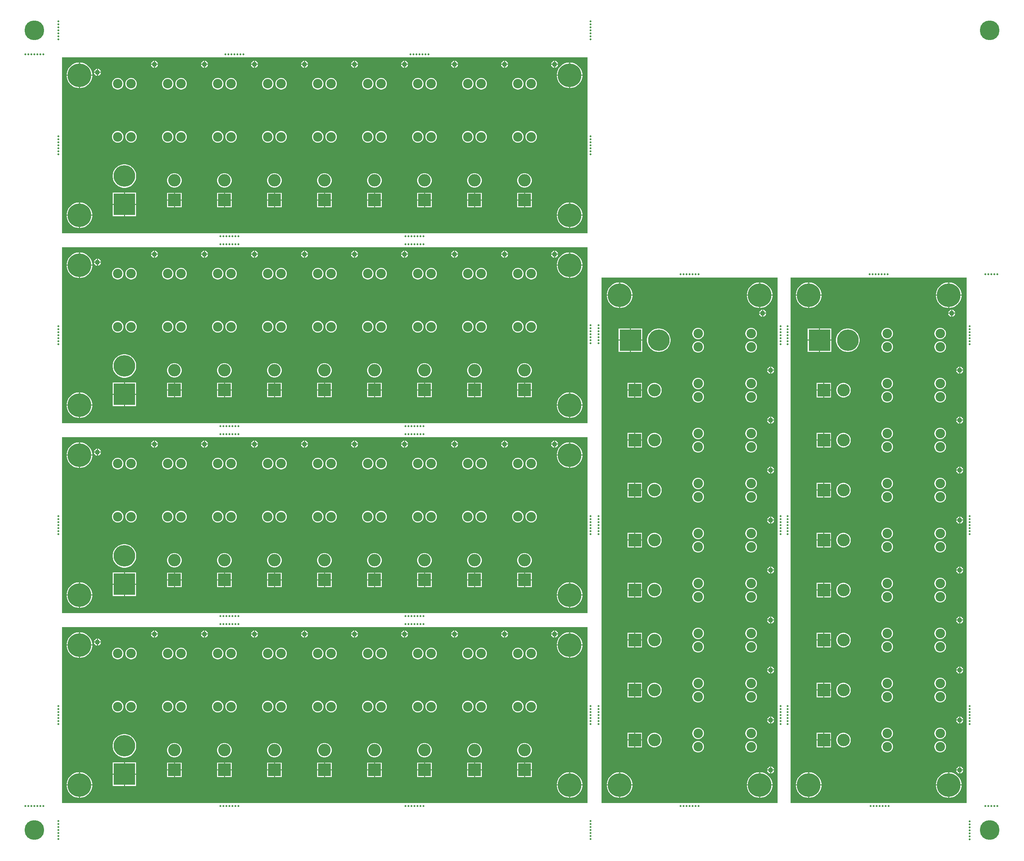
<source format=gbl>
G04*
G04 #@! TF.GenerationSoftware,Altium Limited,Altium Designer,21.8.1 (53)*
G04*
G04 Layer_Physical_Order=2*
G04 Layer_Color=16711680*
%FSLAX44Y44*%
%MOMM*%
G71*
G04*
G04 #@! TF.SameCoordinates,EA1F17BB-6109-422B-8DE2-DB4FFD1B2ED1*
G04*
G04*
G04 #@! TF.FilePolarity,Positive*
G04*
G01*
G75*
%ADD16C,0.5080*%
%ADD17C,5.0000*%
%ADD18C,2.4000*%
%ADD19R,3.1750X3.1750*%
%ADD20C,3.1750*%
%ADD21C,5.4610*%
%ADD22R,5.4610X5.4610*%
%ADD23C,6.0000*%
%ADD24C,1.2700*%
%ADD25R,3.1750X3.1750*%
%ADD26R,5.4610X5.4610*%
G36*
X1442720Y1554480D02*
X107950D01*
Y2001520D01*
X1442720D01*
Y1554480D01*
D02*
G37*
G36*
Y1071880D02*
X107950D01*
Y1518920D01*
X1442720D01*
Y1071880D01*
D02*
G37*
G36*
Y589280D02*
X107950D01*
Y1036320D01*
X1442720D01*
Y589280D01*
D02*
G37*
G36*
X2405380Y106680D02*
X1958340D01*
Y1441450D01*
X2405380D01*
Y106680D01*
D02*
G37*
G36*
X1925320D02*
X1478280D01*
Y1441450D01*
X1925320D01*
Y106680D01*
D02*
G37*
G36*
X1442720D02*
X107950D01*
Y553720D01*
X1442720D01*
Y106680D01*
D02*
G37*
%LPC*%
G36*
X1360170Y1992603D02*
Y1985010D01*
X1367763D01*
X1367184Y1987171D01*
X1366014Y1989199D01*
X1364359Y1990854D01*
X1362331Y1992024D01*
X1360170Y1992603D01*
D02*
G37*
G36*
X1357630D02*
X1355469Y1992024D01*
X1353441Y1990854D01*
X1351786Y1989199D01*
X1350616Y1987171D01*
X1350037Y1985010D01*
X1357630D01*
Y1992603D01*
D02*
G37*
G36*
X1233170D02*
Y1985010D01*
X1240763D01*
X1240184Y1987171D01*
X1239014Y1989199D01*
X1237359Y1990854D01*
X1235331Y1992024D01*
X1233170Y1992603D01*
D02*
G37*
G36*
X1230630D02*
X1228469Y1992024D01*
X1226441Y1990854D01*
X1224786Y1989199D01*
X1223616Y1987171D01*
X1223037Y1985010D01*
X1230630D01*
Y1992603D01*
D02*
G37*
G36*
X1106170D02*
Y1985010D01*
X1113763D01*
X1113184Y1987171D01*
X1112014Y1989199D01*
X1110359Y1990854D01*
X1108331Y1992024D01*
X1106170Y1992603D01*
D02*
G37*
G36*
X1103630D02*
X1101469Y1992024D01*
X1099441Y1990854D01*
X1097786Y1989199D01*
X1096616Y1987171D01*
X1096037Y1985010D01*
X1103630D01*
Y1992603D01*
D02*
G37*
G36*
X979170D02*
Y1985010D01*
X986763D01*
X986184Y1987171D01*
X985014Y1989199D01*
X983359Y1990854D01*
X981331Y1992024D01*
X979170Y1992603D01*
D02*
G37*
G36*
X976630D02*
X974469Y1992024D01*
X972441Y1990854D01*
X970786Y1989199D01*
X969616Y1987171D01*
X969037Y1985010D01*
X976630D01*
Y1992603D01*
D02*
G37*
G36*
X852170D02*
Y1985010D01*
X859763D01*
X859184Y1987171D01*
X858014Y1989199D01*
X856359Y1990854D01*
X854331Y1992024D01*
X852170Y1992603D01*
D02*
G37*
G36*
X849630D02*
X847469Y1992024D01*
X845441Y1990854D01*
X843786Y1989199D01*
X842616Y1987171D01*
X842037Y1985010D01*
X849630D01*
Y1992603D01*
D02*
G37*
G36*
X725170D02*
Y1985010D01*
X732763D01*
X732184Y1987171D01*
X731014Y1989199D01*
X729359Y1990854D01*
X727331Y1992024D01*
X725170Y1992603D01*
D02*
G37*
G36*
X722630D02*
X720469Y1992024D01*
X718441Y1990854D01*
X716786Y1989199D01*
X715616Y1987171D01*
X715037Y1985010D01*
X722630D01*
Y1992603D01*
D02*
G37*
G36*
X598170D02*
Y1985010D01*
X605763D01*
X605184Y1987171D01*
X604014Y1989199D01*
X602359Y1990854D01*
X600331Y1992024D01*
X598170Y1992603D01*
D02*
G37*
G36*
X595630D02*
X593469Y1992024D01*
X591441Y1990854D01*
X589786Y1989199D01*
X588616Y1987171D01*
X588037Y1985010D01*
X595630D01*
Y1992603D01*
D02*
G37*
G36*
X471170D02*
Y1985010D01*
X478763D01*
X478184Y1987171D01*
X477014Y1989199D01*
X475359Y1990854D01*
X473331Y1992024D01*
X471170Y1992603D01*
D02*
G37*
G36*
X468630D02*
X466469Y1992024D01*
X464441Y1990854D01*
X462786Y1989199D01*
X461616Y1987171D01*
X461037Y1985010D01*
X468630D01*
Y1992603D01*
D02*
G37*
G36*
X344170D02*
Y1985010D01*
X351763D01*
X351184Y1987171D01*
X350014Y1989199D01*
X348359Y1990854D01*
X346331Y1992024D01*
X344170Y1992603D01*
D02*
G37*
G36*
X341630D02*
X339469Y1992024D01*
X337441Y1990854D01*
X335786Y1989199D01*
X334616Y1987171D01*
X334037Y1985010D01*
X341630D01*
Y1992603D01*
D02*
G37*
G36*
X1367763Y1982470D02*
X1360170D01*
Y1974877D01*
X1362331Y1975456D01*
X1364359Y1976626D01*
X1366014Y1978281D01*
X1367184Y1980309D01*
X1367763Y1982470D01*
D02*
G37*
G36*
X1357630D02*
X1350037D01*
X1350616Y1980309D01*
X1351786Y1978281D01*
X1353441Y1976626D01*
X1355469Y1975456D01*
X1357630Y1974877D01*
Y1982470D01*
D02*
G37*
G36*
X1240763D02*
X1233170D01*
Y1974877D01*
X1235331Y1975456D01*
X1237359Y1976626D01*
X1239014Y1978281D01*
X1240184Y1980309D01*
X1240763Y1982470D01*
D02*
G37*
G36*
X1230630D02*
X1223037D01*
X1223616Y1980309D01*
X1224786Y1978281D01*
X1226441Y1976626D01*
X1228469Y1975456D01*
X1230630Y1974877D01*
Y1982470D01*
D02*
G37*
G36*
X1113763D02*
X1106170D01*
Y1974877D01*
X1108331Y1975456D01*
X1110359Y1976626D01*
X1112014Y1978281D01*
X1113184Y1980309D01*
X1113763Y1982470D01*
D02*
G37*
G36*
X1103630D02*
X1096037D01*
X1096616Y1980309D01*
X1097786Y1978281D01*
X1099441Y1976626D01*
X1101469Y1975456D01*
X1103630Y1974877D01*
Y1982470D01*
D02*
G37*
G36*
X986763D02*
X979170D01*
Y1974877D01*
X981331Y1975456D01*
X983359Y1976626D01*
X985014Y1978281D01*
X986184Y1980309D01*
X986763Y1982470D01*
D02*
G37*
G36*
X976630D02*
X969037D01*
X969616Y1980309D01*
X970786Y1978281D01*
X972441Y1976626D01*
X974469Y1975456D01*
X976630Y1974877D01*
Y1982470D01*
D02*
G37*
G36*
X859763D02*
X852170D01*
Y1974877D01*
X854331Y1975456D01*
X856359Y1976626D01*
X858014Y1978281D01*
X859184Y1980309D01*
X859763Y1982470D01*
D02*
G37*
G36*
X849630D02*
X842037D01*
X842616Y1980309D01*
X843786Y1978281D01*
X845441Y1976626D01*
X847469Y1975456D01*
X849630Y1974877D01*
Y1982470D01*
D02*
G37*
G36*
X732763D02*
X725170D01*
Y1974877D01*
X727331Y1975456D01*
X729359Y1976626D01*
X731014Y1978281D01*
X732184Y1980309D01*
X732763Y1982470D01*
D02*
G37*
G36*
X722630D02*
X715037D01*
X715616Y1980309D01*
X716786Y1978281D01*
X718441Y1976626D01*
X720469Y1975456D01*
X722630Y1974877D01*
Y1982470D01*
D02*
G37*
G36*
X605763D02*
X598170D01*
Y1974877D01*
X600331Y1975456D01*
X602359Y1976626D01*
X604014Y1978281D01*
X605184Y1980309D01*
X605763Y1982470D01*
D02*
G37*
G36*
X595630D02*
X588037D01*
X588616Y1980309D01*
X589786Y1978281D01*
X591441Y1976626D01*
X593469Y1975456D01*
X595630Y1974877D01*
Y1982470D01*
D02*
G37*
G36*
X478763D02*
X471170D01*
Y1974877D01*
X473331Y1975456D01*
X475359Y1976626D01*
X477014Y1978281D01*
X478184Y1980309D01*
X478763Y1982470D01*
D02*
G37*
G36*
X468630D02*
X461037D01*
X461616Y1980309D01*
X462786Y1978281D01*
X464441Y1976626D01*
X466469Y1975456D01*
X468630Y1974877D01*
Y1982470D01*
D02*
G37*
G36*
X351763D02*
X344170D01*
Y1974877D01*
X346331Y1975456D01*
X348359Y1976626D01*
X350014Y1978281D01*
X351184Y1980309D01*
X351763Y1982470D01*
D02*
G37*
G36*
X341630D02*
X334037D01*
X334616Y1980309D01*
X335786Y1978281D01*
X337441Y1976626D01*
X339469Y1975456D01*
X341630Y1974877D01*
Y1982470D01*
D02*
G37*
G36*
X199390Y1972283D02*
Y1964690D01*
X206983D01*
X206404Y1966851D01*
X205234Y1968879D01*
X203579Y1970534D01*
X201551Y1971704D01*
X199390Y1972283D01*
D02*
G37*
G36*
X196850D02*
X194689Y1971704D01*
X192661Y1970534D01*
X191006Y1968879D01*
X189836Y1966851D01*
X189257Y1964690D01*
X196850D01*
Y1972283D01*
D02*
G37*
G36*
X1399561Y1988340D02*
X1398270D01*
Y1957070D01*
X1429540D01*
Y1958361D01*
X1428739Y1963420D01*
X1427156Y1968291D01*
X1424831Y1972855D01*
X1421820Y1976998D01*
X1418198Y1980620D01*
X1414055Y1983631D01*
X1409491Y1985956D01*
X1404620Y1987539D01*
X1399561Y1988340D01*
D02*
G37*
G36*
X1395730D02*
X1394439D01*
X1389380Y1987539D01*
X1384509Y1985956D01*
X1379945Y1983631D01*
X1375802Y1980620D01*
X1372180Y1976998D01*
X1369169Y1972855D01*
X1366844Y1968291D01*
X1365261Y1963420D01*
X1364460Y1958361D01*
Y1957070D01*
X1395730D01*
Y1988340D01*
D02*
G37*
G36*
X154961D02*
X153670D01*
Y1957070D01*
X184940D01*
Y1958361D01*
X184139Y1963420D01*
X182556Y1968291D01*
X180231Y1972855D01*
X177220Y1976998D01*
X173598Y1980620D01*
X169455Y1983631D01*
X164891Y1985956D01*
X160020Y1987539D01*
X154961Y1988340D01*
D02*
G37*
G36*
X151130D02*
X149839D01*
X144780Y1987539D01*
X139909Y1985956D01*
X135345Y1983631D01*
X131202Y1980620D01*
X127580Y1976998D01*
X124569Y1972855D01*
X122244Y1968291D01*
X120661Y1963420D01*
X119860Y1958361D01*
Y1957070D01*
X151130D01*
Y1988340D01*
D02*
G37*
G36*
X206983Y1962150D02*
X199390D01*
Y1954557D01*
X201551Y1955136D01*
X203579Y1956306D01*
X205234Y1957961D01*
X206404Y1959989D01*
X206983Y1962150D01*
D02*
G37*
G36*
X196850D02*
X189257D01*
X189836Y1959989D01*
X191006Y1957961D01*
X192661Y1956306D01*
X194689Y1955136D01*
X196850Y1954557D01*
Y1962150D01*
D02*
G37*
G36*
X1429540Y1954530D02*
X1398270D01*
Y1923260D01*
X1399561D01*
X1404620Y1924061D01*
X1409491Y1925644D01*
X1414055Y1927969D01*
X1418198Y1930980D01*
X1421820Y1934602D01*
X1424831Y1938745D01*
X1427156Y1943309D01*
X1428739Y1948180D01*
X1429540Y1953239D01*
Y1954530D01*
D02*
G37*
G36*
X1395730D02*
X1364460D01*
Y1953239D01*
X1365261Y1948180D01*
X1366844Y1943309D01*
X1369169Y1938745D01*
X1372180Y1934602D01*
X1375802Y1930980D01*
X1379945Y1927969D01*
X1384509Y1925644D01*
X1389380Y1924061D01*
X1394439Y1923260D01*
X1395730D01*
Y1954530D01*
D02*
G37*
G36*
X184940D02*
X153670D01*
Y1923260D01*
X154961D01*
X160020Y1924061D01*
X164891Y1925644D01*
X169455Y1927969D01*
X173598Y1930980D01*
X177220Y1934602D01*
X180231Y1938745D01*
X182556Y1943309D01*
X184139Y1948180D01*
X184940Y1953239D01*
Y1954530D01*
D02*
G37*
G36*
X151130D02*
X119860D01*
Y1953239D01*
X120661Y1948180D01*
X122244Y1943309D01*
X124569Y1938745D01*
X127580Y1934602D01*
X131202Y1930980D01*
X135345Y1927969D01*
X139909Y1925644D01*
X144780Y1924061D01*
X149839Y1923260D01*
X151130D01*
Y1954530D01*
D02*
G37*
G36*
X1301614Y1948790D02*
X1297786D01*
X1294088Y1947799D01*
X1290772Y1945885D01*
X1288065Y1943178D01*
X1286151Y1939862D01*
X1285160Y1936164D01*
Y1932336D01*
X1286151Y1928638D01*
X1288065Y1925322D01*
X1290772Y1922615D01*
X1294088Y1920701D01*
X1297786Y1919710D01*
X1301614D01*
X1305312Y1920701D01*
X1308628Y1922615D01*
X1311335Y1925322D01*
X1313249Y1928638D01*
X1314240Y1932336D01*
Y1936164D01*
X1313249Y1939862D01*
X1311335Y1943178D01*
X1308628Y1945885D01*
X1305312Y1947799D01*
X1301614Y1948790D01*
D02*
G37*
G36*
X1267614D02*
X1263786D01*
X1260088Y1947799D01*
X1256772Y1945885D01*
X1254065Y1943178D01*
X1252151Y1939862D01*
X1251160Y1936164D01*
Y1932336D01*
X1252151Y1928638D01*
X1254065Y1925322D01*
X1256772Y1922615D01*
X1260088Y1920701D01*
X1263786Y1919710D01*
X1267614D01*
X1271312Y1920701D01*
X1274628Y1922615D01*
X1277335Y1925322D01*
X1279249Y1928638D01*
X1280240Y1932336D01*
Y1936164D01*
X1279249Y1939862D01*
X1277335Y1943178D01*
X1274628Y1945885D01*
X1271312Y1947799D01*
X1267614Y1948790D01*
D02*
G37*
G36*
X1174614D02*
X1170786D01*
X1167088Y1947799D01*
X1163772Y1945885D01*
X1161065Y1943178D01*
X1159151Y1939862D01*
X1158160Y1936164D01*
Y1932336D01*
X1159151Y1928638D01*
X1161065Y1925322D01*
X1163772Y1922615D01*
X1167088Y1920701D01*
X1170786Y1919710D01*
X1174614D01*
X1178312Y1920701D01*
X1181628Y1922615D01*
X1184335Y1925322D01*
X1186249Y1928638D01*
X1187240Y1932336D01*
Y1936164D01*
X1186249Y1939862D01*
X1184335Y1943178D01*
X1181628Y1945885D01*
X1178312Y1947799D01*
X1174614Y1948790D01*
D02*
G37*
G36*
X1140614D02*
X1136786D01*
X1133088Y1947799D01*
X1129772Y1945885D01*
X1127065Y1943178D01*
X1125151Y1939862D01*
X1124160Y1936164D01*
Y1932336D01*
X1125151Y1928638D01*
X1127065Y1925322D01*
X1129772Y1922615D01*
X1133088Y1920701D01*
X1136786Y1919710D01*
X1140614D01*
X1144312Y1920701D01*
X1147628Y1922615D01*
X1150335Y1925322D01*
X1152249Y1928638D01*
X1153240Y1932336D01*
Y1936164D01*
X1152249Y1939862D01*
X1150335Y1943178D01*
X1147628Y1945885D01*
X1144312Y1947799D01*
X1140614Y1948790D01*
D02*
G37*
G36*
X1047614D02*
X1043786D01*
X1040088Y1947799D01*
X1036772Y1945885D01*
X1034065Y1943178D01*
X1032151Y1939862D01*
X1031160Y1936164D01*
Y1932336D01*
X1032151Y1928638D01*
X1034065Y1925322D01*
X1036772Y1922615D01*
X1040088Y1920701D01*
X1043786Y1919710D01*
X1047614D01*
X1051312Y1920701D01*
X1054628Y1922615D01*
X1057335Y1925322D01*
X1059249Y1928638D01*
X1060240Y1932336D01*
Y1936164D01*
X1059249Y1939862D01*
X1057335Y1943178D01*
X1054628Y1945885D01*
X1051312Y1947799D01*
X1047614Y1948790D01*
D02*
G37*
G36*
X1013614D02*
X1009786D01*
X1006088Y1947799D01*
X1002772Y1945885D01*
X1000065Y1943178D01*
X998151Y1939862D01*
X997160Y1936164D01*
Y1932336D01*
X998151Y1928638D01*
X1000065Y1925322D01*
X1002772Y1922615D01*
X1006088Y1920701D01*
X1009786Y1919710D01*
X1013614D01*
X1017312Y1920701D01*
X1020628Y1922615D01*
X1023335Y1925322D01*
X1025249Y1928638D01*
X1026240Y1932336D01*
Y1936164D01*
X1025249Y1939862D01*
X1023335Y1943178D01*
X1020628Y1945885D01*
X1017312Y1947799D01*
X1013614Y1948790D01*
D02*
G37*
G36*
X920614D02*
X916786D01*
X913088Y1947799D01*
X909772Y1945885D01*
X907065Y1943178D01*
X905151Y1939862D01*
X904160Y1936164D01*
Y1932336D01*
X905151Y1928638D01*
X907065Y1925322D01*
X909772Y1922615D01*
X913088Y1920701D01*
X916786Y1919710D01*
X920614D01*
X924312Y1920701D01*
X927628Y1922615D01*
X930335Y1925322D01*
X932249Y1928638D01*
X933240Y1932336D01*
Y1936164D01*
X932249Y1939862D01*
X930335Y1943178D01*
X927628Y1945885D01*
X924312Y1947799D01*
X920614Y1948790D01*
D02*
G37*
G36*
X886614D02*
X882786D01*
X879088Y1947799D01*
X875772Y1945885D01*
X873065Y1943178D01*
X871151Y1939862D01*
X870160Y1936164D01*
Y1932336D01*
X871151Y1928638D01*
X873065Y1925322D01*
X875772Y1922615D01*
X879088Y1920701D01*
X882786Y1919710D01*
X886614D01*
X890312Y1920701D01*
X893628Y1922615D01*
X896335Y1925322D01*
X898249Y1928638D01*
X899240Y1932336D01*
Y1936164D01*
X898249Y1939862D01*
X896335Y1943178D01*
X893628Y1945885D01*
X890312Y1947799D01*
X886614Y1948790D01*
D02*
G37*
G36*
X793614D02*
X789786D01*
X786088Y1947799D01*
X782772Y1945885D01*
X780065Y1943178D01*
X778151Y1939862D01*
X777160Y1936164D01*
Y1932336D01*
X778151Y1928638D01*
X780065Y1925322D01*
X782772Y1922615D01*
X786088Y1920701D01*
X789786Y1919710D01*
X793614D01*
X797312Y1920701D01*
X800628Y1922615D01*
X803335Y1925322D01*
X805249Y1928638D01*
X806240Y1932336D01*
Y1936164D01*
X805249Y1939862D01*
X803335Y1943178D01*
X800628Y1945885D01*
X797312Y1947799D01*
X793614Y1948790D01*
D02*
G37*
G36*
X759614D02*
X755786D01*
X752088Y1947799D01*
X748772Y1945885D01*
X746065Y1943178D01*
X744151Y1939862D01*
X743160Y1936164D01*
Y1932336D01*
X744151Y1928638D01*
X746065Y1925322D01*
X748772Y1922615D01*
X752088Y1920701D01*
X755786Y1919710D01*
X759614D01*
X763312Y1920701D01*
X766628Y1922615D01*
X769335Y1925322D01*
X771249Y1928638D01*
X772240Y1932336D01*
Y1936164D01*
X771249Y1939862D01*
X769335Y1943178D01*
X766628Y1945885D01*
X763312Y1947799D01*
X759614Y1948790D01*
D02*
G37*
G36*
X666614D02*
X662786D01*
X659088Y1947799D01*
X655772Y1945885D01*
X653065Y1943178D01*
X651151Y1939862D01*
X650160Y1936164D01*
Y1932336D01*
X651151Y1928638D01*
X653065Y1925322D01*
X655772Y1922615D01*
X659088Y1920701D01*
X662786Y1919710D01*
X666614D01*
X670312Y1920701D01*
X673628Y1922615D01*
X676335Y1925322D01*
X678249Y1928638D01*
X679240Y1932336D01*
Y1936164D01*
X678249Y1939862D01*
X676335Y1943178D01*
X673628Y1945885D01*
X670312Y1947799D01*
X666614Y1948790D01*
D02*
G37*
G36*
X632614D02*
X628786D01*
X625088Y1947799D01*
X621772Y1945885D01*
X619065Y1943178D01*
X617151Y1939862D01*
X616160Y1936164D01*
Y1932336D01*
X617151Y1928638D01*
X619065Y1925322D01*
X621772Y1922615D01*
X625088Y1920701D01*
X628786Y1919710D01*
X632614D01*
X636312Y1920701D01*
X639628Y1922615D01*
X642335Y1925322D01*
X644249Y1928638D01*
X645240Y1932336D01*
Y1936164D01*
X644249Y1939862D01*
X642335Y1943178D01*
X639628Y1945885D01*
X636312Y1947799D01*
X632614Y1948790D01*
D02*
G37*
G36*
X539614D02*
X535786D01*
X532088Y1947799D01*
X528772Y1945885D01*
X526065Y1943178D01*
X524151Y1939862D01*
X523160Y1936164D01*
Y1932336D01*
X524151Y1928638D01*
X526065Y1925322D01*
X528772Y1922615D01*
X532088Y1920701D01*
X535786Y1919710D01*
X539614D01*
X543312Y1920701D01*
X546628Y1922615D01*
X549335Y1925322D01*
X551249Y1928638D01*
X552240Y1932336D01*
Y1936164D01*
X551249Y1939862D01*
X549335Y1943178D01*
X546628Y1945885D01*
X543312Y1947799D01*
X539614Y1948790D01*
D02*
G37*
G36*
X505614D02*
X501786D01*
X498088Y1947799D01*
X494772Y1945885D01*
X492065Y1943178D01*
X490151Y1939862D01*
X489160Y1936164D01*
Y1932336D01*
X490151Y1928638D01*
X492065Y1925322D01*
X494772Y1922615D01*
X498088Y1920701D01*
X501786Y1919710D01*
X505614D01*
X509312Y1920701D01*
X512628Y1922615D01*
X515335Y1925322D01*
X517249Y1928638D01*
X518240Y1932336D01*
Y1936164D01*
X517249Y1939862D01*
X515335Y1943178D01*
X512628Y1945885D01*
X509312Y1947799D01*
X505614Y1948790D01*
D02*
G37*
G36*
X412614D02*
X408786D01*
X405088Y1947799D01*
X401772Y1945885D01*
X399065Y1943178D01*
X397151Y1939862D01*
X396160Y1936164D01*
Y1932336D01*
X397151Y1928638D01*
X399065Y1925322D01*
X401772Y1922615D01*
X405088Y1920701D01*
X408786Y1919710D01*
X412614D01*
X416312Y1920701D01*
X419628Y1922615D01*
X422335Y1925322D01*
X424249Y1928638D01*
X425240Y1932336D01*
Y1936164D01*
X424249Y1939862D01*
X422335Y1943178D01*
X419628Y1945885D01*
X416312Y1947799D01*
X412614Y1948790D01*
D02*
G37*
G36*
X378614D02*
X374786D01*
X371088Y1947799D01*
X367772Y1945885D01*
X365065Y1943178D01*
X363151Y1939862D01*
X362160Y1936164D01*
Y1932336D01*
X363151Y1928638D01*
X365065Y1925322D01*
X367772Y1922615D01*
X371088Y1920701D01*
X374786Y1919710D01*
X378614D01*
X382312Y1920701D01*
X385628Y1922615D01*
X388335Y1925322D01*
X390249Y1928638D01*
X391240Y1932336D01*
Y1936164D01*
X390249Y1939862D01*
X388335Y1943178D01*
X385628Y1945885D01*
X382312Y1947799D01*
X378614Y1948790D01*
D02*
G37*
G36*
X285614D02*
X281786D01*
X278088Y1947799D01*
X274772Y1945885D01*
X272065Y1943178D01*
X270151Y1939862D01*
X269160Y1936164D01*
Y1932336D01*
X270151Y1928638D01*
X272065Y1925322D01*
X274772Y1922615D01*
X278088Y1920701D01*
X281786Y1919710D01*
X285614D01*
X289312Y1920701D01*
X292628Y1922615D01*
X295335Y1925322D01*
X297249Y1928638D01*
X298240Y1932336D01*
Y1936164D01*
X297249Y1939862D01*
X295335Y1943178D01*
X292628Y1945885D01*
X289312Y1947799D01*
X285614Y1948790D01*
D02*
G37*
G36*
X251614D02*
X247786D01*
X244088Y1947799D01*
X240772Y1945885D01*
X238065Y1943178D01*
X236151Y1939862D01*
X235160Y1936164D01*
Y1932336D01*
X236151Y1928638D01*
X238065Y1925322D01*
X240772Y1922615D01*
X244088Y1920701D01*
X247786Y1919710D01*
X251614D01*
X255312Y1920701D01*
X258628Y1922615D01*
X261335Y1925322D01*
X263249Y1928638D01*
X264240Y1932336D01*
Y1936164D01*
X263249Y1939862D01*
X261335Y1943178D01*
X258628Y1945885D01*
X255312Y1947799D01*
X251614Y1948790D01*
D02*
G37*
G36*
X1301614Y1814090D02*
X1297786D01*
X1294088Y1813099D01*
X1290772Y1811185D01*
X1288065Y1808478D01*
X1286151Y1805162D01*
X1285160Y1801464D01*
Y1797636D01*
X1286151Y1793938D01*
X1288065Y1790622D01*
X1290772Y1787915D01*
X1294088Y1786001D01*
X1297786Y1785010D01*
X1301614D01*
X1305312Y1786001D01*
X1308628Y1787915D01*
X1311335Y1790622D01*
X1313249Y1793938D01*
X1314240Y1797636D01*
Y1801464D01*
X1313249Y1805162D01*
X1311335Y1808478D01*
X1308628Y1811185D01*
X1305312Y1813099D01*
X1301614Y1814090D01*
D02*
G37*
G36*
X1267614D02*
X1263786D01*
X1260088Y1813099D01*
X1256772Y1811185D01*
X1254065Y1808478D01*
X1252151Y1805162D01*
X1251160Y1801464D01*
Y1797636D01*
X1252151Y1793938D01*
X1254065Y1790622D01*
X1256772Y1787915D01*
X1260088Y1786001D01*
X1263786Y1785010D01*
X1267614D01*
X1271312Y1786001D01*
X1274628Y1787915D01*
X1277335Y1790622D01*
X1279249Y1793938D01*
X1280240Y1797636D01*
Y1801464D01*
X1279249Y1805162D01*
X1277335Y1808478D01*
X1274628Y1811185D01*
X1271312Y1813099D01*
X1267614Y1814090D01*
D02*
G37*
G36*
X1174614D02*
X1170786D01*
X1167088Y1813099D01*
X1163772Y1811185D01*
X1161065Y1808478D01*
X1159151Y1805162D01*
X1158160Y1801464D01*
Y1797636D01*
X1159151Y1793938D01*
X1161065Y1790622D01*
X1163772Y1787915D01*
X1167088Y1786001D01*
X1170786Y1785010D01*
X1174614D01*
X1178312Y1786001D01*
X1181628Y1787915D01*
X1184335Y1790622D01*
X1186249Y1793938D01*
X1187240Y1797636D01*
Y1801464D01*
X1186249Y1805162D01*
X1184335Y1808478D01*
X1181628Y1811185D01*
X1178312Y1813099D01*
X1174614Y1814090D01*
D02*
G37*
G36*
X1140614D02*
X1136786D01*
X1133088Y1813099D01*
X1129772Y1811185D01*
X1127065Y1808478D01*
X1125151Y1805162D01*
X1124160Y1801464D01*
Y1797636D01*
X1125151Y1793938D01*
X1127065Y1790622D01*
X1129772Y1787915D01*
X1133088Y1786001D01*
X1136786Y1785010D01*
X1140614D01*
X1144312Y1786001D01*
X1147628Y1787915D01*
X1150335Y1790622D01*
X1152249Y1793938D01*
X1153240Y1797636D01*
Y1801464D01*
X1152249Y1805162D01*
X1150335Y1808478D01*
X1147628Y1811185D01*
X1144312Y1813099D01*
X1140614Y1814090D01*
D02*
G37*
G36*
X1047614D02*
X1043786D01*
X1040088Y1813099D01*
X1036772Y1811185D01*
X1034065Y1808478D01*
X1032151Y1805162D01*
X1031160Y1801464D01*
Y1797636D01*
X1032151Y1793938D01*
X1034065Y1790622D01*
X1036772Y1787915D01*
X1040088Y1786001D01*
X1043786Y1785010D01*
X1047614D01*
X1051312Y1786001D01*
X1054628Y1787915D01*
X1057335Y1790622D01*
X1059249Y1793938D01*
X1060240Y1797636D01*
Y1801464D01*
X1059249Y1805162D01*
X1057335Y1808478D01*
X1054628Y1811185D01*
X1051312Y1813099D01*
X1047614Y1814090D01*
D02*
G37*
G36*
X1013614D02*
X1009786D01*
X1006088Y1813099D01*
X1002772Y1811185D01*
X1000065Y1808478D01*
X998151Y1805162D01*
X997160Y1801464D01*
Y1797636D01*
X998151Y1793938D01*
X1000065Y1790622D01*
X1002772Y1787915D01*
X1006088Y1786001D01*
X1009786Y1785010D01*
X1013614D01*
X1017312Y1786001D01*
X1020628Y1787915D01*
X1023335Y1790622D01*
X1025249Y1793938D01*
X1026240Y1797636D01*
Y1801464D01*
X1025249Y1805162D01*
X1023335Y1808478D01*
X1020628Y1811185D01*
X1017312Y1813099D01*
X1013614Y1814090D01*
D02*
G37*
G36*
X920614D02*
X916786D01*
X913088Y1813099D01*
X909772Y1811185D01*
X907065Y1808478D01*
X905151Y1805162D01*
X904160Y1801464D01*
Y1797636D01*
X905151Y1793938D01*
X907065Y1790622D01*
X909772Y1787915D01*
X913088Y1786001D01*
X916786Y1785010D01*
X920614D01*
X924312Y1786001D01*
X927628Y1787915D01*
X930335Y1790622D01*
X932249Y1793938D01*
X933240Y1797636D01*
Y1801464D01*
X932249Y1805162D01*
X930335Y1808478D01*
X927628Y1811185D01*
X924312Y1813099D01*
X920614Y1814090D01*
D02*
G37*
G36*
X886614D02*
X882786D01*
X879088Y1813099D01*
X875772Y1811185D01*
X873065Y1808478D01*
X871151Y1805162D01*
X870160Y1801464D01*
Y1797636D01*
X871151Y1793938D01*
X873065Y1790622D01*
X875772Y1787915D01*
X879088Y1786001D01*
X882786Y1785010D01*
X886614D01*
X890312Y1786001D01*
X893628Y1787915D01*
X896335Y1790622D01*
X898249Y1793938D01*
X899240Y1797636D01*
Y1801464D01*
X898249Y1805162D01*
X896335Y1808478D01*
X893628Y1811185D01*
X890312Y1813099D01*
X886614Y1814090D01*
D02*
G37*
G36*
X793614D02*
X789786D01*
X786088Y1813099D01*
X782772Y1811185D01*
X780065Y1808478D01*
X778151Y1805162D01*
X777160Y1801464D01*
Y1797636D01*
X778151Y1793938D01*
X780065Y1790622D01*
X782772Y1787915D01*
X786088Y1786001D01*
X789786Y1785010D01*
X793614D01*
X797312Y1786001D01*
X800628Y1787915D01*
X803335Y1790622D01*
X805249Y1793938D01*
X806240Y1797636D01*
Y1801464D01*
X805249Y1805162D01*
X803335Y1808478D01*
X800628Y1811185D01*
X797312Y1813099D01*
X793614Y1814090D01*
D02*
G37*
G36*
X759614D02*
X755786D01*
X752088Y1813099D01*
X748772Y1811185D01*
X746065Y1808478D01*
X744151Y1805162D01*
X743160Y1801464D01*
Y1797636D01*
X744151Y1793938D01*
X746065Y1790622D01*
X748772Y1787915D01*
X752088Y1786001D01*
X755786Y1785010D01*
X759614D01*
X763312Y1786001D01*
X766628Y1787915D01*
X769335Y1790622D01*
X771249Y1793938D01*
X772240Y1797636D01*
Y1801464D01*
X771249Y1805162D01*
X769335Y1808478D01*
X766628Y1811185D01*
X763312Y1813099D01*
X759614Y1814090D01*
D02*
G37*
G36*
X666614D02*
X662786D01*
X659088Y1813099D01*
X655772Y1811185D01*
X653065Y1808478D01*
X651151Y1805162D01*
X650160Y1801464D01*
Y1797636D01*
X651151Y1793938D01*
X653065Y1790622D01*
X655772Y1787915D01*
X659088Y1786001D01*
X662786Y1785010D01*
X666614D01*
X670312Y1786001D01*
X673628Y1787915D01*
X676335Y1790622D01*
X678249Y1793938D01*
X679240Y1797636D01*
Y1801464D01*
X678249Y1805162D01*
X676335Y1808478D01*
X673628Y1811185D01*
X670312Y1813099D01*
X666614Y1814090D01*
D02*
G37*
G36*
X632614D02*
X628786D01*
X625088Y1813099D01*
X621772Y1811185D01*
X619065Y1808478D01*
X617151Y1805162D01*
X616160Y1801464D01*
Y1797636D01*
X617151Y1793938D01*
X619065Y1790622D01*
X621772Y1787915D01*
X625088Y1786001D01*
X628786Y1785010D01*
X632614D01*
X636312Y1786001D01*
X639628Y1787915D01*
X642335Y1790622D01*
X644249Y1793938D01*
X645240Y1797636D01*
Y1801464D01*
X644249Y1805162D01*
X642335Y1808478D01*
X639628Y1811185D01*
X636312Y1813099D01*
X632614Y1814090D01*
D02*
G37*
G36*
X539614D02*
X535786D01*
X532088Y1813099D01*
X528772Y1811185D01*
X526065Y1808478D01*
X524151Y1805162D01*
X523160Y1801464D01*
Y1797636D01*
X524151Y1793938D01*
X526065Y1790622D01*
X528772Y1787915D01*
X532088Y1786001D01*
X535786Y1785010D01*
X539614D01*
X543312Y1786001D01*
X546628Y1787915D01*
X549335Y1790622D01*
X551249Y1793938D01*
X552240Y1797636D01*
Y1801464D01*
X551249Y1805162D01*
X549335Y1808478D01*
X546628Y1811185D01*
X543312Y1813099D01*
X539614Y1814090D01*
D02*
G37*
G36*
X505614D02*
X501786D01*
X498088Y1813099D01*
X494772Y1811185D01*
X492065Y1808478D01*
X490151Y1805162D01*
X489160Y1801464D01*
Y1797636D01*
X490151Y1793938D01*
X492065Y1790622D01*
X494772Y1787915D01*
X498088Y1786001D01*
X501786Y1785010D01*
X505614D01*
X509312Y1786001D01*
X512628Y1787915D01*
X515335Y1790622D01*
X517249Y1793938D01*
X518240Y1797636D01*
Y1801464D01*
X517249Y1805162D01*
X515335Y1808478D01*
X512628Y1811185D01*
X509312Y1813099D01*
X505614Y1814090D01*
D02*
G37*
G36*
X412614D02*
X408786D01*
X405088Y1813099D01*
X401772Y1811185D01*
X399065Y1808478D01*
X397151Y1805162D01*
X396160Y1801464D01*
Y1797636D01*
X397151Y1793938D01*
X399065Y1790622D01*
X401772Y1787915D01*
X405088Y1786001D01*
X408786Y1785010D01*
X412614D01*
X416312Y1786001D01*
X419628Y1787915D01*
X422335Y1790622D01*
X424249Y1793938D01*
X425240Y1797636D01*
Y1801464D01*
X424249Y1805162D01*
X422335Y1808478D01*
X419628Y1811185D01*
X416312Y1813099D01*
X412614Y1814090D01*
D02*
G37*
G36*
X378614D02*
X374786D01*
X371088Y1813099D01*
X367772Y1811185D01*
X365065Y1808478D01*
X363151Y1805162D01*
X362160Y1801464D01*
Y1797636D01*
X363151Y1793938D01*
X365065Y1790622D01*
X367772Y1787915D01*
X371088Y1786001D01*
X374786Y1785010D01*
X378614D01*
X382312Y1786001D01*
X385628Y1787915D01*
X388335Y1790622D01*
X390249Y1793938D01*
X391240Y1797636D01*
Y1801464D01*
X390249Y1805162D01*
X388335Y1808478D01*
X385628Y1811185D01*
X382312Y1813099D01*
X378614Y1814090D01*
D02*
G37*
G36*
X285614D02*
X281786D01*
X278088Y1813099D01*
X274772Y1811185D01*
X272065Y1808478D01*
X270151Y1805162D01*
X269160Y1801464D01*
Y1797636D01*
X270151Y1793938D01*
X272065Y1790622D01*
X274772Y1787915D01*
X278088Y1786001D01*
X281786Y1785010D01*
X285614D01*
X289312Y1786001D01*
X292628Y1787915D01*
X295335Y1790622D01*
X297249Y1793938D01*
X298240Y1797636D01*
Y1801464D01*
X297249Y1805162D01*
X295335Y1808478D01*
X292628Y1811185D01*
X289312Y1813099D01*
X285614Y1814090D01*
D02*
G37*
G36*
X251614D02*
X247786D01*
X244088Y1813099D01*
X240772Y1811185D01*
X238065Y1808478D01*
X236151Y1805162D01*
X235160Y1801464D01*
Y1797636D01*
X236151Y1793938D01*
X238065Y1790622D01*
X240772Y1787915D01*
X244088Y1786001D01*
X247786Y1785010D01*
X251614D01*
X255312Y1786001D01*
X258628Y1787915D01*
X261335Y1790622D01*
X263249Y1793938D01*
X264240Y1797636D01*
Y1801464D01*
X263249Y1805162D01*
X261335Y1808478D01*
X258628Y1811185D01*
X255312Y1813099D01*
X251614Y1814090D01*
D02*
G37*
G36*
X1284514Y1707115D02*
X1280886D01*
X1277328Y1706407D01*
X1273977Y1705019D01*
X1270961Y1703004D01*
X1268396Y1700439D01*
X1266381Y1697423D01*
X1264993Y1694072D01*
X1264285Y1690514D01*
Y1686886D01*
X1264993Y1683329D01*
X1266381Y1679977D01*
X1268396Y1676961D01*
X1270961Y1674396D01*
X1273977Y1672381D01*
X1277328Y1670993D01*
X1280886Y1670285D01*
X1284514D01*
X1288071Y1670993D01*
X1291423Y1672381D01*
X1294439Y1674396D01*
X1297004Y1676961D01*
X1299019Y1679977D01*
X1300407Y1683329D01*
X1301115Y1686886D01*
Y1690514D01*
X1300407Y1694072D01*
X1299019Y1697423D01*
X1297004Y1700439D01*
X1294439Y1703004D01*
X1291423Y1705019D01*
X1288071Y1706407D01*
X1284514Y1707115D01*
D02*
G37*
G36*
X1157514D02*
X1153886D01*
X1150329Y1706407D01*
X1146977Y1705019D01*
X1143961Y1703004D01*
X1141396Y1700439D01*
X1139381Y1697423D01*
X1137993Y1694072D01*
X1137285Y1690514D01*
Y1686886D01*
X1137993Y1683329D01*
X1139381Y1679977D01*
X1141396Y1676961D01*
X1143961Y1674396D01*
X1146977Y1672381D01*
X1150329Y1670993D01*
X1153886Y1670285D01*
X1157514D01*
X1161071Y1670993D01*
X1164423Y1672381D01*
X1167439Y1674396D01*
X1170004Y1676961D01*
X1172019Y1679977D01*
X1173407Y1683329D01*
X1174115Y1686886D01*
Y1690514D01*
X1173407Y1694072D01*
X1172019Y1697423D01*
X1170004Y1700439D01*
X1167439Y1703004D01*
X1164423Y1705019D01*
X1161071Y1706407D01*
X1157514Y1707115D01*
D02*
G37*
G36*
X1030514D02*
X1026886D01*
X1023328Y1706407D01*
X1019977Y1705019D01*
X1016961Y1703004D01*
X1014396Y1700439D01*
X1012381Y1697423D01*
X1010993Y1694072D01*
X1010285Y1690514D01*
Y1686886D01*
X1010993Y1683329D01*
X1012381Y1679977D01*
X1014396Y1676961D01*
X1016961Y1674396D01*
X1019977Y1672381D01*
X1023328Y1670993D01*
X1026886Y1670285D01*
X1030514D01*
X1034072Y1670993D01*
X1037423Y1672381D01*
X1040439Y1674396D01*
X1043004Y1676961D01*
X1045019Y1679977D01*
X1046407Y1683329D01*
X1047115Y1686886D01*
Y1690514D01*
X1046407Y1694072D01*
X1045019Y1697423D01*
X1043004Y1700439D01*
X1040439Y1703004D01*
X1037423Y1705019D01*
X1034072Y1706407D01*
X1030514Y1707115D01*
D02*
G37*
G36*
X903514D02*
X899886D01*
X896329Y1706407D01*
X892977Y1705019D01*
X889961Y1703004D01*
X887396Y1700439D01*
X885381Y1697423D01*
X883993Y1694072D01*
X883285Y1690514D01*
Y1686886D01*
X883993Y1683329D01*
X885381Y1679977D01*
X887396Y1676961D01*
X889961Y1674396D01*
X892977Y1672381D01*
X896329Y1670993D01*
X899886Y1670285D01*
X903514D01*
X907072Y1670993D01*
X910423Y1672381D01*
X913439Y1674396D01*
X916004Y1676961D01*
X918019Y1679977D01*
X919407Y1683329D01*
X920115Y1686886D01*
Y1690514D01*
X919407Y1694072D01*
X918019Y1697423D01*
X916004Y1700439D01*
X913439Y1703004D01*
X910423Y1705019D01*
X907072Y1706407D01*
X903514Y1707115D01*
D02*
G37*
G36*
X776514D02*
X772886D01*
X769329Y1706407D01*
X765977Y1705019D01*
X762961Y1703004D01*
X760396Y1700439D01*
X758381Y1697423D01*
X756993Y1694072D01*
X756285Y1690514D01*
Y1686886D01*
X756993Y1683329D01*
X758381Y1679977D01*
X760396Y1676961D01*
X762961Y1674396D01*
X765977Y1672381D01*
X769329Y1670993D01*
X772886Y1670285D01*
X776514D01*
X780071Y1670993D01*
X783423Y1672381D01*
X786439Y1674396D01*
X789004Y1676961D01*
X791019Y1679977D01*
X792407Y1683329D01*
X793115Y1686886D01*
Y1690514D01*
X792407Y1694072D01*
X791019Y1697423D01*
X789004Y1700439D01*
X786439Y1703004D01*
X783423Y1705019D01*
X780071Y1706407D01*
X776514Y1707115D01*
D02*
G37*
G36*
X649514D02*
X645886D01*
X642328Y1706407D01*
X638977Y1705019D01*
X635961Y1703004D01*
X633396Y1700439D01*
X631381Y1697423D01*
X629993Y1694072D01*
X629285Y1690514D01*
Y1686886D01*
X629993Y1683329D01*
X631381Y1679977D01*
X633396Y1676961D01*
X635961Y1674396D01*
X638977Y1672381D01*
X642328Y1670993D01*
X645886Y1670285D01*
X649514D01*
X653072Y1670993D01*
X656423Y1672381D01*
X659439Y1674396D01*
X662004Y1676961D01*
X664019Y1679977D01*
X665407Y1683329D01*
X666115Y1686886D01*
Y1690514D01*
X665407Y1694072D01*
X664019Y1697423D01*
X662004Y1700439D01*
X659439Y1703004D01*
X656423Y1705019D01*
X653072Y1706407D01*
X649514Y1707115D01*
D02*
G37*
G36*
X522514D02*
X518886D01*
X515328Y1706407D01*
X511977Y1705019D01*
X508961Y1703004D01*
X506396Y1700439D01*
X504381Y1697423D01*
X502993Y1694072D01*
X502285Y1690514D01*
Y1686886D01*
X502993Y1683329D01*
X504381Y1679977D01*
X506396Y1676961D01*
X508961Y1674396D01*
X511977Y1672381D01*
X515328Y1670993D01*
X518886Y1670285D01*
X522514D01*
X526072Y1670993D01*
X529423Y1672381D01*
X532439Y1674396D01*
X535004Y1676961D01*
X537019Y1679977D01*
X538407Y1683329D01*
X539115Y1686886D01*
Y1690514D01*
X538407Y1694072D01*
X537019Y1697423D01*
X535004Y1700439D01*
X532439Y1703004D01*
X529423Y1705019D01*
X526072Y1706407D01*
X522514Y1707115D01*
D02*
G37*
G36*
X395514D02*
X391886D01*
X388329Y1706407D01*
X384977Y1705019D01*
X381961Y1703004D01*
X379396Y1700439D01*
X377381Y1697423D01*
X375993Y1694072D01*
X375285Y1690514D01*
Y1686886D01*
X375993Y1683329D01*
X377381Y1679977D01*
X379396Y1676961D01*
X381961Y1674396D01*
X384977Y1672381D01*
X388329Y1670993D01*
X391886Y1670285D01*
X395514D01*
X399072Y1670993D01*
X402423Y1672381D01*
X405439Y1674396D01*
X408004Y1676961D01*
X410019Y1679977D01*
X411407Y1683329D01*
X412115Y1686886D01*
Y1690514D01*
X411407Y1694072D01*
X410019Y1697423D01*
X408004Y1700439D01*
X405439Y1703004D01*
X402423Y1705019D01*
X399072Y1706407D01*
X395514Y1707115D01*
D02*
G37*
G36*
X269049Y1729545D02*
X264351D01*
X259711Y1728810D01*
X255243Y1727358D01*
X251058Y1725226D01*
X247257Y1722464D01*
X243936Y1719143D01*
X241174Y1715342D01*
X239042Y1711156D01*
X237590Y1706689D01*
X236855Y1702049D01*
Y1697351D01*
X237590Y1692711D01*
X239042Y1688244D01*
X241174Y1684058D01*
X243936Y1680257D01*
X247257Y1676935D01*
X251058Y1674174D01*
X255243Y1672042D01*
X259711Y1670590D01*
X264351Y1669855D01*
X269049D01*
X273689Y1670590D01*
X278157Y1672042D01*
X282342Y1674174D01*
X286143Y1676935D01*
X289464Y1680257D01*
X292226Y1684058D01*
X294358Y1688244D01*
X295810Y1692711D01*
X296545Y1697351D01*
Y1702049D01*
X295810Y1706689D01*
X294358Y1711156D01*
X292226Y1715342D01*
X289464Y1719143D01*
X286143Y1722464D01*
X282342Y1725226D01*
X278157Y1727358D01*
X273689Y1728810D01*
X269049Y1729545D01*
D02*
G37*
G36*
X1301115Y1657115D02*
X1283970D01*
Y1639970D01*
X1301115D01*
Y1657115D01*
D02*
G37*
G36*
X1174115D02*
X1156970D01*
Y1639970D01*
X1174115D01*
Y1657115D01*
D02*
G37*
G36*
X1047115D02*
X1029970D01*
Y1639970D01*
X1047115D01*
Y1657115D01*
D02*
G37*
G36*
X920115D02*
X902970D01*
Y1639970D01*
X920115D01*
Y1657115D01*
D02*
G37*
G36*
X793115D02*
X775970D01*
Y1639970D01*
X793115D01*
Y1657115D01*
D02*
G37*
G36*
X666115D02*
X648970D01*
Y1639970D01*
X666115D01*
Y1657115D01*
D02*
G37*
G36*
X539115D02*
X521970D01*
Y1639970D01*
X539115D01*
Y1657115D01*
D02*
G37*
G36*
X412115D02*
X394970D01*
Y1639970D01*
X412115D01*
Y1657115D01*
D02*
G37*
G36*
X1281430D02*
X1264285D01*
Y1639970D01*
X1281430D01*
Y1657115D01*
D02*
G37*
G36*
X1154430D02*
X1137285D01*
Y1639970D01*
X1154430D01*
Y1657115D01*
D02*
G37*
G36*
X1027430D02*
X1010285D01*
Y1639970D01*
X1027430D01*
Y1657115D01*
D02*
G37*
G36*
X900430D02*
X883285D01*
Y1639970D01*
X900430D01*
Y1657115D01*
D02*
G37*
G36*
X773430D02*
X756285D01*
Y1639970D01*
X773430D01*
Y1657115D01*
D02*
G37*
G36*
X646430D02*
X629285D01*
Y1639970D01*
X646430D01*
Y1657115D01*
D02*
G37*
G36*
X519430D02*
X502285D01*
Y1639970D01*
X519430D01*
Y1657115D01*
D02*
G37*
G36*
X392430D02*
X375285D01*
Y1639970D01*
X392430D01*
Y1657115D01*
D02*
G37*
G36*
X296545Y1657545D02*
X267970D01*
Y1628970D01*
X296545D01*
Y1657545D01*
D02*
G37*
G36*
X265430D02*
X236855D01*
Y1628970D01*
X265430D01*
Y1657545D01*
D02*
G37*
G36*
X1301115Y1637430D02*
X1283970D01*
Y1620285D01*
X1301115D01*
Y1637430D01*
D02*
G37*
G36*
X1281430D02*
X1264285D01*
Y1620285D01*
X1281430D01*
Y1637430D01*
D02*
G37*
G36*
X1174115D02*
X1156970D01*
Y1620285D01*
X1174115D01*
Y1637430D01*
D02*
G37*
G36*
X1154430D02*
X1137285D01*
Y1620285D01*
X1154430D01*
Y1637430D01*
D02*
G37*
G36*
X1047115D02*
X1029970D01*
Y1620285D01*
X1047115D01*
Y1637430D01*
D02*
G37*
G36*
X1027430D02*
X1010285D01*
Y1620285D01*
X1027430D01*
Y1637430D01*
D02*
G37*
G36*
X920115D02*
X902970D01*
Y1620285D01*
X920115D01*
Y1637430D01*
D02*
G37*
G36*
X900430D02*
X883285D01*
Y1620285D01*
X900430D01*
Y1637430D01*
D02*
G37*
G36*
X793115D02*
X775970D01*
Y1620285D01*
X793115D01*
Y1637430D01*
D02*
G37*
G36*
X773430D02*
X756285D01*
Y1620285D01*
X773430D01*
Y1637430D01*
D02*
G37*
G36*
X666115D02*
X648970D01*
Y1620285D01*
X666115D01*
Y1637430D01*
D02*
G37*
G36*
X646430D02*
X629285D01*
Y1620285D01*
X646430D01*
Y1637430D01*
D02*
G37*
G36*
X539115D02*
X521970D01*
Y1620285D01*
X539115D01*
Y1637430D01*
D02*
G37*
G36*
X519430D02*
X502285D01*
Y1620285D01*
X519430D01*
Y1637430D01*
D02*
G37*
G36*
X412115D02*
X394970D01*
Y1620285D01*
X412115D01*
Y1637430D01*
D02*
G37*
G36*
X392430D02*
X375285D01*
Y1620285D01*
X392430D01*
Y1637430D01*
D02*
G37*
G36*
X1399561Y1632740D02*
X1398270D01*
Y1601470D01*
X1429540D01*
Y1602761D01*
X1428739Y1607820D01*
X1427156Y1612691D01*
X1424831Y1617255D01*
X1421820Y1621398D01*
X1418198Y1625020D01*
X1414055Y1628031D01*
X1409491Y1630356D01*
X1404620Y1631939D01*
X1399561Y1632740D01*
D02*
G37*
G36*
X1395730D02*
X1394439D01*
X1389380Y1631939D01*
X1384509Y1630356D01*
X1379945Y1628031D01*
X1375802Y1625020D01*
X1372180Y1621398D01*
X1369169Y1617255D01*
X1366844Y1612691D01*
X1365261Y1607820D01*
X1364460Y1602761D01*
Y1601470D01*
X1395730D01*
Y1632740D01*
D02*
G37*
G36*
X154961D02*
X153670D01*
Y1601470D01*
X184940D01*
Y1602761D01*
X184139Y1607820D01*
X182556Y1612691D01*
X180231Y1617255D01*
X177220Y1621398D01*
X173598Y1625020D01*
X169455Y1628031D01*
X164891Y1630356D01*
X160020Y1631939D01*
X154961Y1632740D01*
D02*
G37*
G36*
X151130D02*
X149839D01*
X144780Y1631939D01*
X139909Y1630356D01*
X135345Y1628031D01*
X131202Y1625020D01*
X127580Y1621398D01*
X124569Y1617255D01*
X122244Y1612691D01*
X120661Y1607820D01*
X119860Y1602761D01*
Y1601470D01*
X151130D01*
Y1632740D01*
D02*
G37*
G36*
X296545Y1626430D02*
X267970D01*
Y1597855D01*
X296545D01*
Y1626430D01*
D02*
G37*
G36*
X265430D02*
X236855D01*
Y1597855D01*
X265430D01*
Y1626430D01*
D02*
G37*
G36*
X1429540Y1598930D02*
X1398270D01*
Y1567660D01*
X1399561D01*
X1404620Y1568461D01*
X1409491Y1570044D01*
X1414055Y1572369D01*
X1418198Y1575380D01*
X1421820Y1579002D01*
X1424831Y1583145D01*
X1427156Y1587709D01*
X1428739Y1592580D01*
X1429540Y1597639D01*
Y1598930D01*
D02*
G37*
G36*
X1395730D02*
X1364460D01*
Y1597639D01*
X1365261Y1592580D01*
X1366844Y1587709D01*
X1369169Y1583145D01*
X1372180Y1579002D01*
X1375802Y1575380D01*
X1379945Y1572369D01*
X1384509Y1570044D01*
X1389380Y1568461D01*
X1394439Y1567660D01*
X1395730D01*
Y1598930D01*
D02*
G37*
G36*
X184940D02*
X153670D01*
Y1567660D01*
X154961D01*
X160020Y1568461D01*
X164891Y1570044D01*
X169455Y1572369D01*
X173598Y1575380D01*
X177220Y1579002D01*
X180231Y1583145D01*
X182556Y1587709D01*
X184139Y1592580D01*
X184940Y1597639D01*
Y1598930D01*
D02*
G37*
G36*
X151130D02*
X119860D01*
Y1597639D01*
X120661Y1592580D01*
X122244Y1587709D01*
X124569Y1583145D01*
X127580Y1579002D01*
X131202Y1575380D01*
X135345Y1572369D01*
X139909Y1570044D01*
X144780Y1568461D01*
X149839Y1567660D01*
X151130D01*
Y1598930D01*
D02*
G37*
G36*
X1360170Y1510003D02*
Y1502410D01*
X1367763D01*
X1367184Y1504571D01*
X1366014Y1506599D01*
X1364359Y1508254D01*
X1362331Y1509424D01*
X1360170Y1510003D01*
D02*
G37*
G36*
X1357630D02*
X1355469Y1509424D01*
X1353441Y1508254D01*
X1351786Y1506599D01*
X1350616Y1504571D01*
X1350037Y1502410D01*
X1357630D01*
Y1510003D01*
D02*
G37*
G36*
X1233170D02*
Y1502410D01*
X1240763D01*
X1240184Y1504571D01*
X1239014Y1506599D01*
X1237359Y1508254D01*
X1235331Y1509424D01*
X1233170Y1510003D01*
D02*
G37*
G36*
X1230630D02*
X1228469Y1509424D01*
X1226441Y1508254D01*
X1224786Y1506599D01*
X1223616Y1504571D01*
X1223037Y1502410D01*
X1230630D01*
Y1510003D01*
D02*
G37*
G36*
X1106170D02*
Y1502410D01*
X1113763D01*
X1113184Y1504571D01*
X1112014Y1506599D01*
X1110359Y1508254D01*
X1108331Y1509424D01*
X1106170Y1510003D01*
D02*
G37*
G36*
X1103630D02*
X1101469Y1509424D01*
X1099441Y1508254D01*
X1097786Y1506599D01*
X1096616Y1504571D01*
X1096037Y1502410D01*
X1103630D01*
Y1510003D01*
D02*
G37*
G36*
X979170D02*
Y1502410D01*
X986763D01*
X986184Y1504571D01*
X985014Y1506599D01*
X983359Y1508254D01*
X981331Y1509424D01*
X979170Y1510003D01*
D02*
G37*
G36*
X976630D02*
X974469Y1509424D01*
X972441Y1508254D01*
X970786Y1506599D01*
X969616Y1504571D01*
X969037Y1502410D01*
X976630D01*
Y1510003D01*
D02*
G37*
G36*
X852170D02*
Y1502410D01*
X859763D01*
X859184Y1504571D01*
X858014Y1506599D01*
X856359Y1508254D01*
X854331Y1509424D01*
X852170Y1510003D01*
D02*
G37*
G36*
X849630D02*
X847469Y1509424D01*
X845441Y1508254D01*
X843786Y1506599D01*
X842616Y1504571D01*
X842037Y1502410D01*
X849630D01*
Y1510003D01*
D02*
G37*
G36*
X725170D02*
Y1502410D01*
X732763D01*
X732184Y1504571D01*
X731014Y1506599D01*
X729359Y1508254D01*
X727331Y1509424D01*
X725170Y1510003D01*
D02*
G37*
G36*
X722630D02*
X720469Y1509424D01*
X718441Y1508254D01*
X716786Y1506599D01*
X715616Y1504571D01*
X715037Y1502410D01*
X722630D01*
Y1510003D01*
D02*
G37*
G36*
X598170D02*
Y1502410D01*
X605763D01*
X605184Y1504571D01*
X604014Y1506599D01*
X602359Y1508254D01*
X600331Y1509424D01*
X598170Y1510003D01*
D02*
G37*
G36*
X595630D02*
X593469Y1509424D01*
X591441Y1508254D01*
X589786Y1506599D01*
X588616Y1504571D01*
X588037Y1502410D01*
X595630D01*
Y1510003D01*
D02*
G37*
G36*
X471170D02*
Y1502410D01*
X478763D01*
X478184Y1504571D01*
X477014Y1506599D01*
X475359Y1508254D01*
X473331Y1509424D01*
X471170Y1510003D01*
D02*
G37*
G36*
X468630D02*
X466469Y1509424D01*
X464441Y1508254D01*
X462786Y1506599D01*
X461616Y1504571D01*
X461037Y1502410D01*
X468630D01*
Y1510003D01*
D02*
G37*
G36*
X344170D02*
Y1502410D01*
X351763D01*
X351184Y1504571D01*
X350014Y1506599D01*
X348359Y1508254D01*
X346331Y1509424D01*
X344170Y1510003D01*
D02*
G37*
G36*
X341630D02*
X339469Y1509424D01*
X337441Y1508254D01*
X335786Y1506599D01*
X334616Y1504571D01*
X334037Y1502410D01*
X341630D01*
Y1510003D01*
D02*
G37*
G36*
X1367763Y1499870D02*
X1360170D01*
Y1492277D01*
X1362331Y1492856D01*
X1364359Y1494026D01*
X1366014Y1495681D01*
X1367184Y1497709D01*
X1367763Y1499870D01*
D02*
G37*
G36*
X1357630D02*
X1350037D01*
X1350616Y1497709D01*
X1351786Y1495681D01*
X1353441Y1494026D01*
X1355469Y1492856D01*
X1357630Y1492277D01*
Y1499870D01*
D02*
G37*
G36*
X1240763D02*
X1233170D01*
Y1492277D01*
X1235331Y1492856D01*
X1237359Y1494026D01*
X1239014Y1495681D01*
X1240184Y1497709D01*
X1240763Y1499870D01*
D02*
G37*
G36*
X1230630D02*
X1223037D01*
X1223616Y1497709D01*
X1224786Y1495681D01*
X1226441Y1494026D01*
X1228469Y1492856D01*
X1230630Y1492277D01*
Y1499870D01*
D02*
G37*
G36*
X1113763D02*
X1106170D01*
Y1492277D01*
X1108331Y1492856D01*
X1110359Y1494026D01*
X1112014Y1495681D01*
X1113184Y1497709D01*
X1113763Y1499870D01*
D02*
G37*
G36*
X1103630D02*
X1096037D01*
X1096616Y1497709D01*
X1097786Y1495681D01*
X1099441Y1494026D01*
X1101469Y1492856D01*
X1103630Y1492277D01*
Y1499870D01*
D02*
G37*
G36*
X986763D02*
X979170D01*
Y1492277D01*
X981331Y1492856D01*
X983359Y1494026D01*
X985014Y1495681D01*
X986184Y1497709D01*
X986763Y1499870D01*
D02*
G37*
G36*
X976630D02*
X969037D01*
X969616Y1497709D01*
X970786Y1495681D01*
X972441Y1494026D01*
X974469Y1492856D01*
X976630Y1492277D01*
Y1499870D01*
D02*
G37*
G36*
X859763D02*
X852170D01*
Y1492277D01*
X854331Y1492856D01*
X856359Y1494026D01*
X858014Y1495681D01*
X859184Y1497709D01*
X859763Y1499870D01*
D02*
G37*
G36*
X849630D02*
X842037D01*
X842616Y1497709D01*
X843786Y1495681D01*
X845441Y1494026D01*
X847469Y1492856D01*
X849630Y1492277D01*
Y1499870D01*
D02*
G37*
G36*
X732763D02*
X725170D01*
Y1492277D01*
X727331Y1492856D01*
X729359Y1494026D01*
X731014Y1495681D01*
X732184Y1497709D01*
X732763Y1499870D01*
D02*
G37*
G36*
X722630D02*
X715037D01*
X715616Y1497709D01*
X716786Y1495681D01*
X718441Y1494026D01*
X720469Y1492856D01*
X722630Y1492277D01*
Y1499870D01*
D02*
G37*
G36*
X605763D02*
X598170D01*
Y1492277D01*
X600331Y1492856D01*
X602359Y1494026D01*
X604014Y1495681D01*
X605184Y1497709D01*
X605763Y1499870D01*
D02*
G37*
G36*
X595630D02*
X588037D01*
X588616Y1497709D01*
X589786Y1495681D01*
X591441Y1494026D01*
X593469Y1492856D01*
X595630Y1492277D01*
Y1499870D01*
D02*
G37*
G36*
X478763D02*
X471170D01*
Y1492277D01*
X473331Y1492856D01*
X475359Y1494026D01*
X477014Y1495681D01*
X478184Y1497709D01*
X478763Y1499870D01*
D02*
G37*
G36*
X468630D02*
X461037D01*
X461616Y1497709D01*
X462786Y1495681D01*
X464441Y1494026D01*
X466469Y1492856D01*
X468630Y1492277D01*
Y1499870D01*
D02*
G37*
G36*
X351763D02*
X344170D01*
Y1492277D01*
X346331Y1492856D01*
X348359Y1494026D01*
X350014Y1495681D01*
X351184Y1497709D01*
X351763Y1499870D01*
D02*
G37*
G36*
X341630D02*
X334037D01*
X334616Y1497709D01*
X335786Y1495681D01*
X337441Y1494026D01*
X339469Y1492856D01*
X341630Y1492277D01*
Y1499870D01*
D02*
G37*
G36*
X199390Y1489683D02*
Y1482090D01*
X206983D01*
X206404Y1484251D01*
X205234Y1486279D01*
X203579Y1487934D01*
X201551Y1489104D01*
X199390Y1489683D01*
D02*
G37*
G36*
X196850D02*
X194689Y1489104D01*
X192661Y1487934D01*
X191006Y1486279D01*
X189836Y1484251D01*
X189257Y1482090D01*
X196850D01*
Y1489683D01*
D02*
G37*
G36*
X1399561Y1505740D02*
X1398270D01*
Y1474470D01*
X1429540D01*
Y1475761D01*
X1428739Y1480820D01*
X1427156Y1485691D01*
X1424831Y1490255D01*
X1421820Y1494398D01*
X1418198Y1498020D01*
X1414055Y1501031D01*
X1409491Y1503356D01*
X1404620Y1504939D01*
X1399561Y1505740D01*
D02*
G37*
G36*
X1395730D02*
X1394439D01*
X1389380Y1504939D01*
X1384509Y1503356D01*
X1379945Y1501031D01*
X1375802Y1498020D01*
X1372180Y1494398D01*
X1369169Y1490255D01*
X1366844Y1485691D01*
X1365261Y1480820D01*
X1364460Y1475761D01*
Y1474470D01*
X1395730D01*
Y1505740D01*
D02*
G37*
G36*
X154961D02*
X153670D01*
Y1474470D01*
X184940D01*
Y1475761D01*
X184139Y1480820D01*
X182556Y1485691D01*
X180231Y1490255D01*
X177220Y1494398D01*
X173598Y1498020D01*
X169455Y1501031D01*
X164891Y1503356D01*
X160020Y1504939D01*
X154961Y1505740D01*
D02*
G37*
G36*
X151130D02*
X149839D01*
X144780Y1504939D01*
X139909Y1503356D01*
X135345Y1501031D01*
X131202Y1498020D01*
X127580Y1494398D01*
X124569Y1490255D01*
X122244Y1485691D01*
X120661Y1480820D01*
X119860Y1475761D01*
Y1474470D01*
X151130D01*
Y1505740D01*
D02*
G37*
G36*
X206983Y1479550D02*
X199390D01*
Y1471957D01*
X201551Y1472536D01*
X203579Y1473706D01*
X205234Y1475361D01*
X206404Y1477389D01*
X206983Y1479550D01*
D02*
G37*
G36*
X196850D02*
X189257D01*
X189836Y1477389D01*
X191006Y1475361D01*
X192661Y1473706D01*
X194689Y1472536D01*
X196850Y1471957D01*
Y1479550D01*
D02*
G37*
G36*
X1429540Y1471930D02*
X1398270D01*
Y1440660D01*
X1399561D01*
X1404620Y1441461D01*
X1409491Y1443044D01*
X1414055Y1445369D01*
X1418198Y1448380D01*
X1421820Y1452002D01*
X1424831Y1456145D01*
X1427156Y1460709D01*
X1428739Y1465580D01*
X1429540Y1470639D01*
Y1471930D01*
D02*
G37*
G36*
X1395730D02*
X1364460D01*
Y1470639D01*
X1365261Y1465580D01*
X1366844Y1460709D01*
X1369169Y1456145D01*
X1372180Y1452002D01*
X1375802Y1448380D01*
X1379945Y1445369D01*
X1384509Y1443044D01*
X1389380Y1441461D01*
X1394439Y1440660D01*
X1395730D01*
Y1471930D01*
D02*
G37*
G36*
X184940D02*
X153670D01*
Y1440660D01*
X154961D01*
X160020Y1441461D01*
X164891Y1443044D01*
X169455Y1445369D01*
X173598Y1448380D01*
X177220Y1452002D01*
X180231Y1456145D01*
X182556Y1460709D01*
X184139Y1465580D01*
X184940Y1470639D01*
Y1471930D01*
D02*
G37*
G36*
X151130D02*
X119860D01*
Y1470639D01*
X120661Y1465580D01*
X122244Y1460709D01*
X124569Y1456145D01*
X127580Y1452002D01*
X131202Y1448380D01*
X135345Y1445369D01*
X139909Y1443044D01*
X144780Y1441461D01*
X149839Y1440660D01*
X151130D01*
Y1471930D01*
D02*
G37*
G36*
X1301614Y1466190D02*
X1297786D01*
X1294088Y1465199D01*
X1290772Y1463285D01*
X1288065Y1460578D01*
X1286151Y1457262D01*
X1285160Y1453564D01*
Y1449736D01*
X1286151Y1446038D01*
X1288065Y1442722D01*
X1290772Y1440015D01*
X1294088Y1438101D01*
X1297786Y1437110D01*
X1301614D01*
X1305312Y1438101D01*
X1308628Y1440015D01*
X1311335Y1442722D01*
X1313249Y1446038D01*
X1314240Y1449736D01*
Y1453564D01*
X1313249Y1457262D01*
X1311335Y1460578D01*
X1308628Y1463285D01*
X1305312Y1465199D01*
X1301614Y1466190D01*
D02*
G37*
G36*
X1267614D02*
X1263786D01*
X1260088Y1465199D01*
X1256772Y1463285D01*
X1254065Y1460578D01*
X1252151Y1457262D01*
X1251160Y1453564D01*
Y1449736D01*
X1252151Y1446038D01*
X1254065Y1442722D01*
X1256772Y1440015D01*
X1260088Y1438101D01*
X1263786Y1437110D01*
X1267614D01*
X1271312Y1438101D01*
X1274628Y1440015D01*
X1277335Y1442722D01*
X1279249Y1446038D01*
X1280240Y1449736D01*
Y1453564D01*
X1279249Y1457262D01*
X1277335Y1460578D01*
X1274628Y1463285D01*
X1271312Y1465199D01*
X1267614Y1466190D01*
D02*
G37*
G36*
X1174614D02*
X1170786D01*
X1167088Y1465199D01*
X1163772Y1463285D01*
X1161065Y1460578D01*
X1159151Y1457262D01*
X1158160Y1453564D01*
Y1449736D01*
X1159151Y1446038D01*
X1161065Y1442722D01*
X1163772Y1440015D01*
X1167088Y1438101D01*
X1170786Y1437110D01*
X1174614D01*
X1178312Y1438101D01*
X1181628Y1440015D01*
X1184335Y1442722D01*
X1186249Y1446038D01*
X1187240Y1449736D01*
Y1453564D01*
X1186249Y1457262D01*
X1184335Y1460578D01*
X1181628Y1463285D01*
X1178312Y1465199D01*
X1174614Y1466190D01*
D02*
G37*
G36*
X1140614D02*
X1136786D01*
X1133088Y1465199D01*
X1129772Y1463285D01*
X1127065Y1460578D01*
X1125151Y1457262D01*
X1124160Y1453564D01*
Y1449736D01*
X1125151Y1446038D01*
X1127065Y1442722D01*
X1129772Y1440015D01*
X1133088Y1438101D01*
X1136786Y1437110D01*
X1140614D01*
X1144312Y1438101D01*
X1147628Y1440015D01*
X1150335Y1442722D01*
X1152249Y1446038D01*
X1153240Y1449736D01*
Y1453564D01*
X1152249Y1457262D01*
X1150335Y1460578D01*
X1147628Y1463285D01*
X1144312Y1465199D01*
X1140614Y1466190D01*
D02*
G37*
G36*
X1047614D02*
X1043786D01*
X1040088Y1465199D01*
X1036772Y1463285D01*
X1034065Y1460578D01*
X1032151Y1457262D01*
X1031160Y1453564D01*
Y1449736D01*
X1032151Y1446038D01*
X1034065Y1442722D01*
X1036772Y1440015D01*
X1040088Y1438101D01*
X1043786Y1437110D01*
X1047614D01*
X1051312Y1438101D01*
X1054628Y1440015D01*
X1057335Y1442722D01*
X1059249Y1446038D01*
X1060240Y1449736D01*
Y1453564D01*
X1059249Y1457262D01*
X1057335Y1460578D01*
X1054628Y1463285D01*
X1051312Y1465199D01*
X1047614Y1466190D01*
D02*
G37*
G36*
X1013614D02*
X1009786D01*
X1006088Y1465199D01*
X1002772Y1463285D01*
X1000065Y1460578D01*
X998151Y1457262D01*
X997160Y1453564D01*
Y1449736D01*
X998151Y1446038D01*
X1000065Y1442722D01*
X1002772Y1440015D01*
X1006088Y1438101D01*
X1009786Y1437110D01*
X1013614D01*
X1017312Y1438101D01*
X1020628Y1440015D01*
X1023335Y1442722D01*
X1025249Y1446038D01*
X1026240Y1449736D01*
Y1453564D01*
X1025249Y1457262D01*
X1023335Y1460578D01*
X1020628Y1463285D01*
X1017312Y1465199D01*
X1013614Y1466190D01*
D02*
G37*
G36*
X920614D02*
X916786D01*
X913088Y1465199D01*
X909772Y1463285D01*
X907065Y1460578D01*
X905151Y1457262D01*
X904160Y1453564D01*
Y1449736D01*
X905151Y1446038D01*
X907065Y1442722D01*
X909772Y1440015D01*
X913088Y1438101D01*
X916786Y1437110D01*
X920614D01*
X924312Y1438101D01*
X927628Y1440015D01*
X930335Y1442722D01*
X932249Y1446038D01*
X933240Y1449736D01*
Y1453564D01*
X932249Y1457262D01*
X930335Y1460578D01*
X927628Y1463285D01*
X924312Y1465199D01*
X920614Y1466190D01*
D02*
G37*
G36*
X886614D02*
X882786D01*
X879088Y1465199D01*
X875772Y1463285D01*
X873065Y1460578D01*
X871151Y1457262D01*
X870160Y1453564D01*
Y1449736D01*
X871151Y1446038D01*
X873065Y1442722D01*
X875772Y1440015D01*
X879088Y1438101D01*
X882786Y1437110D01*
X886614D01*
X890312Y1438101D01*
X893628Y1440015D01*
X896335Y1442722D01*
X898249Y1446038D01*
X899240Y1449736D01*
Y1453564D01*
X898249Y1457262D01*
X896335Y1460578D01*
X893628Y1463285D01*
X890312Y1465199D01*
X886614Y1466190D01*
D02*
G37*
G36*
X793614D02*
X789786D01*
X786088Y1465199D01*
X782772Y1463285D01*
X780065Y1460578D01*
X778151Y1457262D01*
X777160Y1453564D01*
Y1449736D01*
X778151Y1446038D01*
X780065Y1442722D01*
X782772Y1440015D01*
X786088Y1438101D01*
X789786Y1437110D01*
X793614D01*
X797312Y1438101D01*
X800628Y1440015D01*
X803335Y1442722D01*
X805249Y1446038D01*
X806240Y1449736D01*
Y1453564D01*
X805249Y1457262D01*
X803335Y1460578D01*
X800628Y1463285D01*
X797312Y1465199D01*
X793614Y1466190D01*
D02*
G37*
G36*
X759614D02*
X755786D01*
X752088Y1465199D01*
X748772Y1463285D01*
X746065Y1460578D01*
X744151Y1457262D01*
X743160Y1453564D01*
Y1449736D01*
X744151Y1446038D01*
X746065Y1442722D01*
X748772Y1440015D01*
X752088Y1438101D01*
X755786Y1437110D01*
X759614D01*
X763312Y1438101D01*
X766628Y1440015D01*
X769335Y1442722D01*
X771249Y1446038D01*
X772240Y1449736D01*
Y1453564D01*
X771249Y1457262D01*
X769335Y1460578D01*
X766628Y1463285D01*
X763312Y1465199D01*
X759614Y1466190D01*
D02*
G37*
G36*
X666614D02*
X662786D01*
X659088Y1465199D01*
X655772Y1463285D01*
X653065Y1460578D01*
X651151Y1457262D01*
X650160Y1453564D01*
Y1449736D01*
X651151Y1446038D01*
X653065Y1442722D01*
X655772Y1440015D01*
X659088Y1438101D01*
X662786Y1437110D01*
X666614D01*
X670312Y1438101D01*
X673628Y1440015D01*
X676335Y1442722D01*
X678249Y1446038D01*
X679240Y1449736D01*
Y1453564D01*
X678249Y1457262D01*
X676335Y1460578D01*
X673628Y1463285D01*
X670312Y1465199D01*
X666614Y1466190D01*
D02*
G37*
G36*
X632614D02*
X628786D01*
X625088Y1465199D01*
X621772Y1463285D01*
X619065Y1460578D01*
X617151Y1457262D01*
X616160Y1453564D01*
Y1449736D01*
X617151Y1446038D01*
X619065Y1442722D01*
X621772Y1440015D01*
X625088Y1438101D01*
X628786Y1437110D01*
X632614D01*
X636312Y1438101D01*
X639628Y1440015D01*
X642335Y1442722D01*
X644249Y1446038D01*
X645240Y1449736D01*
Y1453564D01*
X644249Y1457262D01*
X642335Y1460578D01*
X639628Y1463285D01*
X636312Y1465199D01*
X632614Y1466190D01*
D02*
G37*
G36*
X539614D02*
X535786D01*
X532088Y1465199D01*
X528772Y1463285D01*
X526065Y1460578D01*
X524151Y1457262D01*
X523160Y1453564D01*
Y1449736D01*
X524151Y1446038D01*
X526065Y1442722D01*
X528772Y1440015D01*
X532088Y1438101D01*
X535786Y1437110D01*
X539614D01*
X543312Y1438101D01*
X546628Y1440015D01*
X549335Y1442722D01*
X551249Y1446038D01*
X552240Y1449736D01*
Y1453564D01*
X551249Y1457262D01*
X549335Y1460578D01*
X546628Y1463285D01*
X543312Y1465199D01*
X539614Y1466190D01*
D02*
G37*
G36*
X505614D02*
X501786D01*
X498088Y1465199D01*
X494772Y1463285D01*
X492065Y1460578D01*
X490151Y1457262D01*
X489160Y1453564D01*
Y1449736D01*
X490151Y1446038D01*
X492065Y1442722D01*
X494772Y1440015D01*
X498088Y1438101D01*
X501786Y1437110D01*
X505614D01*
X509312Y1438101D01*
X512628Y1440015D01*
X515335Y1442722D01*
X517249Y1446038D01*
X518240Y1449736D01*
Y1453564D01*
X517249Y1457262D01*
X515335Y1460578D01*
X512628Y1463285D01*
X509312Y1465199D01*
X505614Y1466190D01*
D02*
G37*
G36*
X412614D02*
X408786D01*
X405088Y1465199D01*
X401772Y1463285D01*
X399065Y1460578D01*
X397151Y1457262D01*
X396160Y1453564D01*
Y1449736D01*
X397151Y1446038D01*
X399065Y1442722D01*
X401772Y1440015D01*
X405088Y1438101D01*
X408786Y1437110D01*
X412614D01*
X416312Y1438101D01*
X419628Y1440015D01*
X422335Y1442722D01*
X424249Y1446038D01*
X425240Y1449736D01*
Y1453564D01*
X424249Y1457262D01*
X422335Y1460578D01*
X419628Y1463285D01*
X416312Y1465199D01*
X412614Y1466190D01*
D02*
G37*
G36*
X378614D02*
X374786D01*
X371088Y1465199D01*
X367772Y1463285D01*
X365065Y1460578D01*
X363151Y1457262D01*
X362160Y1453564D01*
Y1449736D01*
X363151Y1446038D01*
X365065Y1442722D01*
X367772Y1440015D01*
X371088Y1438101D01*
X374786Y1437110D01*
X378614D01*
X382312Y1438101D01*
X385628Y1440015D01*
X388335Y1442722D01*
X390249Y1446038D01*
X391240Y1449736D01*
Y1453564D01*
X390249Y1457262D01*
X388335Y1460578D01*
X385628Y1463285D01*
X382312Y1465199D01*
X378614Y1466190D01*
D02*
G37*
G36*
X285614D02*
X281786D01*
X278088Y1465199D01*
X274772Y1463285D01*
X272065Y1460578D01*
X270151Y1457262D01*
X269160Y1453564D01*
Y1449736D01*
X270151Y1446038D01*
X272065Y1442722D01*
X274772Y1440015D01*
X278088Y1438101D01*
X281786Y1437110D01*
X285614D01*
X289312Y1438101D01*
X292628Y1440015D01*
X295335Y1442722D01*
X297249Y1446038D01*
X298240Y1449736D01*
Y1453564D01*
X297249Y1457262D01*
X295335Y1460578D01*
X292628Y1463285D01*
X289312Y1465199D01*
X285614Y1466190D01*
D02*
G37*
G36*
X251614D02*
X247786D01*
X244088Y1465199D01*
X240772Y1463285D01*
X238065Y1460578D01*
X236151Y1457262D01*
X235160Y1453564D01*
Y1449736D01*
X236151Y1446038D01*
X238065Y1442722D01*
X240772Y1440015D01*
X244088Y1438101D01*
X247786Y1437110D01*
X251614D01*
X255312Y1438101D01*
X258628Y1440015D01*
X261335Y1442722D01*
X263249Y1446038D01*
X264240Y1449736D01*
Y1453564D01*
X263249Y1457262D01*
X261335Y1460578D01*
X258628Y1463285D01*
X255312Y1465199D01*
X251614Y1466190D01*
D02*
G37*
G36*
X1301614Y1331490D02*
X1297786D01*
X1294088Y1330499D01*
X1290772Y1328585D01*
X1288065Y1325878D01*
X1286151Y1322562D01*
X1285160Y1318864D01*
Y1315036D01*
X1286151Y1311338D01*
X1288065Y1308022D01*
X1290772Y1305315D01*
X1294088Y1303401D01*
X1297786Y1302410D01*
X1301614D01*
X1305312Y1303401D01*
X1308628Y1305315D01*
X1311335Y1308022D01*
X1313249Y1311338D01*
X1314240Y1315036D01*
Y1318864D01*
X1313249Y1322562D01*
X1311335Y1325878D01*
X1308628Y1328585D01*
X1305312Y1330499D01*
X1301614Y1331490D01*
D02*
G37*
G36*
X1267614D02*
X1263786D01*
X1260088Y1330499D01*
X1256772Y1328585D01*
X1254065Y1325878D01*
X1252151Y1322562D01*
X1251160Y1318864D01*
Y1315036D01*
X1252151Y1311338D01*
X1254065Y1308022D01*
X1256772Y1305315D01*
X1260088Y1303401D01*
X1263786Y1302410D01*
X1267614D01*
X1271312Y1303401D01*
X1274628Y1305315D01*
X1277335Y1308022D01*
X1279249Y1311338D01*
X1280240Y1315036D01*
Y1318864D01*
X1279249Y1322562D01*
X1277335Y1325878D01*
X1274628Y1328585D01*
X1271312Y1330499D01*
X1267614Y1331490D01*
D02*
G37*
G36*
X1174614D02*
X1170786D01*
X1167088Y1330499D01*
X1163772Y1328585D01*
X1161065Y1325878D01*
X1159151Y1322562D01*
X1158160Y1318864D01*
Y1315036D01*
X1159151Y1311338D01*
X1161065Y1308022D01*
X1163772Y1305315D01*
X1167088Y1303401D01*
X1170786Y1302410D01*
X1174614D01*
X1178312Y1303401D01*
X1181628Y1305315D01*
X1184335Y1308022D01*
X1186249Y1311338D01*
X1187240Y1315036D01*
Y1318864D01*
X1186249Y1322562D01*
X1184335Y1325878D01*
X1181628Y1328585D01*
X1178312Y1330499D01*
X1174614Y1331490D01*
D02*
G37*
G36*
X1140614D02*
X1136786D01*
X1133088Y1330499D01*
X1129772Y1328585D01*
X1127065Y1325878D01*
X1125151Y1322562D01*
X1124160Y1318864D01*
Y1315036D01*
X1125151Y1311338D01*
X1127065Y1308022D01*
X1129772Y1305315D01*
X1133088Y1303401D01*
X1136786Y1302410D01*
X1140614D01*
X1144312Y1303401D01*
X1147628Y1305315D01*
X1150335Y1308022D01*
X1152249Y1311338D01*
X1153240Y1315036D01*
Y1318864D01*
X1152249Y1322562D01*
X1150335Y1325878D01*
X1147628Y1328585D01*
X1144312Y1330499D01*
X1140614Y1331490D01*
D02*
G37*
G36*
X1047614D02*
X1043786D01*
X1040088Y1330499D01*
X1036772Y1328585D01*
X1034065Y1325878D01*
X1032151Y1322562D01*
X1031160Y1318864D01*
Y1315036D01*
X1032151Y1311338D01*
X1034065Y1308022D01*
X1036772Y1305315D01*
X1040088Y1303401D01*
X1043786Y1302410D01*
X1047614D01*
X1051312Y1303401D01*
X1054628Y1305315D01*
X1057335Y1308022D01*
X1059249Y1311338D01*
X1060240Y1315036D01*
Y1318864D01*
X1059249Y1322562D01*
X1057335Y1325878D01*
X1054628Y1328585D01*
X1051312Y1330499D01*
X1047614Y1331490D01*
D02*
G37*
G36*
X1013614D02*
X1009786D01*
X1006088Y1330499D01*
X1002772Y1328585D01*
X1000065Y1325878D01*
X998151Y1322562D01*
X997160Y1318864D01*
Y1315036D01*
X998151Y1311338D01*
X1000065Y1308022D01*
X1002772Y1305315D01*
X1006088Y1303401D01*
X1009786Y1302410D01*
X1013614D01*
X1017312Y1303401D01*
X1020628Y1305315D01*
X1023335Y1308022D01*
X1025249Y1311338D01*
X1026240Y1315036D01*
Y1318864D01*
X1025249Y1322562D01*
X1023335Y1325878D01*
X1020628Y1328585D01*
X1017312Y1330499D01*
X1013614Y1331490D01*
D02*
G37*
G36*
X920614D02*
X916786D01*
X913088Y1330499D01*
X909772Y1328585D01*
X907065Y1325878D01*
X905151Y1322562D01*
X904160Y1318864D01*
Y1315036D01*
X905151Y1311338D01*
X907065Y1308022D01*
X909772Y1305315D01*
X913088Y1303401D01*
X916786Y1302410D01*
X920614D01*
X924312Y1303401D01*
X927628Y1305315D01*
X930335Y1308022D01*
X932249Y1311338D01*
X933240Y1315036D01*
Y1318864D01*
X932249Y1322562D01*
X930335Y1325878D01*
X927628Y1328585D01*
X924312Y1330499D01*
X920614Y1331490D01*
D02*
G37*
G36*
X886614D02*
X882786D01*
X879088Y1330499D01*
X875772Y1328585D01*
X873065Y1325878D01*
X871151Y1322562D01*
X870160Y1318864D01*
Y1315036D01*
X871151Y1311338D01*
X873065Y1308022D01*
X875772Y1305315D01*
X879088Y1303401D01*
X882786Y1302410D01*
X886614D01*
X890312Y1303401D01*
X893628Y1305315D01*
X896335Y1308022D01*
X898249Y1311338D01*
X899240Y1315036D01*
Y1318864D01*
X898249Y1322562D01*
X896335Y1325878D01*
X893628Y1328585D01*
X890312Y1330499D01*
X886614Y1331490D01*
D02*
G37*
G36*
X793614D02*
X789786D01*
X786088Y1330499D01*
X782772Y1328585D01*
X780065Y1325878D01*
X778151Y1322562D01*
X777160Y1318864D01*
Y1315036D01*
X778151Y1311338D01*
X780065Y1308022D01*
X782772Y1305315D01*
X786088Y1303401D01*
X789786Y1302410D01*
X793614D01*
X797312Y1303401D01*
X800628Y1305315D01*
X803335Y1308022D01*
X805249Y1311338D01*
X806240Y1315036D01*
Y1318864D01*
X805249Y1322562D01*
X803335Y1325878D01*
X800628Y1328585D01*
X797312Y1330499D01*
X793614Y1331490D01*
D02*
G37*
G36*
X759614D02*
X755786D01*
X752088Y1330499D01*
X748772Y1328585D01*
X746065Y1325878D01*
X744151Y1322562D01*
X743160Y1318864D01*
Y1315036D01*
X744151Y1311338D01*
X746065Y1308022D01*
X748772Y1305315D01*
X752088Y1303401D01*
X755786Y1302410D01*
X759614D01*
X763312Y1303401D01*
X766628Y1305315D01*
X769335Y1308022D01*
X771249Y1311338D01*
X772240Y1315036D01*
Y1318864D01*
X771249Y1322562D01*
X769335Y1325878D01*
X766628Y1328585D01*
X763312Y1330499D01*
X759614Y1331490D01*
D02*
G37*
G36*
X666614D02*
X662786D01*
X659088Y1330499D01*
X655772Y1328585D01*
X653065Y1325878D01*
X651151Y1322562D01*
X650160Y1318864D01*
Y1315036D01*
X651151Y1311338D01*
X653065Y1308022D01*
X655772Y1305315D01*
X659088Y1303401D01*
X662786Y1302410D01*
X666614D01*
X670312Y1303401D01*
X673628Y1305315D01*
X676335Y1308022D01*
X678249Y1311338D01*
X679240Y1315036D01*
Y1318864D01*
X678249Y1322562D01*
X676335Y1325878D01*
X673628Y1328585D01*
X670312Y1330499D01*
X666614Y1331490D01*
D02*
G37*
G36*
X632614D02*
X628786D01*
X625088Y1330499D01*
X621772Y1328585D01*
X619065Y1325878D01*
X617151Y1322562D01*
X616160Y1318864D01*
Y1315036D01*
X617151Y1311338D01*
X619065Y1308022D01*
X621772Y1305315D01*
X625088Y1303401D01*
X628786Y1302410D01*
X632614D01*
X636312Y1303401D01*
X639628Y1305315D01*
X642335Y1308022D01*
X644249Y1311338D01*
X645240Y1315036D01*
Y1318864D01*
X644249Y1322562D01*
X642335Y1325878D01*
X639628Y1328585D01*
X636312Y1330499D01*
X632614Y1331490D01*
D02*
G37*
G36*
X539614D02*
X535786D01*
X532088Y1330499D01*
X528772Y1328585D01*
X526065Y1325878D01*
X524151Y1322562D01*
X523160Y1318864D01*
Y1315036D01*
X524151Y1311338D01*
X526065Y1308022D01*
X528772Y1305315D01*
X532088Y1303401D01*
X535786Y1302410D01*
X539614D01*
X543312Y1303401D01*
X546628Y1305315D01*
X549335Y1308022D01*
X551249Y1311338D01*
X552240Y1315036D01*
Y1318864D01*
X551249Y1322562D01*
X549335Y1325878D01*
X546628Y1328585D01*
X543312Y1330499D01*
X539614Y1331490D01*
D02*
G37*
G36*
X505614D02*
X501786D01*
X498088Y1330499D01*
X494772Y1328585D01*
X492065Y1325878D01*
X490151Y1322562D01*
X489160Y1318864D01*
Y1315036D01*
X490151Y1311338D01*
X492065Y1308022D01*
X494772Y1305315D01*
X498088Y1303401D01*
X501786Y1302410D01*
X505614D01*
X509312Y1303401D01*
X512628Y1305315D01*
X515335Y1308022D01*
X517249Y1311338D01*
X518240Y1315036D01*
Y1318864D01*
X517249Y1322562D01*
X515335Y1325878D01*
X512628Y1328585D01*
X509312Y1330499D01*
X505614Y1331490D01*
D02*
G37*
G36*
X412614D02*
X408786D01*
X405088Y1330499D01*
X401772Y1328585D01*
X399065Y1325878D01*
X397151Y1322562D01*
X396160Y1318864D01*
Y1315036D01*
X397151Y1311338D01*
X399065Y1308022D01*
X401772Y1305315D01*
X405088Y1303401D01*
X408786Y1302410D01*
X412614D01*
X416312Y1303401D01*
X419628Y1305315D01*
X422335Y1308022D01*
X424249Y1311338D01*
X425240Y1315036D01*
Y1318864D01*
X424249Y1322562D01*
X422335Y1325878D01*
X419628Y1328585D01*
X416312Y1330499D01*
X412614Y1331490D01*
D02*
G37*
G36*
X378614D02*
X374786D01*
X371088Y1330499D01*
X367772Y1328585D01*
X365065Y1325878D01*
X363151Y1322562D01*
X362160Y1318864D01*
Y1315036D01*
X363151Y1311338D01*
X365065Y1308022D01*
X367772Y1305315D01*
X371088Y1303401D01*
X374786Y1302410D01*
X378614D01*
X382312Y1303401D01*
X385628Y1305315D01*
X388335Y1308022D01*
X390249Y1311338D01*
X391240Y1315036D01*
Y1318864D01*
X390249Y1322562D01*
X388335Y1325878D01*
X385628Y1328585D01*
X382312Y1330499D01*
X378614Y1331490D01*
D02*
G37*
G36*
X285614D02*
X281786D01*
X278088Y1330499D01*
X274772Y1328585D01*
X272065Y1325878D01*
X270151Y1322562D01*
X269160Y1318864D01*
Y1315036D01*
X270151Y1311338D01*
X272065Y1308022D01*
X274772Y1305315D01*
X278088Y1303401D01*
X281786Y1302410D01*
X285614D01*
X289312Y1303401D01*
X292628Y1305315D01*
X295335Y1308022D01*
X297249Y1311338D01*
X298240Y1315036D01*
Y1318864D01*
X297249Y1322562D01*
X295335Y1325878D01*
X292628Y1328585D01*
X289312Y1330499D01*
X285614Y1331490D01*
D02*
G37*
G36*
X251614D02*
X247786D01*
X244088Y1330499D01*
X240772Y1328585D01*
X238065Y1325878D01*
X236151Y1322562D01*
X235160Y1318864D01*
Y1315036D01*
X236151Y1311338D01*
X238065Y1308022D01*
X240772Y1305315D01*
X244088Y1303401D01*
X247786Y1302410D01*
X251614D01*
X255312Y1303401D01*
X258628Y1305315D01*
X261335Y1308022D01*
X263249Y1311338D01*
X264240Y1315036D01*
Y1318864D01*
X263249Y1322562D01*
X261335Y1325878D01*
X258628Y1328585D01*
X255312Y1330499D01*
X251614Y1331490D01*
D02*
G37*
G36*
X1284514Y1224515D02*
X1280886D01*
X1277328Y1223807D01*
X1273977Y1222419D01*
X1270961Y1220404D01*
X1268396Y1217839D01*
X1266381Y1214823D01*
X1264993Y1211471D01*
X1264285Y1207914D01*
Y1204286D01*
X1264993Y1200729D01*
X1266381Y1197377D01*
X1268396Y1194361D01*
X1270961Y1191796D01*
X1273977Y1189781D01*
X1277328Y1188393D01*
X1280886Y1187685D01*
X1284514D01*
X1288071Y1188393D01*
X1291423Y1189781D01*
X1294439Y1191796D01*
X1297004Y1194361D01*
X1299019Y1197377D01*
X1300407Y1200729D01*
X1301115Y1204286D01*
Y1207914D01*
X1300407Y1211471D01*
X1299019Y1214823D01*
X1297004Y1217839D01*
X1294439Y1220404D01*
X1291423Y1222419D01*
X1288071Y1223807D01*
X1284514Y1224515D01*
D02*
G37*
G36*
X1157514D02*
X1153886D01*
X1150329Y1223807D01*
X1146977Y1222419D01*
X1143961Y1220404D01*
X1141396Y1217839D01*
X1139381Y1214823D01*
X1137993Y1211471D01*
X1137285Y1207914D01*
Y1204286D01*
X1137993Y1200729D01*
X1139381Y1197377D01*
X1141396Y1194361D01*
X1143961Y1191796D01*
X1146977Y1189781D01*
X1150329Y1188393D01*
X1153886Y1187685D01*
X1157514D01*
X1161071Y1188393D01*
X1164423Y1189781D01*
X1167439Y1191796D01*
X1170004Y1194361D01*
X1172019Y1197377D01*
X1173407Y1200729D01*
X1174115Y1204286D01*
Y1207914D01*
X1173407Y1211471D01*
X1172019Y1214823D01*
X1170004Y1217839D01*
X1167439Y1220404D01*
X1164423Y1222419D01*
X1161071Y1223807D01*
X1157514Y1224515D01*
D02*
G37*
G36*
X1030514D02*
X1026886D01*
X1023328Y1223807D01*
X1019977Y1222419D01*
X1016961Y1220404D01*
X1014396Y1217839D01*
X1012381Y1214823D01*
X1010993Y1211471D01*
X1010285Y1207914D01*
Y1204286D01*
X1010993Y1200729D01*
X1012381Y1197377D01*
X1014396Y1194361D01*
X1016961Y1191796D01*
X1019977Y1189781D01*
X1023328Y1188393D01*
X1026886Y1187685D01*
X1030514D01*
X1034072Y1188393D01*
X1037423Y1189781D01*
X1040439Y1191796D01*
X1043004Y1194361D01*
X1045019Y1197377D01*
X1046407Y1200729D01*
X1047115Y1204286D01*
Y1207914D01*
X1046407Y1211471D01*
X1045019Y1214823D01*
X1043004Y1217839D01*
X1040439Y1220404D01*
X1037423Y1222419D01*
X1034072Y1223807D01*
X1030514Y1224515D01*
D02*
G37*
G36*
X903514D02*
X899886D01*
X896329Y1223807D01*
X892977Y1222419D01*
X889961Y1220404D01*
X887396Y1217839D01*
X885381Y1214823D01*
X883993Y1211471D01*
X883285Y1207914D01*
Y1204286D01*
X883993Y1200729D01*
X885381Y1197377D01*
X887396Y1194361D01*
X889961Y1191796D01*
X892977Y1189781D01*
X896329Y1188393D01*
X899886Y1187685D01*
X903514D01*
X907072Y1188393D01*
X910423Y1189781D01*
X913439Y1191796D01*
X916004Y1194361D01*
X918019Y1197377D01*
X919407Y1200729D01*
X920115Y1204286D01*
Y1207914D01*
X919407Y1211471D01*
X918019Y1214823D01*
X916004Y1217839D01*
X913439Y1220404D01*
X910423Y1222419D01*
X907072Y1223807D01*
X903514Y1224515D01*
D02*
G37*
G36*
X776514D02*
X772886D01*
X769329Y1223807D01*
X765977Y1222419D01*
X762961Y1220404D01*
X760396Y1217839D01*
X758381Y1214823D01*
X756993Y1211471D01*
X756285Y1207914D01*
Y1204286D01*
X756993Y1200729D01*
X758381Y1197377D01*
X760396Y1194361D01*
X762961Y1191796D01*
X765977Y1189781D01*
X769329Y1188393D01*
X772886Y1187685D01*
X776514D01*
X780071Y1188393D01*
X783423Y1189781D01*
X786439Y1191796D01*
X789004Y1194361D01*
X791019Y1197377D01*
X792407Y1200729D01*
X793115Y1204286D01*
Y1207914D01*
X792407Y1211471D01*
X791019Y1214823D01*
X789004Y1217839D01*
X786439Y1220404D01*
X783423Y1222419D01*
X780071Y1223807D01*
X776514Y1224515D01*
D02*
G37*
G36*
X649514D02*
X645886D01*
X642328Y1223807D01*
X638977Y1222419D01*
X635961Y1220404D01*
X633396Y1217839D01*
X631381Y1214823D01*
X629993Y1211471D01*
X629285Y1207914D01*
Y1204286D01*
X629993Y1200729D01*
X631381Y1197377D01*
X633396Y1194361D01*
X635961Y1191796D01*
X638977Y1189781D01*
X642328Y1188393D01*
X645886Y1187685D01*
X649514D01*
X653072Y1188393D01*
X656423Y1189781D01*
X659439Y1191796D01*
X662004Y1194361D01*
X664019Y1197377D01*
X665407Y1200729D01*
X666115Y1204286D01*
Y1207914D01*
X665407Y1211471D01*
X664019Y1214823D01*
X662004Y1217839D01*
X659439Y1220404D01*
X656423Y1222419D01*
X653072Y1223807D01*
X649514Y1224515D01*
D02*
G37*
G36*
X522514D02*
X518886D01*
X515328Y1223807D01*
X511977Y1222419D01*
X508961Y1220404D01*
X506396Y1217839D01*
X504381Y1214823D01*
X502993Y1211471D01*
X502285Y1207914D01*
Y1204286D01*
X502993Y1200729D01*
X504381Y1197377D01*
X506396Y1194361D01*
X508961Y1191796D01*
X511977Y1189781D01*
X515328Y1188393D01*
X518886Y1187685D01*
X522514D01*
X526072Y1188393D01*
X529423Y1189781D01*
X532439Y1191796D01*
X535004Y1194361D01*
X537019Y1197377D01*
X538407Y1200729D01*
X539115Y1204286D01*
Y1207914D01*
X538407Y1211471D01*
X537019Y1214823D01*
X535004Y1217839D01*
X532439Y1220404D01*
X529423Y1222419D01*
X526072Y1223807D01*
X522514Y1224515D01*
D02*
G37*
G36*
X395514D02*
X391886D01*
X388329Y1223807D01*
X384977Y1222419D01*
X381961Y1220404D01*
X379396Y1217839D01*
X377381Y1214823D01*
X375993Y1211471D01*
X375285Y1207914D01*
Y1204286D01*
X375993Y1200729D01*
X377381Y1197377D01*
X379396Y1194361D01*
X381961Y1191796D01*
X384977Y1189781D01*
X388329Y1188393D01*
X391886Y1187685D01*
X395514D01*
X399072Y1188393D01*
X402423Y1189781D01*
X405439Y1191796D01*
X408004Y1194361D01*
X410019Y1197377D01*
X411407Y1200729D01*
X412115Y1204286D01*
Y1207914D01*
X411407Y1211471D01*
X410019Y1214823D01*
X408004Y1217839D01*
X405439Y1220404D01*
X402423Y1222419D01*
X399072Y1223807D01*
X395514Y1224515D01*
D02*
G37*
G36*
X269049Y1246945D02*
X264351D01*
X259711Y1246210D01*
X255243Y1244758D01*
X251058Y1242626D01*
X247257Y1239865D01*
X243936Y1236543D01*
X241174Y1232742D01*
X239042Y1228557D01*
X237590Y1224089D01*
X236855Y1219449D01*
Y1214751D01*
X237590Y1210111D01*
X239042Y1205643D01*
X241174Y1201458D01*
X243936Y1197657D01*
X247257Y1194335D01*
X251058Y1191574D01*
X255243Y1189442D01*
X259711Y1187990D01*
X264351Y1187255D01*
X269049D01*
X273689Y1187990D01*
X278157Y1189442D01*
X282342Y1191574D01*
X286143Y1194335D01*
X289464Y1197657D01*
X292226Y1201458D01*
X294358Y1205643D01*
X295810Y1210111D01*
X296545Y1214751D01*
Y1219449D01*
X295810Y1224089D01*
X294358Y1228557D01*
X292226Y1232742D01*
X289464Y1236543D01*
X286143Y1239865D01*
X282342Y1242626D01*
X278157Y1244758D01*
X273689Y1246210D01*
X269049Y1246945D01*
D02*
G37*
G36*
X1301115Y1174515D02*
X1283970D01*
Y1157370D01*
X1301115D01*
Y1174515D01*
D02*
G37*
G36*
X1174115D02*
X1156970D01*
Y1157370D01*
X1174115D01*
Y1174515D01*
D02*
G37*
G36*
X1047115D02*
X1029970D01*
Y1157370D01*
X1047115D01*
Y1174515D01*
D02*
G37*
G36*
X920115D02*
X902970D01*
Y1157370D01*
X920115D01*
Y1174515D01*
D02*
G37*
G36*
X793115D02*
X775970D01*
Y1157370D01*
X793115D01*
Y1174515D01*
D02*
G37*
G36*
X666115D02*
X648970D01*
Y1157370D01*
X666115D01*
Y1174515D01*
D02*
G37*
G36*
X539115D02*
X521970D01*
Y1157370D01*
X539115D01*
Y1174515D01*
D02*
G37*
G36*
X412115D02*
X394970D01*
Y1157370D01*
X412115D01*
Y1174515D01*
D02*
G37*
G36*
X1281430D02*
X1264285D01*
Y1157370D01*
X1281430D01*
Y1174515D01*
D02*
G37*
G36*
X1154430D02*
X1137285D01*
Y1157370D01*
X1154430D01*
Y1174515D01*
D02*
G37*
G36*
X1027430D02*
X1010285D01*
Y1157370D01*
X1027430D01*
Y1174515D01*
D02*
G37*
G36*
X900430D02*
X883285D01*
Y1157370D01*
X900430D01*
Y1174515D01*
D02*
G37*
G36*
X773430D02*
X756285D01*
Y1157370D01*
X773430D01*
Y1174515D01*
D02*
G37*
G36*
X646430D02*
X629285D01*
Y1157370D01*
X646430D01*
Y1174515D01*
D02*
G37*
G36*
X519430D02*
X502285D01*
Y1157370D01*
X519430D01*
Y1174515D01*
D02*
G37*
G36*
X392430D02*
X375285D01*
Y1157370D01*
X392430D01*
Y1174515D01*
D02*
G37*
G36*
X296545Y1174945D02*
X267970D01*
Y1146370D01*
X296545D01*
Y1174945D01*
D02*
G37*
G36*
X265430D02*
X236855D01*
Y1146370D01*
X265430D01*
Y1174945D01*
D02*
G37*
G36*
X1301115Y1154830D02*
X1283970D01*
Y1137685D01*
X1301115D01*
Y1154830D01*
D02*
G37*
G36*
X1281430D02*
X1264285D01*
Y1137685D01*
X1281430D01*
Y1154830D01*
D02*
G37*
G36*
X1174115D02*
X1156970D01*
Y1137685D01*
X1174115D01*
Y1154830D01*
D02*
G37*
G36*
X1154430D02*
X1137285D01*
Y1137685D01*
X1154430D01*
Y1154830D01*
D02*
G37*
G36*
X1047115D02*
X1029970D01*
Y1137685D01*
X1047115D01*
Y1154830D01*
D02*
G37*
G36*
X1027430D02*
X1010285D01*
Y1137685D01*
X1027430D01*
Y1154830D01*
D02*
G37*
G36*
X920115D02*
X902970D01*
Y1137685D01*
X920115D01*
Y1154830D01*
D02*
G37*
G36*
X900430D02*
X883285D01*
Y1137685D01*
X900430D01*
Y1154830D01*
D02*
G37*
G36*
X793115D02*
X775970D01*
Y1137685D01*
X793115D01*
Y1154830D01*
D02*
G37*
G36*
X773430D02*
X756285D01*
Y1137685D01*
X773430D01*
Y1154830D01*
D02*
G37*
G36*
X666115D02*
X648970D01*
Y1137685D01*
X666115D01*
Y1154830D01*
D02*
G37*
G36*
X646430D02*
X629285D01*
Y1137685D01*
X646430D01*
Y1154830D01*
D02*
G37*
G36*
X539115D02*
X521970D01*
Y1137685D01*
X539115D01*
Y1154830D01*
D02*
G37*
G36*
X519430D02*
X502285D01*
Y1137685D01*
X519430D01*
Y1154830D01*
D02*
G37*
G36*
X412115D02*
X394970D01*
Y1137685D01*
X412115D01*
Y1154830D01*
D02*
G37*
G36*
X392430D02*
X375285D01*
Y1137685D01*
X392430D01*
Y1154830D01*
D02*
G37*
G36*
X1399561Y1150140D02*
X1398270D01*
Y1118870D01*
X1429540D01*
Y1120161D01*
X1428739Y1125220D01*
X1427156Y1130091D01*
X1424831Y1134655D01*
X1421820Y1138798D01*
X1418198Y1142420D01*
X1414055Y1145431D01*
X1409491Y1147756D01*
X1404620Y1149339D01*
X1399561Y1150140D01*
D02*
G37*
G36*
X1395730D02*
X1394439D01*
X1389380Y1149339D01*
X1384509Y1147756D01*
X1379945Y1145431D01*
X1375802Y1142420D01*
X1372180Y1138798D01*
X1369169Y1134655D01*
X1366844Y1130091D01*
X1365261Y1125220D01*
X1364460Y1120161D01*
Y1118870D01*
X1395730D01*
Y1150140D01*
D02*
G37*
G36*
X154961D02*
X153670D01*
Y1118870D01*
X184940D01*
Y1120161D01*
X184139Y1125220D01*
X182556Y1130091D01*
X180231Y1134655D01*
X177220Y1138798D01*
X173598Y1142420D01*
X169455Y1145431D01*
X164891Y1147756D01*
X160020Y1149339D01*
X154961Y1150140D01*
D02*
G37*
G36*
X151130D02*
X149839D01*
X144780Y1149339D01*
X139909Y1147756D01*
X135345Y1145431D01*
X131202Y1142420D01*
X127580Y1138798D01*
X124569Y1134655D01*
X122244Y1130091D01*
X120661Y1125220D01*
X119860Y1120161D01*
Y1118870D01*
X151130D01*
Y1150140D01*
D02*
G37*
G36*
X296545Y1143830D02*
X267970D01*
Y1115255D01*
X296545D01*
Y1143830D01*
D02*
G37*
G36*
X265430D02*
X236855D01*
Y1115255D01*
X265430D01*
Y1143830D01*
D02*
G37*
G36*
X1429540Y1116330D02*
X1398270D01*
Y1085060D01*
X1399561D01*
X1404620Y1085861D01*
X1409491Y1087444D01*
X1414055Y1089769D01*
X1418198Y1092780D01*
X1421820Y1096402D01*
X1424831Y1100545D01*
X1427156Y1105109D01*
X1428739Y1109980D01*
X1429540Y1115039D01*
Y1116330D01*
D02*
G37*
G36*
X1395730D02*
X1364460D01*
Y1115039D01*
X1365261Y1109980D01*
X1366844Y1105109D01*
X1369169Y1100545D01*
X1372180Y1096402D01*
X1375802Y1092780D01*
X1379945Y1089769D01*
X1384509Y1087444D01*
X1389380Y1085861D01*
X1394439Y1085060D01*
X1395730D01*
Y1116330D01*
D02*
G37*
G36*
X184940D02*
X153670D01*
Y1085060D01*
X154961D01*
X160020Y1085861D01*
X164891Y1087444D01*
X169455Y1089769D01*
X173598Y1092780D01*
X177220Y1096402D01*
X180231Y1100545D01*
X182556Y1105109D01*
X184139Y1109980D01*
X184940Y1115039D01*
Y1116330D01*
D02*
G37*
G36*
X151130D02*
X119860D01*
Y1115039D01*
X120661Y1109980D01*
X122244Y1105109D01*
X124569Y1100545D01*
X127580Y1096402D01*
X131202Y1092780D01*
X135345Y1089769D01*
X139909Y1087444D01*
X144780Y1085861D01*
X149839Y1085060D01*
X151130D01*
Y1116330D01*
D02*
G37*
G36*
X1360170Y1027403D02*
Y1019810D01*
X1367763D01*
X1367184Y1021971D01*
X1366014Y1023999D01*
X1364359Y1025654D01*
X1362331Y1026824D01*
X1360170Y1027403D01*
D02*
G37*
G36*
X1357630D02*
X1355469Y1026824D01*
X1353441Y1025654D01*
X1351786Y1023999D01*
X1350616Y1021971D01*
X1350037Y1019810D01*
X1357630D01*
Y1027403D01*
D02*
G37*
G36*
X1233170D02*
Y1019810D01*
X1240763D01*
X1240184Y1021971D01*
X1239014Y1023999D01*
X1237359Y1025654D01*
X1235331Y1026824D01*
X1233170Y1027403D01*
D02*
G37*
G36*
X1230630D02*
X1228469Y1026824D01*
X1226441Y1025654D01*
X1224786Y1023999D01*
X1223616Y1021971D01*
X1223037Y1019810D01*
X1230630D01*
Y1027403D01*
D02*
G37*
G36*
X1106170D02*
Y1019810D01*
X1113763D01*
X1113184Y1021971D01*
X1112014Y1023999D01*
X1110359Y1025654D01*
X1108331Y1026824D01*
X1106170Y1027403D01*
D02*
G37*
G36*
X1103630D02*
X1101469Y1026824D01*
X1099441Y1025654D01*
X1097786Y1023999D01*
X1096616Y1021971D01*
X1096037Y1019810D01*
X1103630D01*
Y1027403D01*
D02*
G37*
G36*
X979170D02*
Y1019810D01*
X986763D01*
X986184Y1021971D01*
X985014Y1023999D01*
X983359Y1025654D01*
X981331Y1026824D01*
X979170Y1027403D01*
D02*
G37*
G36*
X976630D02*
X974469Y1026824D01*
X972441Y1025654D01*
X970786Y1023999D01*
X969616Y1021971D01*
X969037Y1019810D01*
X976630D01*
Y1027403D01*
D02*
G37*
G36*
X852170D02*
Y1019810D01*
X859763D01*
X859184Y1021971D01*
X858014Y1023999D01*
X856359Y1025654D01*
X854331Y1026824D01*
X852170Y1027403D01*
D02*
G37*
G36*
X849630D02*
X847469Y1026824D01*
X845441Y1025654D01*
X843786Y1023999D01*
X842616Y1021971D01*
X842037Y1019810D01*
X849630D01*
Y1027403D01*
D02*
G37*
G36*
X725170D02*
Y1019810D01*
X732763D01*
X732184Y1021971D01*
X731014Y1023999D01*
X729359Y1025654D01*
X727331Y1026824D01*
X725170Y1027403D01*
D02*
G37*
G36*
X722630D02*
X720469Y1026824D01*
X718441Y1025654D01*
X716786Y1023999D01*
X715616Y1021971D01*
X715037Y1019810D01*
X722630D01*
Y1027403D01*
D02*
G37*
G36*
X598170D02*
Y1019810D01*
X605763D01*
X605184Y1021971D01*
X604014Y1023999D01*
X602359Y1025654D01*
X600331Y1026824D01*
X598170Y1027403D01*
D02*
G37*
G36*
X595630D02*
X593469Y1026824D01*
X591441Y1025654D01*
X589786Y1023999D01*
X588616Y1021971D01*
X588037Y1019810D01*
X595630D01*
Y1027403D01*
D02*
G37*
G36*
X471170D02*
Y1019810D01*
X478763D01*
X478184Y1021971D01*
X477014Y1023999D01*
X475359Y1025654D01*
X473331Y1026824D01*
X471170Y1027403D01*
D02*
G37*
G36*
X468630D02*
X466469Y1026824D01*
X464441Y1025654D01*
X462786Y1023999D01*
X461616Y1021971D01*
X461037Y1019810D01*
X468630D01*
Y1027403D01*
D02*
G37*
G36*
X344170D02*
Y1019810D01*
X351763D01*
X351184Y1021971D01*
X350014Y1023999D01*
X348359Y1025654D01*
X346331Y1026824D01*
X344170Y1027403D01*
D02*
G37*
G36*
X341630D02*
X339469Y1026824D01*
X337441Y1025654D01*
X335786Y1023999D01*
X334616Y1021971D01*
X334037Y1019810D01*
X341630D01*
Y1027403D01*
D02*
G37*
G36*
X1367763Y1017270D02*
X1360170D01*
Y1009677D01*
X1362331Y1010256D01*
X1364359Y1011426D01*
X1366014Y1013081D01*
X1367184Y1015109D01*
X1367763Y1017270D01*
D02*
G37*
G36*
X1357630D02*
X1350037D01*
X1350616Y1015109D01*
X1351786Y1013081D01*
X1353441Y1011426D01*
X1355469Y1010256D01*
X1357630Y1009677D01*
Y1017270D01*
D02*
G37*
G36*
X1240763D02*
X1233170D01*
Y1009677D01*
X1235331Y1010256D01*
X1237359Y1011426D01*
X1239014Y1013081D01*
X1240184Y1015109D01*
X1240763Y1017270D01*
D02*
G37*
G36*
X1230630D02*
X1223037D01*
X1223616Y1015109D01*
X1224786Y1013081D01*
X1226441Y1011426D01*
X1228469Y1010256D01*
X1230630Y1009677D01*
Y1017270D01*
D02*
G37*
G36*
X1113763D02*
X1106170D01*
Y1009677D01*
X1108331Y1010256D01*
X1110359Y1011426D01*
X1112014Y1013081D01*
X1113184Y1015109D01*
X1113763Y1017270D01*
D02*
G37*
G36*
X1103630D02*
X1096037D01*
X1096616Y1015109D01*
X1097786Y1013081D01*
X1099441Y1011426D01*
X1101469Y1010256D01*
X1103630Y1009677D01*
Y1017270D01*
D02*
G37*
G36*
X986763D02*
X979170D01*
Y1009677D01*
X981331Y1010256D01*
X983359Y1011426D01*
X985014Y1013081D01*
X986184Y1015109D01*
X986763Y1017270D01*
D02*
G37*
G36*
X976630D02*
X969037D01*
X969616Y1015109D01*
X970786Y1013081D01*
X972441Y1011426D01*
X974469Y1010256D01*
X976630Y1009677D01*
Y1017270D01*
D02*
G37*
G36*
X859763D02*
X852170D01*
Y1009677D01*
X854331Y1010256D01*
X856359Y1011426D01*
X858014Y1013081D01*
X859184Y1015109D01*
X859763Y1017270D01*
D02*
G37*
G36*
X849630D02*
X842037D01*
X842616Y1015109D01*
X843786Y1013081D01*
X845441Y1011426D01*
X847469Y1010256D01*
X849630Y1009677D01*
Y1017270D01*
D02*
G37*
G36*
X732763D02*
X725170D01*
Y1009677D01*
X727331Y1010256D01*
X729359Y1011426D01*
X731014Y1013081D01*
X732184Y1015109D01*
X732763Y1017270D01*
D02*
G37*
G36*
X722630D02*
X715037D01*
X715616Y1015109D01*
X716786Y1013081D01*
X718441Y1011426D01*
X720469Y1010256D01*
X722630Y1009677D01*
Y1017270D01*
D02*
G37*
G36*
X605763D02*
X598170D01*
Y1009677D01*
X600331Y1010256D01*
X602359Y1011426D01*
X604014Y1013081D01*
X605184Y1015109D01*
X605763Y1017270D01*
D02*
G37*
G36*
X595630D02*
X588037D01*
X588616Y1015109D01*
X589786Y1013081D01*
X591441Y1011426D01*
X593469Y1010256D01*
X595630Y1009677D01*
Y1017270D01*
D02*
G37*
G36*
X478763D02*
X471170D01*
Y1009677D01*
X473331Y1010256D01*
X475359Y1011426D01*
X477014Y1013081D01*
X478184Y1015109D01*
X478763Y1017270D01*
D02*
G37*
G36*
X468630D02*
X461037D01*
X461616Y1015109D01*
X462786Y1013081D01*
X464441Y1011426D01*
X466469Y1010256D01*
X468630Y1009677D01*
Y1017270D01*
D02*
G37*
G36*
X351763D02*
X344170D01*
Y1009677D01*
X346331Y1010256D01*
X348359Y1011426D01*
X350014Y1013081D01*
X351184Y1015109D01*
X351763Y1017270D01*
D02*
G37*
G36*
X341630D02*
X334037D01*
X334616Y1015109D01*
X335786Y1013081D01*
X337441Y1011426D01*
X339469Y1010256D01*
X341630Y1009677D01*
Y1017270D01*
D02*
G37*
G36*
X199390Y1007083D02*
Y999490D01*
X206983D01*
X206404Y1001651D01*
X205234Y1003679D01*
X203579Y1005334D01*
X201551Y1006504D01*
X199390Y1007083D01*
D02*
G37*
G36*
X196850D02*
X194689Y1006504D01*
X192661Y1005334D01*
X191006Y1003679D01*
X189836Y1001651D01*
X189257Y999490D01*
X196850D01*
Y1007083D01*
D02*
G37*
G36*
X1399561Y1023140D02*
X1398270D01*
Y991870D01*
X1429540D01*
Y993161D01*
X1428739Y998220D01*
X1427156Y1003091D01*
X1424831Y1007655D01*
X1421820Y1011798D01*
X1418198Y1015420D01*
X1414055Y1018431D01*
X1409491Y1020756D01*
X1404620Y1022339D01*
X1399561Y1023140D01*
D02*
G37*
G36*
X1395730D02*
X1394439D01*
X1389380Y1022339D01*
X1384509Y1020756D01*
X1379945Y1018431D01*
X1375802Y1015420D01*
X1372180Y1011798D01*
X1369169Y1007655D01*
X1366844Y1003091D01*
X1365261Y998220D01*
X1364460Y993161D01*
Y991870D01*
X1395730D01*
Y1023140D01*
D02*
G37*
G36*
X154961D02*
X153670D01*
Y991870D01*
X184940D01*
Y993161D01*
X184139Y998220D01*
X182556Y1003091D01*
X180231Y1007655D01*
X177220Y1011798D01*
X173598Y1015420D01*
X169455Y1018431D01*
X164891Y1020756D01*
X160020Y1022339D01*
X154961Y1023140D01*
D02*
G37*
G36*
X151130D02*
X149839D01*
X144780Y1022339D01*
X139909Y1020756D01*
X135345Y1018431D01*
X131202Y1015420D01*
X127580Y1011798D01*
X124569Y1007655D01*
X122244Y1003091D01*
X120661Y998220D01*
X119860Y993161D01*
Y991870D01*
X151130D01*
Y1023140D01*
D02*
G37*
G36*
X206983Y996950D02*
X199390D01*
Y989357D01*
X201551Y989936D01*
X203579Y991106D01*
X205234Y992761D01*
X206404Y994789D01*
X206983Y996950D01*
D02*
G37*
G36*
X196850D02*
X189257D01*
X189836Y994789D01*
X191006Y992761D01*
X192661Y991106D01*
X194689Y989936D01*
X196850Y989357D01*
Y996950D01*
D02*
G37*
G36*
X1429540Y989330D02*
X1398270D01*
Y958060D01*
X1399561D01*
X1404620Y958861D01*
X1409491Y960444D01*
X1414055Y962769D01*
X1418198Y965780D01*
X1421820Y969402D01*
X1424831Y973545D01*
X1427156Y978109D01*
X1428739Y982980D01*
X1429540Y988039D01*
Y989330D01*
D02*
G37*
G36*
X1395730D02*
X1364460D01*
Y988039D01*
X1365261Y982980D01*
X1366844Y978109D01*
X1369169Y973545D01*
X1372180Y969402D01*
X1375802Y965780D01*
X1379945Y962769D01*
X1384509Y960444D01*
X1389380Y958861D01*
X1394439Y958060D01*
X1395730D01*
Y989330D01*
D02*
G37*
G36*
X184940D02*
X153670D01*
Y958060D01*
X154961D01*
X160020Y958861D01*
X164891Y960444D01*
X169455Y962769D01*
X173598Y965780D01*
X177220Y969402D01*
X180231Y973545D01*
X182556Y978109D01*
X184139Y982980D01*
X184940Y988039D01*
Y989330D01*
D02*
G37*
G36*
X151130D02*
X119860D01*
Y988039D01*
X120661Y982980D01*
X122244Y978109D01*
X124569Y973545D01*
X127580Y969402D01*
X131202Y965780D01*
X135345Y962769D01*
X139909Y960444D01*
X144780Y958861D01*
X149839Y958060D01*
X151130D01*
Y989330D01*
D02*
G37*
G36*
X1301614Y983590D02*
X1297786D01*
X1294088Y982599D01*
X1290772Y980685D01*
X1288065Y977978D01*
X1286151Y974662D01*
X1285160Y970964D01*
Y967136D01*
X1286151Y963438D01*
X1288065Y960122D01*
X1290772Y957415D01*
X1294088Y955501D01*
X1297786Y954510D01*
X1301614D01*
X1305312Y955501D01*
X1308628Y957415D01*
X1311335Y960122D01*
X1313249Y963438D01*
X1314240Y967136D01*
Y970964D01*
X1313249Y974662D01*
X1311335Y977978D01*
X1308628Y980685D01*
X1305312Y982599D01*
X1301614Y983590D01*
D02*
G37*
G36*
X1267614D02*
X1263786D01*
X1260088Y982599D01*
X1256772Y980685D01*
X1254065Y977978D01*
X1252151Y974662D01*
X1251160Y970964D01*
Y967136D01*
X1252151Y963438D01*
X1254065Y960122D01*
X1256772Y957415D01*
X1260088Y955501D01*
X1263786Y954510D01*
X1267614D01*
X1271312Y955501D01*
X1274628Y957415D01*
X1277335Y960122D01*
X1279249Y963438D01*
X1280240Y967136D01*
Y970964D01*
X1279249Y974662D01*
X1277335Y977978D01*
X1274628Y980685D01*
X1271312Y982599D01*
X1267614Y983590D01*
D02*
G37*
G36*
X1174614D02*
X1170786D01*
X1167088Y982599D01*
X1163772Y980685D01*
X1161065Y977978D01*
X1159151Y974662D01*
X1158160Y970964D01*
Y967136D01*
X1159151Y963438D01*
X1161065Y960122D01*
X1163772Y957415D01*
X1167088Y955501D01*
X1170786Y954510D01*
X1174614D01*
X1178312Y955501D01*
X1181628Y957415D01*
X1184335Y960122D01*
X1186249Y963438D01*
X1187240Y967136D01*
Y970964D01*
X1186249Y974662D01*
X1184335Y977978D01*
X1181628Y980685D01*
X1178312Y982599D01*
X1174614Y983590D01*
D02*
G37*
G36*
X1140614D02*
X1136786D01*
X1133088Y982599D01*
X1129772Y980685D01*
X1127065Y977978D01*
X1125151Y974662D01*
X1124160Y970964D01*
Y967136D01*
X1125151Y963438D01*
X1127065Y960122D01*
X1129772Y957415D01*
X1133088Y955501D01*
X1136786Y954510D01*
X1140614D01*
X1144312Y955501D01*
X1147628Y957415D01*
X1150335Y960122D01*
X1152249Y963438D01*
X1153240Y967136D01*
Y970964D01*
X1152249Y974662D01*
X1150335Y977978D01*
X1147628Y980685D01*
X1144312Y982599D01*
X1140614Y983590D01*
D02*
G37*
G36*
X1047614D02*
X1043786D01*
X1040088Y982599D01*
X1036772Y980685D01*
X1034065Y977978D01*
X1032151Y974662D01*
X1031160Y970964D01*
Y967136D01*
X1032151Y963438D01*
X1034065Y960122D01*
X1036772Y957415D01*
X1040088Y955501D01*
X1043786Y954510D01*
X1047614D01*
X1051312Y955501D01*
X1054628Y957415D01*
X1057335Y960122D01*
X1059249Y963438D01*
X1060240Y967136D01*
Y970964D01*
X1059249Y974662D01*
X1057335Y977978D01*
X1054628Y980685D01*
X1051312Y982599D01*
X1047614Y983590D01*
D02*
G37*
G36*
X1013614D02*
X1009786D01*
X1006088Y982599D01*
X1002772Y980685D01*
X1000065Y977978D01*
X998151Y974662D01*
X997160Y970964D01*
Y967136D01*
X998151Y963438D01*
X1000065Y960122D01*
X1002772Y957415D01*
X1006088Y955501D01*
X1009786Y954510D01*
X1013614D01*
X1017312Y955501D01*
X1020628Y957415D01*
X1023335Y960122D01*
X1025249Y963438D01*
X1026240Y967136D01*
Y970964D01*
X1025249Y974662D01*
X1023335Y977978D01*
X1020628Y980685D01*
X1017312Y982599D01*
X1013614Y983590D01*
D02*
G37*
G36*
X920614D02*
X916786D01*
X913088Y982599D01*
X909772Y980685D01*
X907065Y977978D01*
X905151Y974662D01*
X904160Y970964D01*
Y967136D01*
X905151Y963438D01*
X907065Y960122D01*
X909772Y957415D01*
X913088Y955501D01*
X916786Y954510D01*
X920614D01*
X924312Y955501D01*
X927628Y957415D01*
X930335Y960122D01*
X932249Y963438D01*
X933240Y967136D01*
Y970964D01*
X932249Y974662D01*
X930335Y977978D01*
X927628Y980685D01*
X924312Y982599D01*
X920614Y983590D01*
D02*
G37*
G36*
X886614D02*
X882786D01*
X879088Y982599D01*
X875772Y980685D01*
X873065Y977978D01*
X871151Y974662D01*
X870160Y970964D01*
Y967136D01*
X871151Y963438D01*
X873065Y960122D01*
X875772Y957415D01*
X879088Y955501D01*
X882786Y954510D01*
X886614D01*
X890312Y955501D01*
X893628Y957415D01*
X896335Y960122D01*
X898249Y963438D01*
X899240Y967136D01*
Y970964D01*
X898249Y974662D01*
X896335Y977978D01*
X893628Y980685D01*
X890312Y982599D01*
X886614Y983590D01*
D02*
G37*
G36*
X793614D02*
X789786D01*
X786088Y982599D01*
X782772Y980685D01*
X780065Y977978D01*
X778151Y974662D01*
X777160Y970964D01*
Y967136D01*
X778151Y963438D01*
X780065Y960122D01*
X782772Y957415D01*
X786088Y955501D01*
X789786Y954510D01*
X793614D01*
X797312Y955501D01*
X800628Y957415D01*
X803335Y960122D01*
X805249Y963438D01*
X806240Y967136D01*
Y970964D01*
X805249Y974662D01*
X803335Y977978D01*
X800628Y980685D01*
X797312Y982599D01*
X793614Y983590D01*
D02*
G37*
G36*
X759614D02*
X755786D01*
X752088Y982599D01*
X748772Y980685D01*
X746065Y977978D01*
X744151Y974662D01*
X743160Y970964D01*
Y967136D01*
X744151Y963438D01*
X746065Y960122D01*
X748772Y957415D01*
X752088Y955501D01*
X755786Y954510D01*
X759614D01*
X763312Y955501D01*
X766628Y957415D01*
X769335Y960122D01*
X771249Y963438D01*
X772240Y967136D01*
Y970964D01*
X771249Y974662D01*
X769335Y977978D01*
X766628Y980685D01*
X763312Y982599D01*
X759614Y983590D01*
D02*
G37*
G36*
X666614D02*
X662786D01*
X659088Y982599D01*
X655772Y980685D01*
X653065Y977978D01*
X651151Y974662D01*
X650160Y970964D01*
Y967136D01*
X651151Y963438D01*
X653065Y960122D01*
X655772Y957415D01*
X659088Y955501D01*
X662786Y954510D01*
X666614D01*
X670312Y955501D01*
X673628Y957415D01*
X676335Y960122D01*
X678249Y963438D01*
X679240Y967136D01*
Y970964D01*
X678249Y974662D01*
X676335Y977978D01*
X673628Y980685D01*
X670312Y982599D01*
X666614Y983590D01*
D02*
G37*
G36*
X632614D02*
X628786D01*
X625088Y982599D01*
X621772Y980685D01*
X619065Y977978D01*
X617151Y974662D01*
X616160Y970964D01*
Y967136D01*
X617151Y963438D01*
X619065Y960122D01*
X621772Y957415D01*
X625088Y955501D01*
X628786Y954510D01*
X632614D01*
X636312Y955501D01*
X639628Y957415D01*
X642335Y960122D01*
X644249Y963438D01*
X645240Y967136D01*
Y970964D01*
X644249Y974662D01*
X642335Y977978D01*
X639628Y980685D01*
X636312Y982599D01*
X632614Y983590D01*
D02*
G37*
G36*
X539614D02*
X535786D01*
X532088Y982599D01*
X528772Y980685D01*
X526065Y977978D01*
X524151Y974662D01*
X523160Y970964D01*
Y967136D01*
X524151Y963438D01*
X526065Y960122D01*
X528772Y957415D01*
X532088Y955501D01*
X535786Y954510D01*
X539614D01*
X543312Y955501D01*
X546628Y957415D01*
X549335Y960122D01*
X551249Y963438D01*
X552240Y967136D01*
Y970964D01*
X551249Y974662D01*
X549335Y977978D01*
X546628Y980685D01*
X543312Y982599D01*
X539614Y983590D01*
D02*
G37*
G36*
X505614D02*
X501786D01*
X498088Y982599D01*
X494772Y980685D01*
X492065Y977978D01*
X490151Y974662D01*
X489160Y970964D01*
Y967136D01*
X490151Y963438D01*
X492065Y960122D01*
X494772Y957415D01*
X498088Y955501D01*
X501786Y954510D01*
X505614D01*
X509312Y955501D01*
X512628Y957415D01*
X515335Y960122D01*
X517249Y963438D01*
X518240Y967136D01*
Y970964D01*
X517249Y974662D01*
X515335Y977978D01*
X512628Y980685D01*
X509312Y982599D01*
X505614Y983590D01*
D02*
G37*
G36*
X412614D02*
X408786D01*
X405088Y982599D01*
X401772Y980685D01*
X399065Y977978D01*
X397151Y974662D01*
X396160Y970964D01*
Y967136D01*
X397151Y963438D01*
X399065Y960122D01*
X401772Y957415D01*
X405088Y955501D01*
X408786Y954510D01*
X412614D01*
X416312Y955501D01*
X419628Y957415D01*
X422335Y960122D01*
X424249Y963438D01*
X425240Y967136D01*
Y970964D01*
X424249Y974662D01*
X422335Y977978D01*
X419628Y980685D01*
X416312Y982599D01*
X412614Y983590D01*
D02*
G37*
G36*
X378614D02*
X374786D01*
X371088Y982599D01*
X367772Y980685D01*
X365065Y977978D01*
X363151Y974662D01*
X362160Y970964D01*
Y967136D01*
X363151Y963438D01*
X365065Y960122D01*
X367772Y957415D01*
X371088Y955501D01*
X374786Y954510D01*
X378614D01*
X382312Y955501D01*
X385628Y957415D01*
X388335Y960122D01*
X390249Y963438D01*
X391240Y967136D01*
Y970964D01*
X390249Y974662D01*
X388335Y977978D01*
X385628Y980685D01*
X382312Y982599D01*
X378614Y983590D01*
D02*
G37*
G36*
X285614D02*
X281786D01*
X278088Y982599D01*
X274772Y980685D01*
X272065Y977978D01*
X270151Y974662D01*
X269160Y970964D01*
Y967136D01*
X270151Y963438D01*
X272065Y960122D01*
X274772Y957415D01*
X278088Y955501D01*
X281786Y954510D01*
X285614D01*
X289312Y955501D01*
X292628Y957415D01*
X295335Y960122D01*
X297249Y963438D01*
X298240Y967136D01*
Y970964D01*
X297249Y974662D01*
X295335Y977978D01*
X292628Y980685D01*
X289312Y982599D01*
X285614Y983590D01*
D02*
G37*
G36*
X251614D02*
X247786D01*
X244088Y982599D01*
X240772Y980685D01*
X238065Y977978D01*
X236151Y974662D01*
X235160Y970964D01*
Y967136D01*
X236151Y963438D01*
X238065Y960122D01*
X240772Y957415D01*
X244088Y955501D01*
X247786Y954510D01*
X251614D01*
X255312Y955501D01*
X258628Y957415D01*
X261335Y960122D01*
X263249Y963438D01*
X264240Y967136D01*
Y970964D01*
X263249Y974662D01*
X261335Y977978D01*
X258628Y980685D01*
X255312Y982599D01*
X251614Y983590D01*
D02*
G37*
G36*
X1301614Y848890D02*
X1297786D01*
X1294088Y847899D01*
X1290772Y845985D01*
X1288065Y843278D01*
X1286151Y839962D01*
X1285160Y836264D01*
Y832436D01*
X1286151Y828738D01*
X1288065Y825422D01*
X1290772Y822715D01*
X1294088Y820801D01*
X1297786Y819810D01*
X1301614D01*
X1305312Y820801D01*
X1308628Y822715D01*
X1311335Y825422D01*
X1313249Y828738D01*
X1314240Y832436D01*
Y836264D01*
X1313249Y839962D01*
X1311335Y843278D01*
X1308628Y845985D01*
X1305312Y847899D01*
X1301614Y848890D01*
D02*
G37*
G36*
X1267614D02*
X1263786D01*
X1260088Y847899D01*
X1256772Y845985D01*
X1254065Y843278D01*
X1252151Y839962D01*
X1251160Y836264D01*
Y832436D01*
X1252151Y828738D01*
X1254065Y825422D01*
X1256772Y822715D01*
X1260088Y820801D01*
X1263786Y819810D01*
X1267614D01*
X1271312Y820801D01*
X1274628Y822715D01*
X1277335Y825422D01*
X1279249Y828738D01*
X1280240Y832436D01*
Y836264D01*
X1279249Y839962D01*
X1277335Y843278D01*
X1274628Y845985D01*
X1271312Y847899D01*
X1267614Y848890D01*
D02*
G37*
G36*
X1174614D02*
X1170786D01*
X1167088Y847899D01*
X1163772Y845985D01*
X1161065Y843278D01*
X1159151Y839962D01*
X1158160Y836264D01*
Y832436D01*
X1159151Y828738D01*
X1161065Y825422D01*
X1163772Y822715D01*
X1167088Y820801D01*
X1170786Y819810D01*
X1174614D01*
X1178312Y820801D01*
X1181628Y822715D01*
X1184335Y825422D01*
X1186249Y828738D01*
X1187240Y832436D01*
Y836264D01*
X1186249Y839962D01*
X1184335Y843278D01*
X1181628Y845985D01*
X1178312Y847899D01*
X1174614Y848890D01*
D02*
G37*
G36*
X1140614D02*
X1136786D01*
X1133088Y847899D01*
X1129772Y845985D01*
X1127065Y843278D01*
X1125151Y839962D01*
X1124160Y836264D01*
Y832436D01*
X1125151Y828738D01*
X1127065Y825422D01*
X1129772Y822715D01*
X1133088Y820801D01*
X1136786Y819810D01*
X1140614D01*
X1144312Y820801D01*
X1147628Y822715D01*
X1150335Y825422D01*
X1152249Y828738D01*
X1153240Y832436D01*
Y836264D01*
X1152249Y839962D01*
X1150335Y843278D01*
X1147628Y845985D01*
X1144312Y847899D01*
X1140614Y848890D01*
D02*
G37*
G36*
X1047614D02*
X1043786D01*
X1040088Y847899D01*
X1036772Y845985D01*
X1034065Y843278D01*
X1032151Y839962D01*
X1031160Y836264D01*
Y832436D01*
X1032151Y828738D01*
X1034065Y825422D01*
X1036772Y822715D01*
X1040088Y820801D01*
X1043786Y819810D01*
X1047614D01*
X1051312Y820801D01*
X1054628Y822715D01*
X1057335Y825422D01*
X1059249Y828738D01*
X1060240Y832436D01*
Y836264D01*
X1059249Y839962D01*
X1057335Y843278D01*
X1054628Y845985D01*
X1051312Y847899D01*
X1047614Y848890D01*
D02*
G37*
G36*
X1013614D02*
X1009786D01*
X1006088Y847899D01*
X1002772Y845985D01*
X1000065Y843278D01*
X998151Y839962D01*
X997160Y836264D01*
Y832436D01*
X998151Y828738D01*
X1000065Y825422D01*
X1002772Y822715D01*
X1006088Y820801D01*
X1009786Y819810D01*
X1013614D01*
X1017312Y820801D01*
X1020628Y822715D01*
X1023335Y825422D01*
X1025249Y828738D01*
X1026240Y832436D01*
Y836264D01*
X1025249Y839962D01*
X1023335Y843278D01*
X1020628Y845985D01*
X1017312Y847899D01*
X1013614Y848890D01*
D02*
G37*
G36*
X920614D02*
X916786D01*
X913088Y847899D01*
X909772Y845985D01*
X907065Y843278D01*
X905151Y839962D01*
X904160Y836264D01*
Y832436D01*
X905151Y828738D01*
X907065Y825422D01*
X909772Y822715D01*
X913088Y820801D01*
X916786Y819810D01*
X920614D01*
X924312Y820801D01*
X927628Y822715D01*
X930335Y825422D01*
X932249Y828738D01*
X933240Y832436D01*
Y836264D01*
X932249Y839962D01*
X930335Y843278D01*
X927628Y845985D01*
X924312Y847899D01*
X920614Y848890D01*
D02*
G37*
G36*
X886614D02*
X882786D01*
X879088Y847899D01*
X875772Y845985D01*
X873065Y843278D01*
X871151Y839962D01*
X870160Y836264D01*
Y832436D01*
X871151Y828738D01*
X873065Y825422D01*
X875772Y822715D01*
X879088Y820801D01*
X882786Y819810D01*
X886614D01*
X890312Y820801D01*
X893628Y822715D01*
X896335Y825422D01*
X898249Y828738D01*
X899240Y832436D01*
Y836264D01*
X898249Y839962D01*
X896335Y843278D01*
X893628Y845985D01*
X890312Y847899D01*
X886614Y848890D01*
D02*
G37*
G36*
X793614D02*
X789786D01*
X786088Y847899D01*
X782772Y845985D01*
X780065Y843278D01*
X778151Y839962D01*
X777160Y836264D01*
Y832436D01*
X778151Y828738D01*
X780065Y825422D01*
X782772Y822715D01*
X786088Y820801D01*
X789786Y819810D01*
X793614D01*
X797312Y820801D01*
X800628Y822715D01*
X803335Y825422D01*
X805249Y828738D01*
X806240Y832436D01*
Y836264D01*
X805249Y839962D01*
X803335Y843278D01*
X800628Y845985D01*
X797312Y847899D01*
X793614Y848890D01*
D02*
G37*
G36*
X759614D02*
X755786D01*
X752088Y847899D01*
X748772Y845985D01*
X746065Y843278D01*
X744151Y839962D01*
X743160Y836264D01*
Y832436D01*
X744151Y828738D01*
X746065Y825422D01*
X748772Y822715D01*
X752088Y820801D01*
X755786Y819810D01*
X759614D01*
X763312Y820801D01*
X766628Y822715D01*
X769335Y825422D01*
X771249Y828738D01*
X772240Y832436D01*
Y836264D01*
X771249Y839962D01*
X769335Y843278D01*
X766628Y845985D01*
X763312Y847899D01*
X759614Y848890D01*
D02*
G37*
G36*
X666614D02*
X662786D01*
X659088Y847899D01*
X655772Y845985D01*
X653065Y843278D01*
X651151Y839962D01*
X650160Y836264D01*
Y832436D01*
X651151Y828738D01*
X653065Y825422D01*
X655772Y822715D01*
X659088Y820801D01*
X662786Y819810D01*
X666614D01*
X670312Y820801D01*
X673628Y822715D01*
X676335Y825422D01*
X678249Y828738D01*
X679240Y832436D01*
Y836264D01*
X678249Y839962D01*
X676335Y843278D01*
X673628Y845985D01*
X670312Y847899D01*
X666614Y848890D01*
D02*
G37*
G36*
X632614D02*
X628786D01*
X625088Y847899D01*
X621772Y845985D01*
X619065Y843278D01*
X617151Y839962D01*
X616160Y836264D01*
Y832436D01*
X617151Y828738D01*
X619065Y825422D01*
X621772Y822715D01*
X625088Y820801D01*
X628786Y819810D01*
X632614D01*
X636312Y820801D01*
X639628Y822715D01*
X642335Y825422D01*
X644249Y828738D01*
X645240Y832436D01*
Y836264D01*
X644249Y839962D01*
X642335Y843278D01*
X639628Y845985D01*
X636312Y847899D01*
X632614Y848890D01*
D02*
G37*
G36*
X539614D02*
X535786D01*
X532088Y847899D01*
X528772Y845985D01*
X526065Y843278D01*
X524151Y839962D01*
X523160Y836264D01*
Y832436D01*
X524151Y828738D01*
X526065Y825422D01*
X528772Y822715D01*
X532088Y820801D01*
X535786Y819810D01*
X539614D01*
X543312Y820801D01*
X546628Y822715D01*
X549335Y825422D01*
X551249Y828738D01*
X552240Y832436D01*
Y836264D01*
X551249Y839962D01*
X549335Y843278D01*
X546628Y845985D01*
X543312Y847899D01*
X539614Y848890D01*
D02*
G37*
G36*
X505614D02*
X501786D01*
X498088Y847899D01*
X494772Y845985D01*
X492065Y843278D01*
X490151Y839962D01*
X489160Y836264D01*
Y832436D01*
X490151Y828738D01*
X492065Y825422D01*
X494772Y822715D01*
X498088Y820801D01*
X501786Y819810D01*
X505614D01*
X509312Y820801D01*
X512628Y822715D01*
X515335Y825422D01*
X517249Y828738D01*
X518240Y832436D01*
Y836264D01*
X517249Y839962D01*
X515335Y843278D01*
X512628Y845985D01*
X509312Y847899D01*
X505614Y848890D01*
D02*
G37*
G36*
X412614D02*
X408786D01*
X405088Y847899D01*
X401772Y845985D01*
X399065Y843278D01*
X397151Y839962D01*
X396160Y836264D01*
Y832436D01*
X397151Y828738D01*
X399065Y825422D01*
X401772Y822715D01*
X405088Y820801D01*
X408786Y819810D01*
X412614D01*
X416312Y820801D01*
X419628Y822715D01*
X422335Y825422D01*
X424249Y828738D01*
X425240Y832436D01*
Y836264D01*
X424249Y839962D01*
X422335Y843278D01*
X419628Y845985D01*
X416312Y847899D01*
X412614Y848890D01*
D02*
G37*
G36*
X378614D02*
X374786D01*
X371088Y847899D01*
X367772Y845985D01*
X365065Y843278D01*
X363151Y839962D01*
X362160Y836264D01*
Y832436D01*
X363151Y828738D01*
X365065Y825422D01*
X367772Y822715D01*
X371088Y820801D01*
X374786Y819810D01*
X378614D01*
X382312Y820801D01*
X385628Y822715D01*
X388335Y825422D01*
X390249Y828738D01*
X391240Y832436D01*
Y836264D01*
X390249Y839962D01*
X388335Y843278D01*
X385628Y845985D01*
X382312Y847899D01*
X378614Y848890D01*
D02*
G37*
G36*
X285614D02*
X281786D01*
X278088Y847899D01*
X274772Y845985D01*
X272065Y843278D01*
X270151Y839962D01*
X269160Y836264D01*
Y832436D01*
X270151Y828738D01*
X272065Y825422D01*
X274772Y822715D01*
X278088Y820801D01*
X281786Y819810D01*
X285614D01*
X289312Y820801D01*
X292628Y822715D01*
X295335Y825422D01*
X297249Y828738D01*
X298240Y832436D01*
Y836264D01*
X297249Y839962D01*
X295335Y843278D01*
X292628Y845985D01*
X289312Y847899D01*
X285614Y848890D01*
D02*
G37*
G36*
X251614D02*
X247786D01*
X244088Y847899D01*
X240772Y845985D01*
X238065Y843278D01*
X236151Y839962D01*
X235160Y836264D01*
Y832436D01*
X236151Y828738D01*
X238065Y825422D01*
X240772Y822715D01*
X244088Y820801D01*
X247786Y819810D01*
X251614D01*
X255312Y820801D01*
X258628Y822715D01*
X261335Y825422D01*
X263249Y828738D01*
X264240Y832436D01*
Y836264D01*
X263249Y839962D01*
X261335Y843278D01*
X258628Y845985D01*
X255312Y847899D01*
X251614Y848890D01*
D02*
G37*
G36*
X1284514Y741915D02*
X1280886D01*
X1277328Y741207D01*
X1273977Y739819D01*
X1270961Y737804D01*
X1268396Y735239D01*
X1266381Y732223D01*
X1264993Y728872D01*
X1264285Y725314D01*
Y721686D01*
X1264993Y718129D01*
X1266381Y714777D01*
X1268396Y711761D01*
X1270961Y709196D01*
X1273977Y707181D01*
X1277328Y705793D01*
X1280886Y705085D01*
X1284514D01*
X1288071Y705793D01*
X1291423Y707181D01*
X1294439Y709196D01*
X1297004Y711761D01*
X1299019Y714777D01*
X1300407Y718129D01*
X1301115Y721686D01*
Y725314D01*
X1300407Y728872D01*
X1299019Y732223D01*
X1297004Y735239D01*
X1294439Y737804D01*
X1291423Y739819D01*
X1288071Y741207D01*
X1284514Y741915D01*
D02*
G37*
G36*
X1157514D02*
X1153886D01*
X1150329Y741207D01*
X1146977Y739819D01*
X1143961Y737804D01*
X1141396Y735239D01*
X1139381Y732223D01*
X1137993Y728872D01*
X1137285Y725314D01*
Y721686D01*
X1137993Y718129D01*
X1139381Y714777D01*
X1141396Y711761D01*
X1143961Y709196D01*
X1146977Y707181D01*
X1150329Y705793D01*
X1153886Y705085D01*
X1157514D01*
X1161071Y705793D01*
X1164423Y707181D01*
X1167439Y709196D01*
X1170004Y711761D01*
X1172019Y714777D01*
X1173407Y718129D01*
X1174115Y721686D01*
Y725314D01*
X1173407Y728872D01*
X1172019Y732223D01*
X1170004Y735239D01*
X1167439Y737804D01*
X1164423Y739819D01*
X1161071Y741207D01*
X1157514Y741915D01*
D02*
G37*
G36*
X1030514D02*
X1026886D01*
X1023328Y741207D01*
X1019977Y739819D01*
X1016961Y737804D01*
X1014396Y735239D01*
X1012381Y732223D01*
X1010993Y728872D01*
X1010285Y725314D01*
Y721686D01*
X1010993Y718129D01*
X1012381Y714777D01*
X1014396Y711761D01*
X1016961Y709196D01*
X1019977Y707181D01*
X1023328Y705793D01*
X1026886Y705085D01*
X1030514D01*
X1034072Y705793D01*
X1037423Y707181D01*
X1040439Y709196D01*
X1043004Y711761D01*
X1045019Y714777D01*
X1046407Y718129D01*
X1047115Y721686D01*
Y725314D01*
X1046407Y728872D01*
X1045019Y732223D01*
X1043004Y735239D01*
X1040439Y737804D01*
X1037423Y739819D01*
X1034072Y741207D01*
X1030514Y741915D01*
D02*
G37*
G36*
X903514D02*
X899886D01*
X896329Y741207D01*
X892977Y739819D01*
X889961Y737804D01*
X887396Y735239D01*
X885381Y732223D01*
X883993Y728872D01*
X883285Y725314D01*
Y721686D01*
X883993Y718129D01*
X885381Y714777D01*
X887396Y711761D01*
X889961Y709196D01*
X892977Y707181D01*
X896329Y705793D01*
X899886Y705085D01*
X903514D01*
X907072Y705793D01*
X910423Y707181D01*
X913439Y709196D01*
X916004Y711761D01*
X918019Y714777D01*
X919407Y718129D01*
X920115Y721686D01*
Y725314D01*
X919407Y728872D01*
X918019Y732223D01*
X916004Y735239D01*
X913439Y737804D01*
X910423Y739819D01*
X907072Y741207D01*
X903514Y741915D01*
D02*
G37*
G36*
X776514D02*
X772886D01*
X769329Y741207D01*
X765977Y739819D01*
X762961Y737804D01*
X760396Y735239D01*
X758381Y732223D01*
X756993Y728872D01*
X756285Y725314D01*
Y721686D01*
X756993Y718129D01*
X758381Y714777D01*
X760396Y711761D01*
X762961Y709196D01*
X765977Y707181D01*
X769329Y705793D01*
X772886Y705085D01*
X776514D01*
X780071Y705793D01*
X783423Y707181D01*
X786439Y709196D01*
X789004Y711761D01*
X791019Y714777D01*
X792407Y718129D01*
X793115Y721686D01*
Y725314D01*
X792407Y728872D01*
X791019Y732223D01*
X789004Y735239D01*
X786439Y737804D01*
X783423Y739819D01*
X780071Y741207D01*
X776514Y741915D01*
D02*
G37*
G36*
X649514D02*
X645886D01*
X642328Y741207D01*
X638977Y739819D01*
X635961Y737804D01*
X633396Y735239D01*
X631381Y732223D01*
X629993Y728872D01*
X629285Y725314D01*
Y721686D01*
X629993Y718129D01*
X631381Y714777D01*
X633396Y711761D01*
X635961Y709196D01*
X638977Y707181D01*
X642328Y705793D01*
X645886Y705085D01*
X649514D01*
X653072Y705793D01*
X656423Y707181D01*
X659439Y709196D01*
X662004Y711761D01*
X664019Y714777D01*
X665407Y718129D01*
X666115Y721686D01*
Y725314D01*
X665407Y728872D01*
X664019Y732223D01*
X662004Y735239D01*
X659439Y737804D01*
X656423Y739819D01*
X653072Y741207D01*
X649514Y741915D01*
D02*
G37*
G36*
X522514D02*
X518886D01*
X515328Y741207D01*
X511977Y739819D01*
X508961Y737804D01*
X506396Y735239D01*
X504381Y732223D01*
X502993Y728872D01*
X502285Y725314D01*
Y721686D01*
X502993Y718129D01*
X504381Y714777D01*
X506396Y711761D01*
X508961Y709196D01*
X511977Y707181D01*
X515328Y705793D01*
X518886Y705085D01*
X522514D01*
X526072Y705793D01*
X529423Y707181D01*
X532439Y709196D01*
X535004Y711761D01*
X537019Y714777D01*
X538407Y718129D01*
X539115Y721686D01*
Y725314D01*
X538407Y728872D01*
X537019Y732223D01*
X535004Y735239D01*
X532439Y737804D01*
X529423Y739819D01*
X526072Y741207D01*
X522514Y741915D01*
D02*
G37*
G36*
X395514D02*
X391886D01*
X388329Y741207D01*
X384977Y739819D01*
X381961Y737804D01*
X379396Y735239D01*
X377381Y732223D01*
X375993Y728872D01*
X375285Y725314D01*
Y721686D01*
X375993Y718129D01*
X377381Y714777D01*
X379396Y711761D01*
X381961Y709196D01*
X384977Y707181D01*
X388329Y705793D01*
X391886Y705085D01*
X395514D01*
X399072Y705793D01*
X402423Y707181D01*
X405439Y709196D01*
X408004Y711761D01*
X410019Y714777D01*
X411407Y718129D01*
X412115Y721686D01*
Y725314D01*
X411407Y728872D01*
X410019Y732223D01*
X408004Y735239D01*
X405439Y737804D01*
X402423Y739819D01*
X399072Y741207D01*
X395514Y741915D01*
D02*
G37*
G36*
X269049Y764345D02*
X264351D01*
X259711Y763610D01*
X255243Y762158D01*
X251058Y760026D01*
X247257Y757264D01*
X243936Y753943D01*
X241174Y750142D01*
X239042Y745956D01*
X237590Y741489D01*
X236855Y736849D01*
Y732151D01*
X237590Y727511D01*
X239042Y723044D01*
X241174Y718858D01*
X243936Y715057D01*
X247257Y711736D01*
X251058Y708974D01*
X255243Y706842D01*
X259711Y705390D01*
X264351Y704655D01*
X269049D01*
X273689Y705390D01*
X278157Y706842D01*
X282342Y708974D01*
X286143Y711736D01*
X289464Y715057D01*
X292226Y718858D01*
X294358Y723044D01*
X295810Y727511D01*
X296545Y732151D01*
Y736849D01*
X295810Y741489D01*
X294358Y745956D01*
X292226Y750142D01*
X289464Y753943D01*
X286143Y757264D01*
X282342Y760026D01*
X278157Y762158D01*
X273689Y763610D01*
X269049Y764345D01*
D02*
G37*
G36*
X1301115Y691915D02*
X1283970D01*
Y674770D01*
X1301115D01*
Y691915D01*
D02*
G37*
G36*
X1174115D02*
X1156970D01*
Y674770D01*
X1174115D01*
Y691915D01*
D02*
G37*
G36*
X1047115D02*
X1029970D01*
Y674770D01*
X1047115D01*
Y691915D01*
D02*
G37*
G36*
X920115D02*
X902970D01*
Y674770D01*
X920115D01*
Y691915D01*
D02*
G37*
G36*
X793115D02*
X775970D01*
Y674770D01*
X793115D01*
Y691915D01*
D02*
G37*
G36*
X666115D02*
X648970D01*
Y674770D01*
X666115D01*
Y691915D01*
D02*
G37*
G36*
X539115D02*
X521970D01*
Y674770D01*
X539115D01*
Y691915D01*
D02*
G37*
G36*
X412115D02*
X394970D01*
Y674770D01*
X412115D01*
Y691915D01*
D02*
G37*
G36*
X1281430D02*
X1264285D01*
Y674770D01*
X1281430D01*
Y691915D01*
D02*
G37*
G36*
X1154430D02*
X1137285D01*
Y674770D01*
X1154430D01*
Y691915D01*
D02*
G37*
G36*
X1027430D02*
X1010285D01*
Y674770D01*
X1027430D01*
Y691915D01*
D02*
G37*
G36*
X900430D02*
X883285D01*
Y674770D01*
X900430D01*
Y691915D01*
D02*
G37*
G36*
X773430D02*
X756285D01*
Y674770D01*
X773430D01*
Y691915D01*
D02*
G37*
G36*
X646430D02*
X629285D01*
Y674770D01*
X646430D01*
Y691915D01*
D02*
G37*
G36*
X519430D02*
X502285D01*
Y674770D01*
X519430D01*
Y691915D01*
D02*
G37*
G36*
X392430D02*
X375285D01*
Y674770D01*
X392430D01*
Y691915D01*
D02*
G37*
G36*
X296545Y692345D02*
X267970D01*
Y663770D01*
X296545D01*
Y692345D01*
D02*
G37*
G36*
X265430D02*
X236855D01*
Y663770D01*
X265430D01*
Y692345D01*
D02*
G37*
G36*
X1301115Y672230D02*
X1283970D01*
Y655085D01*
X1301115D01*
Y672230D01*
D02*
G37*
G36*
X1281430D02*
X1264285D01*
Y655085D01*
X1281430D01*
Y672230D01*
D02*
G37*
G36*
X1174115D02*
X1156970D01*
Y655085D01*
X1174115D01*
Y672230D01*
D02*
G37*
G36*
X1154430D02*
X1137285D01*
Y655085D01*
X1154430D01*
Y672230D01*
D02*
G37*
G36*
X1047115D02*
X1029970D01*
Y655085D01*
X1047115D01*
Y672230D01*
D02*
G37*
G36*
X1027430D02*
X1010285D01*
Y655085D01*
X1027430D01*
Y672230D01*
D02*
G37*
G36*
X920115D02*
X902970D01*
Y655085D01*
X920115D01*
Y672230D01*
D02*
G37*
G36*
X900430D02*
X883285D01*
Y655085D01*
X900430D01*
Y672230D01*
D02*
G37*
G36*
X793115D02*
X775970D01*
Y655085D01*
X793115D01*
Y672230D01*
D02*
G37*
G36*
X773430D02*
X756285D01*
Y655085D01*
X773430D01*
Y672230D01*
D02*
G37*
G36*
X666115D02*
X648970D01*
Y655085D01*
X666115D01*
Y672230D01*
D02*
G37*
G36*
X646430D02*
X629285D01*
Y655085D01*
X646430D01*
Y672230D01*
D02*
G37*
G36*
X539115D02*
X521970D01*
Y655085D01*
X539115D01*
Y672230D01*
D02*
G37*
G36*
X519430D02*
X502285D01*
Y655085D01*
X519430D01*
Y672230D01*
D02*
G37*
G36*
X412115D02*
X394970D01*
Y655085D01*
X412115D01*
Y672230D01*
D02*
G37*
G36*
X392430D02*
X375285D01*
Y655085D01*
X392430D01*
Y672230D01*
D02*
G37*
G36*
X1399561Y667540D02*
X1398270D01*
Y636270D01*
X1429540D01*
Y637561D01*
X1428739Y642620D01*
X1427156Y647491D01*
X1424831Y652055D01*
X1421820Y656198D01*
X1418198Y659820D01*
X1414055Y662831D01*
X1409491Y665156D01*
X1404620Y666739D01*
X1399561Y667540D01*
D02*
G37*
G36*
X1395730D02*
X1394439D01*
X1389380Y666739D01*
X1384509Y665156D01*
X1379945Y662831D01*
X1375802Y659820D01*
X1372180Y656198D01*
X1369169Y652055D01*
X1366844Y647491D01*
X1365261Y642620D01*
X1364460Y637561D01*
Y636270D01*
X1395730D01*
Y667540D01*
D02*
G37*
G36*
X154961D02*
X153670D01*
Y636270D01*
X184940D01*
Y637561D01*
X184139Y642620D01*
X182556Y647491D01*
X180231Y652055D01*
X177220Y656198D01*
X173598Y659820D01*
X169455Y662831D01*
X164891Y665156D01*
X160020Y666739D01*
X154961Y667540D01*
D02*
G37*
G36*
X151130D02*
X149839D01*
X144780Y666739D01*
X139909Y665156D01*
X135345Y662831D01*
X131202Y659820D01*
X127580Y656198D01*
X124569Y652055D01*
X122244Y647491D01*
X120661Y642620D01*
X119860Y637561D01*
Y636270D01*
X151130D01*
Y667540D01*
D02*
G37*
G36*
X296545Y661230D02*
X267970D01*
Y632655D01*
X296545D01*
Y661230D01*
D02*
G37*
G36*
X265430D02*
X236855D01*
Y632655D01*
X265430D01*
Y661230D01*
D02*
G37*
G36*
X1429540Y633730D02*
X1398270D01*
Y602460D01*
X1399561D01*
X1404620Y603261D01*
X1409491Y604844D01*
X1414055Y607169D01*
X1418198Y610180D01*
X1421820Y613802D01*
X1424831Y617945D01*
X1427156Y622509D01*
X1428739Y627380D01*
X1429540Y632439D01*
Y633730D01*
D02*
G37*
G36*
X1395730D02*
X1364460D01*
Y632439D01*
X1365261Y627380D01*
X1366844Y622509D01*
X1369169Y617945D01*
X1372180Y613802D01*
X1375802Y610180D01*
X1379945Y607169D01*
X1384509Y604844D01*
X1389380Y603261D01*
X1394439Y602460D01*
X1395730D01*
Y633730D01*
D02*
G37*
G36*
X184940D02*
X153670D01*
Y602460D01*
X154961D01*
X160020Y603261D01*
X164891Y604844D01*
X169455Y607169D01*
X173598Y610180D01*
X177220Y613802D01*
X180231Y617945D01*
X182556Y622509D01*
X184139Y627380D01*
X184940Y632439D01*
Y633730D01*
D02*
G37*
G36*
X151130D02*
X119860D01*
Y632439D01*
X120661Y627380D01*
X122244Y622509D01*
X124569Y617945D01*
X127580Y613802D01*
X131202Y610180D01*
X135345Y607169D01*
X139909Y604844D01*
X144780Y603261D01*
X149839Y602460D01*
X151130D01*
Y633730D01*
D02*
G37*
G36*
X2362221Y1429540D02*
X2360930D01*
Y1398270D01*
X2392200D01*
Y1399561D01*
X2391399Y1404620D01*
X2389816Y1409491D01*
X2387491Y1414055D01*
X2384480Y1418198D01*
X2380858Y1421820D01*
X2376715Y1424831D01*
X2372151Y1427156D01*
X2367280Y1428739D01*
X2362221Y1429540D01*
D02*
G37*
G36*
X2358390D02*
X2357099D01*
X2352040Y1428739D01*
X2347169Y1427156D01*
X2342605Y1424831D01*
X2338462Y1421820D01*
X2334840Y1418198D01*
X2331829Y1414055D01*
X2329504Y1409491D01*
X2327921Y1404620D01*
X2327120Y1399561D01*
Y1398270D01*
X2358390D01*
Y1429540D01*
D02*
G37*
G36*
X2006621D02*
X2005330D01*
Y1398270D01*
X2036600D01*
Y1399561D01*
X2035799Y1404620D01*
X2034216Y1409491D01*
X2031891Y1414055D01*
X2028880Y1418198D01*
X2025258Y1421820D01*
X2021115Y1424831D01*
X2016551Y1427156D01*
X2011680Y1428739D01*
X2006621Y1429540D01*
D02*
G37*
G36*
X2002790D02*
X2001499D01*
X1996440Y1428739D01*
X1991569Y1427156D01*
X1987005Y1424831D01*
X1982862Y1421820D01*
X1979240Y1418198D01*
X1976229Y1414055D01*
X1973904Y1409491D01*
X1972321Y1404620D01*
X1971520Y1399561D01*
Y1398270D01*
X2002790D01*
Y1429540D01*
D02*
G37*
G36*
X2392200Y1395730D02*
X2360930D01*
Y1364460D01*
X2362221D01*
X2367280Y1365261D01*
X2372151Y1366844D01*
X2376715Y1369169D01*
X2380858Y1372180D01*
X2384480Y1375802D01*
X2387491Y1379945D01*
X2389816Y1384509D01*
X2391399Y1389380D01*
X2392200Y1394439D01*
Y1395730D01*
D02*
G37*
G36*
X2358390D02*
X2327120D01*
Y1394439D01*
X2327921Y1389380D01*
X2329504Y1384509D01*
X2331829Y1379945D01*
X2334840Y1375802D01*
X2338462Y1372180D01*
X2342605Y1369169D01*
X2347169Y1366844D01*
X2352040Y1365261D01*
X2357099Y1364460D01*
X2358390D01*
Y1395730D01*
D02*
G37*
G36*
X2036600D02*
X2005330D01*
Y1364460D01*
X2006621D01*
X2011680Y1365261D01*
X2016551Y1366844D01*
X2021115Y1369169D01*
X2025258Y1372180D01*
X2028880Y1375802D01*
X2031891Y1379945D01*
X2034216Y1384509D01*
X2035799Y1389380D01*
X2036600Y1394439D01*
Y1395730D01*
D02*
G37*
G36*
X2002790D02*
X1971520D01*
Y1394439D01*
X1972321Y1389380D01*
X1973904Y1384509D01*
X1976229Y1379945D01*
X1979240Y1375802D01*
X1982862Y1372180D01*
X1987005Y1369169D01*
X1991569Y1366844D01*
X1996440Y1365261D01*
X2001499Y1364460D01*
X2002790D01*
Y1395730D01*
D02*
G37*
G36*
X2368550Y1360143D02*
Y1352550D01*
X2376143D01*
X2375564Y1354711D01*
X2374394Y1356739D01*
X2372739Y1358394D01*
X2370711Y1359564D01*
X2368550Y1360143D01*
D02*
G37*
G36*
X2366010D02*
X2363849Y1359564D01*
X2361821Y1358394D01*
X2360166Y1356739D01*
X2358996Y1354711D01*
X2358417Y1352550D01*
X2366010D01*
Y1360143D01*
D02*
G37*
G36*
X2376143Y1350010D02*
X2368550D01*
Y1342417D01*
X2370711Y1342996D01*
X2372739Y1344166D01*
X2374394Y1345821D01*
X2375564Y1347849D01*
X2376143Y1350010D01*
D02*
G37*
G36*
X2366010D02*
X2358417D01*
X2358996Y1347849D01*
X2360166Y1345821D01*
X2361821Y1344166D01*
X2363849Y1342996D01*
X2366010Y1342417D01*
Y1350010D01*
D02*
G37*
G36*
X2340024Y1314240D02*
X2336196D01*
X2332498Y1313249D01*
X2329182Y1311335D01*
X2326475Y1308628D01*
X2324561Y1305312D01*
X2323570Y1301614D01*
Y1297786D01*
X2324561Y1294088D01*
X2326475Y1290772D01*
X2329182Y1288065D01*
X2332498Y1286151D01*
X2336196Y1285160D01*
X2340024D01*
X2343722Y1286151D01*
X2347038Y1288065D01*
X2349745Y1290772D01*
X2351659Y1294088D01*
X2352650Y1297786D01*
Y1301614D01*
X2351659Y1305312D01*
X2349745Y1308628D01*
X2347038Y1311335D01*
X2343722Y1313249D01*
X2340024Y1314240D01*
D02*
G37*
G36*
X2205324D02*
X2201496D01*
X2197798Y1313249D01*
X2194482Y1311335D01*
X2191775Y1308628D01*
X2189861Y1305312D01*
X2188870Y1301614D01*
Y1297786D01*
X2189861Y1294088D01*
X2191775Y1290772D01*
X2194482Y1288065D01*
X2197798Y1286151D01*
X2201496Y1285160D01*
X2205324D01*
X2209022Y1286151D01*
X2212338Y1288065D01*
X2215045Y1290772D01*
X2216959Y1294088D01*
X2217950Y1297786D01*
Y1301614D01*
X2216959Y1305312D01*
X2215045Y1308628D01*
X2212338Y1311335D01*
X2209022Y1313249D01*
X2205324Y1314240D01*
D02*
G37*
G36*
X2061405Y1312545D02*
X2032830D01*
Y1283970D01*
X2061405D01*
Y1312545D01*
D02*
G37*
G36*
X2030290D02*
X2001715D01*
Y1283970D01*
X2030290D01*
Y1312545D01*
D02*
G37*
G36*
X2105909D02*
X2101211D01*
X2096571Y1311810D01*
X2092103Y1310358D01*
X2087918Y1308226D01*
X2084117Y1305464D01*
X2080795Y1302143D01*
X2078034Y1298342D01*
X2075902Y1294156D01*
X2074450Y1289689D01*
X2073715Y1285049D01*
Y1280351D01*
X2074450Y1275711D01*
X2075902Y1271244D01*
X2078034Y1267058D01*
X2080795Y1263257D01*
X2084117Y1259936D01*
X2087918Y1257174D01*
X2092103Y1255042D01*
X2096571Y1253590D01*
X2101211Y1252855D01*
X2105909D01*
X2110549Y1253590D01*
X2115016Y1255042D01*
X2119202Y1257174D01*
X2123003Y1259936D01*
X2126324Y1263257D01*
X2129086Y1267058D01*
X2131218Y1271244D01*
X2132670Y1275711D01*
X2133405Y1280351D01*
Y1285049D01*
X2132670Y1289689D01*
X2131218Y1294156D01*
X2129086Y1298342D01*
X2126324Y1302143D01*
X2123003Y1305464D01*
X2119202Y1308226D01*
X2115016Y1310358D01*
X2110549Y1311810D01*
X2105909Y1312545D01*
D02*
G37*
G36*
X2061405Y1281430D02*
X2032830D01*
Y1252855D01*
X2061405D01*
Y1281430D01*
D02*
G37*
G36*
X2030290D02*
X2001715D01*
Y1252855D01*
X2030290D01*
Y1281430D01*
D02*
G37*
G36*
X2340024Y1280240D02*
X2336196D01*
X2332498Y1279249D01*
X2329182Y1277335D01*
X2326475Y1274628D01*
X2324561Y1271312D01*
X2323570Y1267614D01*
Y1263786D01*
X2324561Y1260088D01*
X2326475Y1256772D01*
X2329182Y1254065D01*
X2332498Y1252151D01*
X2336196Y1251160D01*
X2340024D01*
X2343722Y1252151D01*
X2347038Y1254065D01*
X2349745Y1256772D01*
X2351659Y1260088D01*
X2352650Y1263786D01*
Y1267614D01*
X2351659Y1271312D01*
X2349745Y1274628D01*
X2347038Y1277335D01*
X2343722Y1279249D01*
X2340024Y1280240D01*
D02*
G37*
G36*
X2205324D02*
X2201496D01*
X2197798Y1279249D01*
X2194482Y1277335D01*
X2191775Y1274628D01*
X2189861Y1271312D01*
X2188870Y1267614D01*
Y1263786D01*
X2189861Y1260088D01*
X2191775Y1256772D01*
X2194482Y1254065D01*
X2197798Y1252151D01*
X2201496Y1251160D01*
X2205324D01*
X2209022Y1252151D01*
X2212338Y1254065D01*
X2215045Y1256772D01*
X2216959Y1260088D01*
X2217950Y1263786D01*
Y1267614D01*
X2216959Y1271312D01*
X2215045Y1274628D01*
X2212338Y1277335D01*
X2209022Y1279249D01*
X2205324Y1280240D01*
D02*
G37*
G36*
X2388870Y1215363D02*
Y1207770D01*
X2396463D01*
X2395884Y1209931D01*
X2394714Y1211959D01*
X2393059Y1213614D01*
X2391031Y1214784D01*
X2388870Y1215363D01*
D02*
G37*
G36*
X2386330D02*
X2384169Y1214784D01*
X2382141Y1213614D01*
X2380486Y1211959D01*
X2379316Y1209931D01*
X2378737Y1207770D01*
X2386330D01*
Y1215363D01*
D02*
G37*
G36*
X2396463Y1205230D02*
X2388870D01*
Y1197637D01*
X2391031Y1198216D01*
X2393059Y1199386D01*
X2394714Y1201041D01*
X2395884Y1203069D01*
X2396463Y1205230D01*
D02*
G37*
G36*
X2386330D02*
X2378737D01*
X2379316Y1203069D01*
X2380486Y1201041D01*
X2382141Y1199386D01*
X2384169Y1198216D01*
X2386330Y1197637D01*
Y1205230D01*
D02*
G37*
G36*
X2340024Y1187240D02*
X2336196D01*
X2332498Y1186249D01*
X2329182Y1184335D01*
X2326475Y1181628D01*
X2324561Y1178312D01*
X2323570Y1174614D01*
Y1170786D01*
X2324561Y1167088D01*
X2326475Y1163772D01*
X2329182Y1161065D01*
X2332498Y1159151D01*
X2336196Y1158160D01*
X2340024D01*
X2343722Y1159151D01*
X2347038Y1161065D01*
X2349745Y1163772D01*
X2351659Y1167088D01*
X2352650Y1170786D01*
Y1174614D01*
X2351659Y1178312D01*
X2349745Y1181628D01*
X2347038Y1184335D01*
X2343722Y1186249D01*
X2340024Y1187240D01*
D02*
G37*
G36*
X2205324D02*
X2201496D01*
X2197798Y1186249D01*
X2194482Y1184335D01*
X2191775Y1181628D01*
X2189861Y1178312D01*
X2188870Y1174614D01*
Y1170786D01*
X2189861Y1167088D01*
X2191775Y1163772D01*
X2194482Y1161065D01*
X2197798Y1159151D01*
X2201496Y1158160D01*
X2205324D01*
X2209022Y1159151D01*
X2212338Y1161065D01*
X2215045Y1163772D01*
X2216959Y1167088D01*
X2217950Y1170786D01*
Y1174614D01*
X2216959Y1178312D01*
X2215045Y1181628D01*
X2212338Y1184335D01*
X2209022Y1186249D01*
X2205324Y1187240D01*
D02*
G37*
G36*
X2060975Y1174115D02*
X2043830D01*
Y1156970D01*
X2060975D01*
Y1174115D01*
D02*
G37*
G36*
X2041290D02*
X2024145D01*
Y1156970D01*
X2041290D01*
Y1174115D01*
D02*
G37*
G36*
X2094374D02*
X2090746D01*
X2087189Y1173407D01*
X2083837Y1172019D01*
X2080821Y1170004D01*
X2078256Y1167439D01*
X2076241Y1164423D01*
X2074853Y1161071D01*
X2074145Y1157514D01*
Y1153886D01*
X2074853Y1150329D01*
X2076241Y1146977D01*
X2078256Y1143961D01*
X2080821Y1141396D01*
X2083837Y1139381D01*
X2087189Y1137993D01*
X2090746Y1137285D01*
X2094374D01*
X2097932Y1137993D01*
X2101283Y1139381D01*
X2104299Y1141396D01*
X2106864Y1143961D01*
X2108879Y1146977D01*
X2110267Y1150329D01*
X2110975Y1153886D01*
Y1157514D01*
X2110267Y1161071D01*
X2108879Y1164423D01*
X2106864Y1167439D01*
X2104299Y1170004D01*
X2101283Y1172019D01*
X2097932Y1173407D01*
X2094374Y1174115D01*
D02*
G37*
G36*
X2060975Y1154430D02*
X2043830D01*
Y1137285D01*
X2060975D01*
Y1154430D01*
D02*
G37*
G36*
X2041290D02*
X2024145D01*
Y1137285D01*
X2041290D01*
Y1154430D01*
D02*
G37*
G36*
X2340024Y1153240D02*
X2336196D01*
X2332498Y1152249D01*
X2329182Y1150335D01*
X2326475Y1147628D01*
X2324561Y1144312D01*
X2323570Y1140614D01*
Y1136786D01*
X2324561Y1133088D01*
X2326475Y1129772D01*
X2329182Y1127065D01*
X2332498Y1125151D01*
X2336196Y1124160D01*
X2340024D01*
X2343722Y1125151D01*
X2347038Y1127065D01*
X2349745Y1129772D01*
X2351659Y1133088D01*
X2352650Y1136786D01*
Y1140614D01*
X2351659Y1144312D01*
X2349745Y1147628D01*
X2347038Y1150335D01*
X2343722Y1152249D01*
X2340024Y1153240D01*
D02*
G37*
G36*
X2205324D02*
X2201496D01*
X2197798Y1152249D01*
X2194482Y1150335D01*
X2191775Y1147628D01*
X2189861Y1144312D01*
X2188870Y1140614D01*
Y1136786D01*
X2189861Y1133088D01*
X2191775Y1129772D01*
X2194482Y1127065D01*
X2197798Y1125151D01*
X2201496Y1124160D01*
X2205324D01*
X2209022Y1125151D01*
X2212338Y1127065D01*
X2215045Y1129772D01*
X2216959Y1133088D01*
X2217950Y1136786D01*
Y1140614D01*
X2216959Y1144312D01*
X2215045Y1147628D01*
X2212338Y1150335D01*
X2209022Y1152249D01*
X2205324Y1153240D01*
D02*
G37*
G36*
X2388870Y1088363D02*
Y1080770D01*
X2396463D01*
X2395884Y1082931D01*
X2394714Y1084959D01*
X2393059Y1086614D01*
X2391031Y1087784D01*
X2388870Y1088363D01*
D02*
G37*
G36*
X2386330D02*
X2384169Y1087784D01*
X2382141Y1086614D01*
X2380486Y1084959D01*
X2379316Y1082931D01*
X2378737Y1080770D01*
X2386330D01*
Y1088363D01*
D02*
G37*
G36*
X2396463Y1078230D02*
X2388870D01*
Y1070637D01*
X2391031Y1071216D01*
X2393059Y1072386D01*
X2394714Y1074041D01*
X2395884Y1076069D01*
X2396463Y1078230D01*
D02*
G37*
G36*
X2386330D02*
X2378737D01*
X2379316Y1076069D01*
X2380486Y1074041D01*
X2382141Y1072386D01*
X2384169Y1071216D01*
X2386330Y1070637D01*
Y1078230D01*
D02*
G37*
G36*
X2340024Y1060240D02*
X2336196D01*
X2332498Y1059249D01*
X2329182Y1057335D01*
X2326475Y1054628D01*
X2324561Y1051312D01*
X2323570Y1047614D01*
Y1043786D01*
X2324561Y1040088D01*
X2326475Y1036772D01*
X2329182Y1034065D01*
X2332498Y1032151D01*
X2336196Y1031160D01*
X2340024D01*
X2343722Y1032151D01*
X2347038Y1034065D01*
X2349745Y1036772D01*
X2351659Y1040088D01*
X2352650Y1043786D01*
Y1047614D01*
X2351659Y1051312D01*
X2349745Y1054628D01*
X2347038Y1057335D01*
X2343722Y1059249D01*
X2340024Y1060240D01*
D02*
G37*
G36*
X2205324D02*
X2201496D01*
X2197798Y1059249D01*
X2194482Y1057335D01*
X2191775Y1054628D01*
X2189861Y1051312D01*
X2188870Y1047614D01*
Y1043786D01*
X2189861Y1040088D01*
X2191775Y1036772D01*
X2194482Y1034065D01*
X2197798Y1032151D01*
X2201496Y1031160D01*
X2205324D01*
X2209022Y1032151D01*
X2212338Y1034065D01*
X2215045Y1036772D01*
X2216959Y1040088D01*
X2217950Y1043786D01*
Y1047614D01*
X2216959Y1051312D01*
X2215045Y1054628D01*
X2212338Y1057335D01*
X2209022Y1059249D01*
X2205324Y1060240D01*
D02*
G37*
G36*
X2060975Y1047115D02*
X2043830D01*
Y1029970D01*
X2060975D01*
Y1047115D01*
D02*
G37*
G36*
X2041290D02*
X2024145D01*
Y1029970D01*
X2041290D01*
Y1047115D01*
D02*
G37*
G36*
X2094374D02*
X2090746D01*
X2087189Y1046407D01*
X2083837Y1045019D01*
X2080821Y1043004D01*
X2078256Y1040439D01*
X2076241Y1037423D01*
X2074853Y1034072D01*
X2074145Y1030514D01*
Y1026886D01*
X2074853Y1023328D01*
X2076241Y1019977D01*
X2078256Y1016961D01*
X2080821Y1014396D01*
X2083837Y1012381D01*
X2087189Y1010993D01*
X2090746Y1010285D01*
X2094374D01*
X2097932Y1010993D01*
X2101283Y1012381D01*
X2104299Y1014396D01*
X2106864Y1016961D01*
X2108879Y1019977D01*
X2110267Y1023328D01*
X2110975Y1026886D01*
Y1030514D01*
X2110267Y1034072D01*
X2108879Y1037423D01*
X2106864Y1040439D01*
X2104299Y1043004D01*
X2101283Y1045019D01*
X2097932Y1046407D01*
X2094374Y1047115D01*
D02*
G37*
G36*
X2060975Y1027430D02*
X2043830D01*
Y1010285D01*
X2060975D01*
Y1027430D01*
D02*
G37*
G36*
X2041290D02*
X2024145D01*
Y1010285D01*
X2041290D01*
Y1027430D01*
D02*
G37*
G36*
X2340024Y1026240D02*
X2336196D01*
X2332498Y1025249D01*
X2329182Y1023335D01*
X2326475Y1020628D01*
X2324561Y1017312D01*
X2323570Y1013614D01*
Y1009786D01*
X2324561Y1006088D01*
X2326475Y1002772D01*
X2329182Y1000065D01*
X2332498Y998151D01*
X2336196Y997160D01*
X2340024D01*
X2343722Y998151D01*
X2347038Y1000065D01*
X2349745Y1002772D01*
X2351659Y1006088D01*
X2352650Y1009786D01*
Y1013614D01*
X2351659Y1017312D01*
X2349745Y1020628D01*
X2347038Y1023335D01*
X2343722Y1025249D01*
X2340024Y1026240D01*
D02*
G37*
G36*
X2205324D02*
X2201496D01*
X2197798Y1025249D01*
X2194482Y1023335D01*
X2191775Y1020628D01*
X2189861Y1017312D01*
X2188870Y1013614D01*
Y1009786D01*
X2189861Y1006088D01*
X2191775Y1002772D01*
X2194482Y1000065D01*
X2197798Y998151D01*
X2201496Y997160D01*
X2205324D01*
X2209022Y998151D01*
X2212338Y1000065D01*
X2215045Y1002772D01*
X2216959Y1006088D01*
X2217950Y1009786D01*
Y1013614D01*
X2216959Y1017312D01*
X2215045Y1020628D01*
X2212338Y1023335D01*
X2209022Y1025249D01*
X2205324Y1026240D01*
D02*
G37*
G36*
X2388870Y961363D02*
Y953770D01*
X2396463D01*
X2395884Y955931D01*
X2394714Y957959D01*
X2393059Y959614D01*
X2391031Y960784D01*
X2388870Y961363D01*
D02*
G37*
G36*
X2386330D02*
X2384169Y960784D01*
X2382141Y959614D01*
X2380486Y957959D01*
X2379316Y955931D01*
X2378737Y953770D01*
X2386330D01*
Y961363D01*
D02*
G37*
G36*
X2396463Y951230D02*
X2388870D01*
Y943637D01*
X2391031Y944216D01*
X2393059Y945386D01*
X2394714Y947041D01*
X2395884Y949069D01*
X2396463Y951230D01*
D02*
G37*
G36*
X2386330D02*
X2378737D01*
X2379316Y949069D01*
X2380486Y947041D01*
X2382141Y945386D01*
X2384169Y944216D01*
X2386330Y943637D01*
Y951230D01*
D02*
G37*
G36*
X2340024Y933240D02*
X2336196D01*
X2332498Y932249D01*
X2329182Y930335D01*
X2326475Y927628D01*
X2324561Y924312D01*
X2323570Y920614D01*
Y916786D01*
X2324561Y913088D01*
X2326475Y909772D01*
X2329182Y907065D01*
X2332498Y905151D01*
X2336196Y904160D01*
X2340024D01*
X2343722Y905151D01*
X2347038Y907065D01*
X2349745Y909772D01*
X2351659Y913088D01*
X2352650Y916786D01*
Y920614D01*
X2351659Y924312D01*
X2349745Y927628D01*
X2347038Y930335D01*
X2343722Y932249D01*
X2340024Y933240D01*
D02*
G37*
G36*
X2205324D02*
X2201496D01*
X2197798Y932249D01*
X2194482Y930335D01*
X2191775Y927628D01*
X2189861Y924312D01*
X2188870Y920614D01*
Y916786D01*
X2189861Y913088D01*
X2191775Y909772D01*
X2194482Y907065D01*
X2197798Y905151D01*
X2201496Y904160D01*
X2205324D01*
X2209022Y905151D01*
X2212338Y907065D01*
X2215045Y909772D01*
X2216959Y913088D01*
X2217950Y916786D01*
Y920614D01*
X2216959Y924312D01*
X2215045Y927628D01*
X2212338Y930335D01*
X2209022Y932249D01*
X2205324Y933240D01*
D02*
G37*
G36*
X2060975Y920115D02*
X2043830D01*
Y902970D01*
X2060975D01*
Y920115D01*
D02*
G37*
G36*
X2041290D02*
X2024145D01*
Y902970D01*
X2041290D01*
Y920115D01*
D02*
G37*
G36*
X2094374D02*
X2090746D01*
X2087189Y919407D01*
X2083837Y918019D01*
X2080821Y916004D01*
X2078256Y913439D01*
X2076241Y910423D01*
X2074853Y907072D01*
X2074145Y903514D01*
Y899886D01*
X2074853Y896329D01*
X2076241Y892977D01*
X2078256Y889961D01*
X2080821Y887396D01*
X2083837Y885381D01*
X2087189Y883993D01*
X2090746Y883285D01*
X2094374D01*
X2097932Y883993D01*
X2101283Y885381D01*
X2104299Y887396D01*
X2106864Y889961D01*
X2108879Y892977D01*
X2110267Y896329D01*
X2110975Y899886D01*
Y903514D01*
X2110267Y907072D01*
X2108879Y910423D01*
X2106864Y913439D01*
X2104299Y916004D01*
X2101283Y918019D01*
X2097932Y919407D01*
X2094374Y920115D01*
D02*
G37*
G36*
X2060975Y900430D02*
X2043830D01*
Y883285D01*
X2060975D01*
Y900430D01*
D02*
G37*
G36*
X2041290D02*
X2024145D01*
Y883285D01*
X2041290D01*
Y900430D01*
D02*
G37*
G36*
X2340024Y899240D02*
X2336196D01*
X2332498Y898249D01*
X2329182Y896335D01*
X2326475Y893628D01*
X2324561Y890312D01*
X2323570Y886614D01*
Y882786D01*
X2324561Y879088D01*
X2326475Y875772D01*
X2329182Y873065D01*
X2332498Y871151D01*
X2336196Y870160D01*
X2340024D01*
X2343722Y871151D01*
X2347038Y873065D01*
X2349745Y875772D01*
X2351659Y879088D01*
X2352650Y882786D01*
Y886614D01*
X2351659Y890312D01*
X2349745Y893628D01*
X2347038Y896335D01*
X2343722Y898249D01*
X2340024Y899240D01*
D02*
G37*
G36*
X2205324D02*
X2201496D01*
X2197798Y898249D01*
X2194482Y896335D01*
X2191775Y893628D01*
X2189861Y890312D01*
X2188870Y886614D01*
Y882786D01*
X2189861Y879088D01*
X2191775Y875772D01*
X2194482Y873065D01*
X2197798Y871151D01*
X2201496Y870160D01*
X2205324D01*
X2209022Y871151D01*
X2212338Y873065D01*
X2215045Y875772D01*
X2216959Y879088D01*
X2217950Y882786D01*
Y886614D01*
X2216959Y890312D01*
X2215045Y893628D01*
X2212338Y896335D01*
X2209022Y898249D01*
X2205324Y899240D01*
D02*
G37*
G36*
X2388870Y834363D02*
Y826770D01*
X2396463D01*
X2395884Y828931D01*
X2394714Y830959D01*
X2393059Y832614D01*
X2391031Y833784D01*
X2388870Y834363D01*
D02*
G37*
G36*
X2386330D02*
X2384169Y833784D01*
X2382141Y832614D01*
X2380486Y830959D01*
X2379316Y828931D01*
X2378737Y826770D01*
X2386330D01*
Y834363D01*
D02*
G37*
G36*
X2396463Y824230D02*
X2388870D01*
Y816637D01*
X2391031Y817216D01*
X2393059Y818386D01*
X2394714Y820041D01*
X2395884Y822069D01*
X2396463Y824230D01*
D02*
G37*
G36*
X2386330D02*
X2378737D01*
X2379316Y822069D01*
X2380486Y820041D01*
X2382141Y818386D01*
X2384169Y817216D01*
X2386330Y816637D01*
Y824230D01*
D02*
G37*
G36*
X2340024Y806240D02*
X2336196D01*
X2332498Y805249D01*
X2329182Y803335D01*
X2326475Y800628D01*
X2324561Y797312D01*
X2323570Y793614D01*
Y789786D01*
X2324561Y786088D01*
X2326475Y782772D01*
X2329182Y780065D01*
X2332498Y778151D01*
X2336196Y777160D01*
X2340024D01*
X2343722Y778151D01*
X2347038Y780065D01*
X2349745Y782772D01*
X2351659Y786088D01*
X2352650Y789786D01*
Y793614D01*
X2351659Y797312D01*
X2349745Y800628D01*
X2347038Y803335D01*
X2343722Y805249D01*
X2340024Y806240D01*
D02*
G37*
G36*
X2205324D02*
X2201496D01*
X2197798Y805249D01*
X2194482Y803335D01*
X2191775Y800628D01*
X2189861Y797312D01*
X2188870Y793614D01*
Y789786D01*
X2189861Y786088D01*
X2191775Y782772D01*
X2194482Y780065D01*
X2197798Y778151D01*
X2201496Y777160D01*
X2205324D01*
X2209022Y778151D01*
X2212338Y780065D01*
X2215045Y782772D01*
X2216959Y786088D01*
X2217950Y789786D01*
Y793614D01*
X2216959Y797312D01*
X2215045Y800628D01*
X2212338Y803335D01*
X2209022Y805249D01*
X2205324Y806240D01*
D02*
G37*
G36*
X2060975Y793115D02*
X2043830D01*
Y775970D01*
X2060975D01*
Y793115D01*
D02*
G37*
G36*
X2041290D02*
X2024145D01*
Y775970D01*
X2041290D01*
Y793115D01*
D02*
G37*
G36*
X2094374D02*
X2090746D01*
X2087189Y792407D01*
X2083837Y791019D01*
X2080821Y789004D01*
X2078256Y786439D01*
X2076241Y783423D01*
X2074853Y780071D01*
X2074145Y776514D01*
Y772886D01*
X2074853Y769329D01*
X2076241Y765977D01*
X2078256Y762961D01*
X2080821Y760396D01*
X2083837Y758381D01*
X2087189Y756993D01*
X2090746Y756285D01*
X2094374D01*
X2097932Y756993D01*
X2101283Y758381D01*
X2104299Y760396D01*
X2106864Y762961D01*
X2108879Y765977D01*
X2110267Y769329D01*
X2110975Y772886D01*
Y776514D01*
X2110267Y780071D01*
X2108879Y783423D01*
X2106864Y786439D01*
X2104299Y789004D01*
X2101283Y791019D01*
X2097932Y792407D01*
X2094374Y793115D01*
D02*
G37*
G36*
X2060975Y773430D02*
X2043830D01*
Y756285D01*
X2060975D01*
Y773430D01*
D02*
G37*
G36*
X2041290D02*
X2024145D01*
Y756285D01*
X2041290D01*
Y773430D01*
D02*
G37*
G36*
X2340024Y772240D02*
X2336196D01*
X2332498Y771249D01*
X2329182Y769335D01*
X2326475Y766628D01*
X2324561Y763312D01*
X2323570Y759614D01*
Y755786D01*
X2324561Y752088D01*
X2326475Y748772D01*
X2329182Y746065D01*
X2332498Y744151D01*
X2336196Y743160D01*
X2340024D01*
X2343722Y744151D01*
X2347038Y746065D01*
X2349745Y748772D01*
X2351659Y752088D01*
X2352650Y755786D01*
Y759614D01*
X2351659Y763312D01*
X2349745Y766628D01*
X2347038Y769335D01*
X2343722Y771249D01*
X2340024Y772240D01*
D02*
G37*
G36*
X2205324D02*
X2201496D01*
X2197798Y771249D01*
X2194482Y769335D01*
X2191775Y766628D01*
X2189861Y763312D01*
X2188870Y759614D01*
Y755786D01*
X2189861Y752088D01*
X2191775Y748772D01*
X2194482Y746065D01*
X2197798Y744151D01*
X2201496Y743160D01*
X2205324D01*
X2209022Y744151D01*
X2212338Y746065D01*
X2215045Y748772D01*
X2216959Y752088D01*
X2217950Y755786D01*
Y759614D01*
X2216959Y763312D01*
X2215045Y766628D01*
X2212338Y769335D01*
X2209022Y771249D01*
X2205324Y772240D01*
D02*
G37*
G36*
X2388870Y707363D02*
Y699770D01*
X2396463D01*
X2395884Y701931D01*
X2394714Y703959D01*
X2393059Y705614D01*
X2391031Y706784D01*
X2388870Y707363D01*
D02*
G37*
G36*
X2386330D02*
X2384169Y706784D01*
X2382141Y705614D01*
X2380486Y703959D01*
X2379316Y701931D01*
X2378737Y699770D01*
X2386330D01*
Y707363D01*
D02*
G37*
G36*
X2396463Y697230D02*
X2388870D01*
Y689637D01*
X2391031Y690216D01*
X2393059Y691386D01*
X2394714Y693041D01*
X2395884Y695069D01*
X2396463Y697230D01*
D02*
G37*
G36*
X2386330D02*
X2378737D01*
X2379316Y695069D01*
X2380486Y693041D01*
X2382141Y691386D01*
X2384169Y690216D01*
X2386330Y689637D01*
Y697230D01*
D02*
G37*
G36*
X2340024Y679240D02*
X2336196D01*
X2332498Y678249D01*
X2329182Y676335D01*
X2326475Y673628D01*
X2324561Y670312D01*
X2323570Y666614D01*
Y662786D01*
X2324561Y659088D01*
X2326475Y655772D01*
X2329182Y653065D01*
X2332498Y651151D01*
X2336196Y650160D01*
X2340024D01*
X2343722Y651151D01*
X2347038Y653065D01*
X2349745Y655772D01*
X2351659Y659088D01*
X2352650Y662786D01*
Y666614D01*
X2351659Y670312D01*
X2349745Y673628D01*
X2347038Y676335D01*
X2343722Y678249D01*
X2340024Y679240D01*
D02*
G37*
G36*
X2205324D02*
X2201496D01*
X2197798Y678249D01*
X2194482Y676335D01*
X2191775Y673628D01*
X2189861Y670312D01*
X2188870Y666614D01*
Y662786D01*
X2189861Y659088D01*
X2191775Y655772D01*
X2194482Y653065D01*
X2197798Y651151D01*
X2201496Y650160D01*
X2205324D01*
X2209022Y651151D01*
X2212338Y653065D01*
X2215045Y655772D01*
X2216959Y659088D01*
X2217950Y662786D01*
Y666614D01*
X2216959Y670312D01*
X2215045Y673628D01*
X2212338Y676335D01*
X2209022Y678249D01*
X2205324Y679240D01*
D02*
G37*
G36*
X2060975Y666115D02*
X2043830D01*
Y648970D01*
X2060975D01*
Y666115D01*
D02*
G37*
G36*
X2041290D02*
X2024145D01*
Y648970D01*
X2041290D01*
Y666115D01*
D02*
G37*
G36*
X2094374D02*
X2090746D01*
X2087189Y665407D01*
X2083837Y664019D01*
X2080821Y662004D01*
X2078256Y659439D01*
X2076241Y656423D01*
X2074853Y653072D01*
X2074145Y649514D01*
Y645886D01*
X2074853Y642328D01*
X2076241Y638977D01*
X2078256Y635961D01*
X2080821Y633396D01*
X2083837Y631381D01*
X2087189Y629993D01*
X2090746Y629285D01*
X2094374D01*
X2097932Y629993D01*
X2101283Y631381D01*
X2104299Y633396D01*
X2106864Y635961D01*
X2108879Y638977D01*
X2110267Y642328D01*
X2110975Y645886D01*
Y649514D01*
X2110267Y653072D01*
X2108879Y656423D01*
X2106864Y659439D01*
X2104299Y662004D01*
X2101283Y664019D01*
X2097932Y665407D01*
X2094374Y666115D01*
D02*
G37*
G36*
X2060975Y646430D02*
X2043830D01*
Y629285D01*
X2060975D01*
Y646430D01*
D02*
G37*
G36*
X2041290D02*
X2024145D01*
Y629285D01*
X2041290D01*
Y646430D01*
D02*
G37*
G36*
X2340024Y645240D02*
X2336196D01*
X2332498Y644249D01*
X2329182Y642335D01*
X2326475Y639628D01*
X2324561Y636312D01*
X2323570Y632614D01*
Y628786D01*
X2324561Y625088D01*
X2326475Y621772D01*
X2329182Y619065D01*
X2332498Y617151D01*
X2336196Y616160D01*
X2340024D01*
X2343722Y617151D01*
X2347038Y619065D01*
X2349745Y621772D01*
X2351659Y625088D01*
X2352650Y628786D01*
Y632614D01*
X2351659Y636312D01*
X2349745Y639628D01*
X2347038Y642335D01*
X2343722Y644249D01*
X2340024Y645240D01*
D02*
G37*
G36*
X2205324D02*
X2201496D01*
X2197798Y644249D01*
X2194482Y642335D01*
X2191775Y639628D01*
X2189861Y636312D01*
X2188870Y632614D01*
Y628786D01*
X2189861Y625088D01*
X2191775Y621772D01*
X2194482Y619065D01*
X2197798Y617151D01*
X2201496Y616160D01*
X2205324D01*
X2209022Y617151D01*
X2212338Y619065D01*
X2215045Y621772D01*
X2216959Y625088D01*
X2217950Y628786D01*
Y632614D01*
X2216959Y636312D01*
X2215045Y639628D01*
X2212338Y642335D01*
X2209022Y644249D01*
X2205324Y645240D01*
D02*
G37*
G36*
X2388870Y580363D02*
Y572770D01*
X2396463D01*
X2395884Y574931D01*
X2394714Y576959D01*
X2393059Y578614D01*
X2391031Y579784D01*
X2388870Y580363D01*
D02*
G37*
G36*
X2386330D02*
X2384169Y579784D01*
X2382141Y578614D01*
X2380486Y576959D01*
X2379316Y574931D01*
X2378737Y572770D01*
X2386330D01*
Y580363D01*
D02*
G37*
G36*
X2396463Y570230D02*
X2388870D01*
Y562637D01*
X2391031Y563216D01*
X2393059Y564386D01*
X2394714Y566041D01*
X2395884Y568069D01*
X2396463Y570230D01*
D02*
G37*
G36*
X2386330D02*
X2378737D01*
X2379316Y568069D01*
X2380486Y566041D01*
X2382141Y564386D01*
X2384169Y563216D01*
X2386330Y562637D01*
Y570230D01*
D02*
G37*
G36*
X2340024Y552240D02*
X2336196D01*
X2332498Y551249D01*
X2329182Y549335D01*
X2326475Y546628D01*
X2324561Y543312D01*
X2323570Y539614D01*
Y535786D01*
X2324561Y532088D01*
X2326475Y528772D01*
X2329182Y526065D01*
X2332498Y524151D01*
X2336196Y523160D01*
X2340024D01*
X2343722Y524151D01*
X2347038Y526065D01*
X2349745Y528772D01*
X2351659Y532088D01*
X2352650Y535786D01*
Y539614D01*
X2351659Y543312D01*
X2349745Y546628D01*
X2347038Y549335D01*
X2343722Y551249D01*
X2340024Y552240D01*
D02*
G37*
G36*
X2205324D02*
X2201496D01*
X2197798Y551249D01*
X2194482Y549335D01*
X2191775Y546628D01*
X2189861Y543312D01*
X2188870Y539614D01*
Y535786D01*
X2189861Y532088D01*
X2191775Y528772D01*
X2194482Y526065D01*
X2197798Y524151D01*
X2201496Y523160D01*
X2205324D01*
X2209022Y524151D01*
X2212338Y526065D01*
X2215045Y528772D01*
X2216959Y532088D01*
X2217950Y535786D01*
Y539614D01*
X2216959Y543312D01*
X2215045Y546628D01*
X2212338Y549335D01*
X2209022Y551249D01*
X2205324Y552240D01*
D02*
G37*
G36*
X2060975Y539115D02*
X2043830D01*
Y521970D01*
X2060975D01*
Y539115D01*
D02*
G37*
G36*
X2041290D02*
X2024145D01*
Y521970D01*
X2041290D01*
Y539115D01*
D02*
G37*
G36*
X2094374D02*
X2090746D01*
X2087189Y538407D01*
X2083837Y537019D01*
X2080821Y535004D01*
X2078256Y532439D01*
X2076241Y529423D01*
X2074853Y526072D01*
X2074145Y522514D01*
Y518886D01*
X2074853Y515328D01*
X2076241Y511977D01*
X2078256Y508961D01*
X2080821Y506396D01*
X2083837Y504381D01*
X2087189Y502993D01*
X2090746Y502285D01*
X2094374D01*
X2097932Y502993D01*
X2101283Y504381D01*
X2104299Y506396D01*
X2106864Y508961D01*
X2108879Y511977D01*
X2110267Y515328D01*
X2110975Y518886D01*
Y522514D01*
X2110267Y526072D01*
X2108879Y529423D01*
X2106864Y532439D01*
X2104299Y535004D01*
X2101283Y537019D01*
X2097932Y538407D01*
X2094374Y539115D01*
D02*
G37*
G36*
X2060975Y519430D02*
X2043830D01*
Y502285D01*
X2060975D01*
Y519430D01*
D02*
G37*
G36*
X2041290D02*
X2024145D01*
Y502285D01*
X2041290D01*
Y519430D01*
D02*
G37*
G36*
X2340024Y518240D02*
X2336196D01*
X2332498Y517249D01*
X2329182Y515335D01*
X2326475Y512628D01*
X2324561Y509312D01*
X2323570Y505614D01*
Y501786D01*
X2324561Y498088D01*
X2326475Y494772D01*
X2329182Y492065D01*
X2332498Y490151D01*
X2336196Y489160D01*
X2340024D01*
X2343722Y490151D01*
X2347038Y492065D01*
X2349745Y494772D01*
X2351659Y498088D01*
X2352650Y501786D01*
Y505614D01*
X2351659Y509312D01*
X2349745Y512628D01*
X2347038Y515335D01*
X2343722Y517249D01*
X2340024Y518240D01*
D02*
G37*
G36*
X2205324D02*
X2201496D01*
X2197798Y517249D01*
X2194482Y515335D01*
X2191775Y512628D01*
X2189861Y509312D01*
X2188870Y505614D01*
Y501786D01*
X2189861Y498088D01*
X2191775Y494772D01*
X2194482Y492065D01*
X2197798Y490151D01*
X2201496Y489160D01*
X2205324D01*
X2209022Y490151D01*
X2212338Y492065D01*
X2215045Y494772D01*
X2216959Y498088D01*
X2217950Y501786D01*
Y505614D01*
X2216959Y509312D01*
X2215045Y512628D01*
X2212338Y515335D01*
X2209022Y517249D01*
X2205324Y518240D01*
D02*
G37*
G36*
X2388870Y453363D02*
Y445770D01*
X2396463D01*
X2395884Y447931D01*
X2394714Y449959D01*
X2393059Y451614D01*
X2391031Y452784D01*
X2388870Y453363D01*
D02*
G37*
G36*
X2386330D02*
X2384169Y452784D01*
X2382141Y451614D01*
X2380486Y449959D01*
X2379316Y447931D01*
X2378737Y445770D01*
X2386330D01*
Y453363D01*
D02*
G37*
G36*
X2396463Y443230D02*
X2388870D01*
Y435637D01*
X2391031Y436216D01*
X2393059Y437386D01*
X2394714Y439041D01*
X2395884Y441069D01*
X2396463Y443230D01*
D02*
G37*
G36*
X2386330D02*
X2378737D01*
X2379316Y441069D01*
X2380486Y439041D01*
X2382141Y437386D01*
X2384169Y436216D01*
X2386330Y435637D01*
Y443230D01*
D02*
G37*
G36*
X2340024Y425240D02*
X2336196D01*
X2332498Y424249D01*
X2329182Y422335D01*
X2326475Y419628D01*
X2324561Y416312D01*
X2323570Y412614D01*
Y408786D01*
X2324561Y405088D01*
X2326475Y401772D01*
X2329182Y399065D01*
X2332498Y397151D01*
X2336196Y396160D01*
X2340024D01*
X2343722Y397151D01*
X2347038Y399065D01*
X2349745Y401772D01*
X2351659Y405088D01*
X2352650Y408786D01*
Y412614D01*
X2351659Y416312D01*
X2349745Y419628D01*
X2347038Y422335D01*
X2343722Y424249D01*
X2340024Y425240D01*
D02*
G37*
G36*
X2205324D02*
X2201496D01*
X2197798Y424249D01*
X2194482Y422335D01*
X2191775Y419628D01*
X2189861Y416312D01*
X2188870Y412614D01*
Y408786D01*
X2189861Y405088D01*
X2191775Y401772D01*
X2194482Y399065D01*
X2197798Y397151D01*
X2201496Y396160D01*
X2205324D01*
X2209022Y397151D01*
X2212338Y399065D01*
X2215045Y401772D01*
X2216959Y405088D01*
X2217950Y408786D01*
Y412614D01*
X2216959Y416312D01*
X2215045Y419628D01*
X2212338Y422335D01*
X2209022Y424249D01*
X2205324Y425240D01*
D02*
G37*
G36*
X2060975Y412115D02*
X2043830D01*
Y394970D01*
X2060975D01*
Y412115D01*
D02*
G37*
G36*
X2041290D02*
X2024145D01*
Y394970D01*
X2041290D01*
Y412115D01*
D02*
G37*
G36*
X2094374D02*
X2090746D01*
X2087189Y411407D01*
X2083837Y410019D01*
X2080821Y408004D01*
X2078256Y405439D01*
X2076241Y402423D01*
X2074853Y399072D01*
X2074145Y395514D01*
Y391886D01*
X2074853Y388329D01*
X2076241Y384977D01*
X2078256Y381961D01*
X2080821Y379396D01*
X2083837Y377381D01*
X2087189Y375993D01*
X2090746Y375285D01*
X2094374D01*
X2097932Y375993D01*
X2101283Y377381D01*
X2104299Y379396D01*
X2106864Y381961D01*
X2108879Y384977D01*
X2110267Y388329D01*
X2110975Y391886D01*
Y395514D01*
X2110267Y399072D01*
X2108879Y402423D01*
X2106864Y405439D01*
X2104299Y408004D01*
X2101283Y410019D01*
X2097932Y411407D01*
X2094374Y412115D01*
D02*
G37*
G36*
X2060975Y392430D02*
X2043830D01*
Y375285D01*
X2060975D01*
Y392430D01*
D02*
G37*
G36*
X2041290D02*
X2024145D01*
Y375285D01*
X2041290D01*
Y392430D01*
D02*
G37*
G36*
X2340024Y391240D02*
X2336196D01*
X2332498Y390249D01*
X2329182Y388335D01*
X2326475Y385628D01*
X2324561Y382312D01*
X2323570Y378614D01*
Y374786D01*
X2324561Y371088D01*
X2326475Y367772D01*
X2329182Y365065D01*
X2332498Y363151D01*
X2336196Y362160D01*
X2340024D01*
X2343722Y363151D01*
X2347038Y365065D01*
X2349745Y367772D01*
X2351659Y371088D01*
X2352650Y374786D01*
Y378614D01*
X2351659Y382312D01*
X2349745Y385628D01*
X2347038Y388335D01*
X2343722Y390249D01*
X2340024Y391240D01*
D02*
G37*
G36*
X2205324D02*
X2201496D01*
X2197798Y390249D01*
X2194482Y388335D01*
X2191775Y385628D01*
X2189861Y382312D01*
X2188870Y378614D01*
Y374786D01*
X2189861Y371088D01*
X2191775Y367772D01*
X2194482Y365065D01*
X2197798Y363151D01*
X2201496Y362160D01*
X2205324D01*
X2209022Y363151D01*
X2212338Y365065D01*
X2215045Y367772D01*
X2216959Y371088D01*
X2217950Y374786D01*
Y378614D01*
X2216959Y382312D01*
X2215045Y385628D01*
X2212338Y388335D01*
X2209022Y390249D01*
X2205324Y391240D01*
D02*
G37*
G36*
X2388870Y326363D02*
Y318770D01*
X2396463D01*
X2395884Y320931D01*
X2394714Y322959D01*
X2393059Y324614D01*
X2391031Y325784D01*
X2388870Y326363D01*
D02*
G37*
G36*
X2386330D02*
X2384169Y325784D01*
X2382141Y324614D01*
X2380486Y322959D01*
X2379316Y320931D01*
X2378737Y318770D01*
X2386330D01*
Y326363D01*
D02*
G37*
G36*
X2396463Y316230D02*
X2388870D01*
Y308637D01*
X2391031Y309216D01*
X2393059Y310386D01*
X2394714Y312041D01*
X2395884Y314069D01*
X2396463Y316230D01*
D02*
G37*
G36*
X2386330D02*
X2378737D01*
X2379316Y314069D01*
X2380486Y312041D01*
X2382141Y310386D01*
X2384169Y309216D01*
X2386330Y308637D01*
Y316230D01*
D02*
G37*
G36*
X2340024Y298240D02*
X2336196D01*
X2332498Y297249D01*
X2329182Y295335D01*
X2326475Y292628D01*
X2324561Y289312D01*
X2323570Y285614D01*
Y281786D01*
X2324561Y278088D01*
X2326475Y274772D01*
X2329182Y272065D01*
X2332498Y270151D01*
X2336196Y269160D01*
X2340024D01*
X2343722Y270151D01*
X2347038Y272065D01*
X2349745Y274772D01*
X2351659Y278088D01*
X2352650Y281786D01*
Y285614D01*
X2351659Y289312D01*
X2349745Y292628D01*
X2347038Y295335D01*
X2343722Y297249D01*
X2340024Y298240D01*
D02*
G37*
G36*
X2205324D02*
X2201496D01*
X2197798Y297249D01*
X2194482Y295335D01*
X2191775Y292628D01*
X2189861Y289312D01*
X2188870Y285614D01*
Y281786D01*
X2189861Y278088D01*
X2191775Y274772D01*
X2194482Y272065D01*
X2197798Y270151D01*
X2201496Y269160D01*
X2205324D01*
X2209022Y270151D01*
X2212338Y272065D01*
X2215045Y274772D01*
X2216959Y278088D01*
X2217950Y281786D01*
Y285614D01*
X2216959Y289312D01*
X2215045Y292628D01*
X2212338Y295335D01*
X2209022Y297249D01*
X2205324Y298240D01*
D02*
G37*
G36*
X2060975Y285115D02*
X2043830D01*
Y267970D01*
X2060975D01*
Y285115D01*
D02*
G37*
G36*
X2041290D02*
X2024145D01*
Y267970D01*
X2041290D01*
Y285115D01*
D02*
G37*
G36*
X2094374D02*
X2090746D01*
X2087189Y284407D01*
X2083837Y283019D01*
X2080821Y281004D01*
X2078256Y278439D01*
X2076241Y275423D01*
X2074853Y272071D01*
X2074145Y268514D01*
Y264886D01*
X2074853Y261329D01*
X2076241Y257977D01*
X2078256Y254961D01*
X2080821Y252396D01*
X2083837Y250381D01*
X2087189Y248993D01*
X2090746Y248285D01*
X2094374D01*
X2097932Y248993D01*
X2101283Y250381D01*
X2104299Y252396D01*
X2106864Y254961D01*
X2108879Y257977D01*
X2110267Y261329D01*
X2110975Y264886D01*
Y268514D01*
X2110267Y272071D01*
X2108879Y275423D01*
X2106864Y278439D01*
X2104299Y281004D01*
X2101283Y283019D01*
X2097932Y284407D01*
X2094374Y285115D01*
D02*
G37*
G36*
X2060975Y265430D02*
X2043830D01*
Y248285D01*
X2060975D01*
Y265430D01*
D02*
G37*
G36*
X2041290D02*
X2024145D01*
Y248285D01*
X2041290D01*
Y265430D01*
D02*
G37*
G36*
X2340024Y264240D02*
X2336196D01*
X2332498Y263249D01*
X2329182Y261335D01*
X2326475Y258628D01*
X2324561Y255312D01*
X2323570Y251614D01*
Y247786D01*
X2324561Y244088D01*
X2326475Y240772D01*
X2329182Y238065D01*
X2332498Y236151D01*
X2336196Y235160D01*
X2340024D01*
X2343722Y236151D01*
X2347038Y238065D01*
X2349745Y240772D01*
X2351659Y244088D01*
X2352650Y247786D01*
Y251614D01*
X2351659Y255312D01*
X2349745Y258628D01*
X2347038Y261335D01*
X2343722Y263249D01*
X2340024Y264240D01*
D02*
G37*
G36*
X2205324D02*
X2201496D01*
X2197798Y263249D01*
X2194482Y261335D01*
X2191775Y258628D01*
X2189861Y255312D01*
X2188870Y251614D01*
Y247786D01*
X2189861Y244088D01*
X2191775Y240772D01*
X2194482Y238065D01*
X2197798Y236151D01*
X2201496Y235160D01*
X2205324D01*
X2209022Y236151D01*
X2212338Y238065D01*
X2215045Y240772D01*
X2216959Y244088D01*
X2217950Y247786D01*
Y251614D01*
X2216959Y255312D01*
X2215045Y258628D01*
X2212338Y261335D01*
X2209022Y263249D01*
X2205324Y264240D01*
D02*
G37*
G36*
X2388870Y199363D02*
Y191770D01*
X2396463D01*
X2395884Y193931D01*
X2394714Y195959D01*
X2393059Y197614D01*
X2391031Y198784D01*
X2388870Y199363D01*
D02*
G37*
G36*
X2386330D02*
X2384169Y198784D01*
X2382141Y197614D01*
X2380486Y195959D01*
X2379316Y193931D01*
X2378737Y191770D01*
X2386330D01*
Y199363D01*
D02*
G37*
G36*
X2396463Y189230D02*
X2388870D01*
Y181637D01*
X2391031Y182216D01*
X2393059Y183386D01*
X2394714Y185041D01*
X2395884Y187069D01*
X2396463Y189230D01*
D02*
G37*
G36*
X2386330D02*
X2378737D01*
X2379316Y187069D01*
X2380486Y185041D01*
X2382141Y183386D01*
X2384169Y182216D01*
X2386330Y181637D01*
Y189230D01*
D02*
G37*
G36*
X2362221Y184940D02*
X2360930D01*
Y153670D01*
X2392200D01*
Y154961D01*
X2391399Y160020D01*
X2389816Y164891D01*
X2387491Y169455D01*
X2384480Y173598D01*
X2380858Y177220D01*
X2376715Y180231D01*
X2372151Y182556D01*
X2367280Y184139D01*
X2362221Y184940D01*
D02*
G37*
G36*
X2358390D02*
X2357099D01*
X2352040Y184139D01*
X2347169Y182556D01*
X2342605Y180231D01*
X2338462Y177220D01*
X2334840Y173598D01*
X2331829Y169455D01*
X2329504Y164891D01*
X2327921Y160020D01*
X2327120Y154961D01*
Y153670D01*
X2358390D01*
Y184940D01*
D02*
G37*
G36*
X2006621D02*
X2005330D01*
Y153670D01*
X2036600D01*
Y154961D01*
X2035799Y160020D01*
X2034216Y164891D01*
X2031891Y169455D01*
X2028880Y173598D01*
X2025258Y177220D01*
X2021115Y180231D01*
X2016551Y182556D01*
X2011680Y184139D01*
X2006621Y184940D01*
D02*
G37*
G36*
X2002790D02*
X2001499D01*
X1996440Y184139D01*
X1991569Y182556D01*
X1987005Y180231D01*
X1982862Y177220D01*
X1979240Y173598D01*
X1976229Y169455D01*
X1973904Y164891D01*
X1972321Y160020D01*
X1971520Y154961D01*
Y153670D01*
X2002790D01*
Y184940D01*
D02*
G37*
G36*
X2392200Y151130D02*
X2360930D01*
Y119860D01*
X2362221D01*
X2367280Y120661D01*
X2372151Y122244D01*
X2376715Y124569D01*
X2380858Y127580D01*
X2384480Y131202D01*
X2387491Y135345D01*
X2389816Y139909D01*
X2391399Y144780D01*
X2392200Y149839D01*
Y151130D01*
D02*
G37*
G36*
X2358390D02*
X2327120D01*
Y149839D01*
X2327921Y144780D01*
X2329504Y139909D01*
X2331829Y135345D01*
X2334840Y131202D01*
X2338462Y127580D01*
X2342605Y124569D01*
X2347169Y122244D01*
X2352040Y120661D01*
X2357099Y119860D01*
X2358390D01*
Y151130D01*
D02*
G37*
G36*
X2036600D02*
X2005330D01*
Y119860D01*
X2006621D01*
X2011680Y120661D01*
X2016551Y122244D01*
X2021115Y124569D01*
X2025258Y127580D01*
X2028880Y131202D01*
X2031891Y135345D01*
X2034216Y139909D01*
X2035799Y144780D01*
X2036600Y149839D01*
Y151130D01*
D02*
G37*
G36*
X2002790D02*
X1971520D01*
Y149839D01*
X1972321Y144780D01*
X1973904Y139909D01*
X1976229Y135345D01*
X1979240Y131202D01*
X1982862Y127580D01*
X1987005Y124569D01*
X1991569Y122244D01*
X1996440Y120661D01*
X2001499Y119860D01*
X2002790D01*
Y151130D01*
D02*
G37*
G36*
X1882161Y1429540D02*
X1880870D01*
Y1398270D01*
X1912140D01*
Y1399561D01*
X1911339Y1404620D01*
X1909756Y1409491D01*
X1907431Y1414055D01*
X1904420Y1418198D01*
X1900798Y1421820D01*
X1896655Y1424831D01*
X1892091Y1427156D01*
X1887220Y1428739D01*
X1882161Y1429540D01*
D02*
G37*
G36*
X1878330D02*
X1877039D01*
X1871980Y1428739D01*
X1867109Y1427156D01*
X1862545Y1424831D01*
X1858402Y1421820D01*
X1854780Y1418198D01*
X1851769Y1414055D01*
X1849444Y1409491D01*
X1847861Y1404620D01*
X1847060Y1399561D01*
Y1398270D01*
X1878330D01*
Y1429540D01*
D02*
G37*
G36*
X1526561D02*
X1525270D01*
Y1398270D01*
X1556540D01*
Y1399561D01*
X1555739Y1404620D01*
X1554156Y1409491D01*
X1551831Y1414055D01*
X1548820Y1418198D01*
X1545198Y1421820D01*
X1541055Y1424831D01*
X1536491Y1427156D01*
X1531620Y1428739D01*
X1526561Y1429540D01*
D02*
G37*
G36*
X1522730D02*
X1521439D01*
X1516380Y1428739D01*
X1511509Y1427156D01*
X1506945Y1424831D01*
X1502802Y1421820D01*
X1499180Y1418198D01*
X1496169Y1414055D01*
X1493844Y1409491D01*
X1492261Y1404620D01*
X1491460Y1399561D01*
Y1398270D01*
X1522730D01*
Y1429540D01*
D02*
G37*
G36*
X1912140Y1395730D02*
X1880870D01*
Y1364460D01*
X1882161D01*
X1887220Y1365261D01*
X1892091Y1366844D01*
X1896655Y1369169D01*
X1900798Y1372180D01*
X1904420Y1375802D01*
X1907431Y1379945D01*
X1909756Y1384509D01*
X1911339Y1389380D01*
X1912140Y1394439D01*
Y1395730D01*
D02*
G37*
G36*
X1878330D02*
X1847060D01*
Y1394439D01*
X1847861Y1389380D01*
X1849444Y1384509D01*
X1851769Y1379945D01*
X1854780Y1375802D01*
X1858402Y1372180D01*
X1862545Y1369169D01*
X1867109Y1366844D01*
X1871980Y1365261D01*
X1877039Y1364460D01*
X1878330D01*
Y1395730D01*
D02*
G37*
G36*
X1556540D02*
X1525270D01*
Y1364460D01*
X1526561D01*
X1531620Y1365261D01*
X1536491Y1366844D01*
X1541055Y1369169D01*
X1545198Y1372180D01*
X1548820Y1375802D01*
X1551831Y1379945D01*
X1554156Y1384509D01*
X1555739Y1389380D01*
X1556540Y1394439D01*
Y1395730D01*
D02*
G37*
G36*
X1522730D02*
X1491460D01*
Y1394439D01*
X1492261Y1389380D01*
X1493844Y1384509D01*
X1496169Y1379945D01*
X1499180Y1375802D01*
X1502802Y1372180D01*
X1506945Y1369169D01*
X1511509Y1366844D01*
X1516380Y1365261D01*
X1521439Y1364460D01*
X1522730D01*
Y1395730D01*
D02*
G37*
G36*
X1888490Y1360143D02*
Y1352550D01*
X1896083D01*
X1895504Y1354711D01*
X1894334Y1356739D01*
X1892679Y1358394D01*
X1890651Y1359564D01*
X1888490Y1360143D01*
D02*
G37*
G36*
X1885950D02*
X1883789Y1359564D01*
X1881761Y1358394D01*
X1880106Y1356739D01*
X1878936Y1354711D01*
X1878357Y1352550D01*
X1885950D01*
Y1360143D01*
D02*
G37*
G36*
X1896083Y1350010D02*
X1888490D01*
Y1342417D01*
X1890651Y1342996D01*
X1892679Y1344166D01*
X1894334Y1345821D01*
X1895504Y1347849D01*
X1896083Y1350010D01*
D02*
G37*
G36*
X1885950D02*
X1878357D01*
X1878936Y1347849D01*
X1880106Y1345821D01*
X1881761Y1344166D01*
X1883789Y1342996D01*
X1885950Y1342417D01*
Y1350010D01*
D02*
G37*
G36*
X1859964Y1314240D02*
X1856136D01*
X1852438Y1313249D01*
X1849122Y1311335D01*
X1846415Y1308628D01*
X1844501Y1305312D01*
X1843510Y1301614D01*
Y1297786D01*
X1844501Y1294088D01*
X1846415Y1290772D01*
X1849122Y1288065D01*
X1852438Y1286151D01*
X1856136Y1285160D01*
X1859964D01*
X1863662Y1286151D01*
X1866978Y1288065D01*
X1869685Y1290772D01*
X1871599Y1294088D01*
X1872590Y1297786D01*
Y1301614D01*
X1871599Y1305312D01*
X1869685Y1308628D01*
X1866978Y1311335D01*
X1863662Y1313249D01*
X1859964Y1314240D01*
D02*
G37*
G36*
X1725264D02*
X1721436D01*
X1717738Y1313249D01*
X1714422Y1311335D01*
X1711715Y1308628D01*
X1709801Y1305312D01*
X1708810Y1301614D01*
Y1297786D01*
X1709801Y1294088D01*
X1711715Y1290772D01*
X1714422Y1288065D01*
X1717738Y1286151D01*
X1721436Y1285160D01*
X1725264D01*
X1728962Y1286151D01*
X1732278Y1288065D01*
X1734985Y1290772D01*
X1736899Y1294088D01*
X1737890Y1297786D01*
Y1301614D01*
X1736899Y1305312D01*
X1734985Y1308628D01*
X1732278Y1311335D01*
X1728962Y1313249D01*
X1725264Y1314240D01*
D02*
G37*
G36*
X1581345Y1312545D02*
X1552770D01*
Y1283970D01*
X1581345D01*
Y1312545D01*
D02*
G37*
G36*
X1550230D02*
X1521655D01*
Y1283970D01*
X1550230D01*
Y1312545D01*
D02*
G37*
G36*
X1625849D02*
X1621151D01*
X1616511Y1311810D01*
X1612043Y1310358D01*
X1607858Y1308226D01*
X1604057Y1305464D01*
X1600735Y1302143D01*
X1597974Y1298342D01*
X1595842Y1294156D01*
X1594390Y1289689D01*
X1593655Y1285049D01*
Y1280351D01*
X1594390Y1275711D01*
X1595842Y1271244D01*
X1597974Y1267058D01*
X1600735Y1263257D01*
X1604057Y1259936D01*
X1607858Y1257174D01*
X1612043Y1255042D01*
X1616511Y1253590D01*
X1621151Y1252855D01*
X1625849D01*
X1630489Y1253590D01*
X1634957Y1255042D01*
X1639142Y1257174D01*
X1642943Y1259936D01*
X1646264Y1263257D01*
X1649026Y1267058D01*
X1651158Y1271244D01*
X1652610Y1275711D01*
X1653345Y1280351D01*
Y1285049D01*
X1652610Y1289689D01*
X1651158Y1294156D01*
X1649026Y1298342D01*
X1646264Y1302143D01*
X1642943Y1305464D01*
X1639142Y1308226D01*
X1634957Y1310358D01*
X1630489Y1311810D01*
X1625849Y1312545D01*
D02*
G37*
G36*
X1581345Y1281430D02*
X1552770D01*
Y1252855D01*
X1581345D01*
Y1281430D01*
D02*
G37*
G36*
X1550230D02*
X1521655D01*
Y1252855D01*
X1550230D01*
Y1281430D01*
D02*
G37*
G36*
X1859964Y1280240D02*
X1856136D01*
X1852438Y1279249D01*
X1849122Y1277335D01*
X1846415Y1274628D01*
X1844501Y1271312D01*
X1843510Y1267614D01*
Y1263786D01*
X1844501Y1260088D01*
X1846415Y1256772D01*
X1849122Y1254065D01*
X1852438Y1252151D01*
X1856136Y1251160D01*
X1859964D01*
X1863662Y1252151D01*
X1866978Y1254065D01*
X1869685Y1256772D01*
X1871599Y1260088D01*
X1872590Y1263786D01*
Y1267614D01*
X1871599Y1271312D01*
X1869685Y1274628D01*
X1866978Y1277335D01*
X1863662Y1279249D01*
X1859964Y1280240D01*
D02*
G37*
G36*
X1725264D02*
X1721436D01*
X1717738Y1279249D01*
X1714422Y1277335D01*
X1711715Y1274628D01*
X1709801Y1271312D01*
X1708810Y1267614D01*
Y1263786D01*
X1709801Y1260088D01*
X1711715Y1256772D01*
X1714422Y1254065D01*
X1717738Y1252151D01*
X1721436Y1251160D01*
X1725264D01*
X1728962Y1252151D01*
X1732278Y1254065D01*
X1734985Y1256772D01*
X1736899Y1260088D01*
X1737890Y1263786D01*
Y1267614D01*
X1736899Y1271312D01*
X1734985Y1274628D01*
X1732278Y1277335D01*
X1728962Y1279249D01*
X1725264Y1280240D01*
D02*
G37*
G36*
X1908810Y1215363D02*
Y1207770D01*
X1916403D01*
X1915824Y1209931D01*
X1914654Y1211959D01*
X1912999Y1213614D01*
X1910971Y1214784D01*
X1908810Y1215363D01*
D02*
G37*
G36*
X1906270D02*
X1904109Y1214784D01*
X1902081Y1213614D01*
X1900426Y1211959D01*
X1899256Y1209931D01*
X1898677Y1207770D01*
X1906270D01*
Y1215363D01*
D02*
G37*
G36*
X1916403Y1205230D02*
X1908810D01*
Y1197637D01*
X1910971Y1198216D01*
X1912999Y1199386D01*
X1914654Y1201041D01*
X1915824Y1203069D01*
X1916403Y1205230D01*
D02*
G37*
G36*
X1906270D02*
X1898677D01*
X1899256Y1203069D01*
X1900426Y1201041D01*
X1902081Y1199386D01*
X1904109Y1198216D01*
X1906270Y1197637D01*
Y1205230D01*
D02*
G37*
G36*
X1859964Y1187240D02*
X1856136D01*
X1852438Y1186249D01*
X1849122Y1184335D01*
X1846415Y1181628D01*
X1844501Y1178312D01*
X1843510Y1174614D01*
Y1170786D01*
X1844501Y1167088D01*
X1846415Y1163772D01*
X1849122Y1161065D01*
X1852438Y1159151D01*
X1856136Y1158160D01*
X1859964D01*
X1863662Y1159151D01*
X1866978Y1161065D01*
X1869685Y1163772D01*
X1871599Y1167088D01*
X1872590Y1170786D01*
Y1174614D01*
X1871599Y1178312D01*
X1869685Y1181628D01*
X1866978Y1184335D01*
X1863662Y1186249D01*
X1859964Y1187240D01*
D02*
G37*
G36*
X1725264D02*
X1721436D01*
X1717738Y1186249D01*
X1714422Y1184335D01*
X1711715Y1181628D01*
X1709801Y1178312D01*
X1708810Y1174614D01*
Y1170786D01*
X1709801Y1167088D01*
X1711715Y1163772D01*
X1714422Y1161065D01*
X1717738Y1159151D01*
X1721436Y1158160D01*
X1725264D01*
X1728962Y1159151D01*
X1732278Y1161065D01*
X1734985Y1163772D01*
X1736899Y1167088D01*
X1737890Y1170786D01*
Y1174614D01*
X1736899Y1178312D01*
X1734985Y1181628D01*
X1732278Y1184335D01*
X1728962Y1186249D01*
X1725264Y1187240D01*
D02*
G37*
G36*
X1580915Y1174115D02*
X1563770D01*
Y1156970D01*
X1580915D01*
Y1174115D01*
D02*
G37*
G36*
X1561230D02*
X1544085D01*
Y1156970D01*
X1561230D01*
Y1174115D01*
D02*
G37*
G36*
X1614314D02*
X1610686D01*
X1607128Y1173407D01*
X1603777Y1172019D01*
X1600761Y1170004D01*
X1598196Y1167439D01*
X1596181Y1164423D01*
X1594793Y1161071D01*
X1594085Y1157514D01*
Y1153886D01*
X1594793Y1150329D01*
X1596181Y1146977D01*
X1598196Y1143961D01*
X1600761Y1141396D01*
X1603777Y1139381D01*
X1607128Y1137993D01*
X1610686Y1137285D01*
X1614314D01*
X1617872Y1137993D01*
X1621223Y1139381D01*
X1624239Y1141396D01*
X1626804Y1143961D01*
X1628819Y1146977D01*
X1630207Y1150329D01*
X1630915Y1153886D01*
Y1157514D01*
X1630207Y1161071D01*
X1628819Y1164423D01*
X1626804Y1167439D01*
X1624239Y1170004D01*
X1621223Y1172019D01*
X1617872Y1173407D01*
X1614314Y1174115D01*
D02*
G37*
G36*
X1580915Y1154430D02*
X1563770D01*
Y1137285D01*
X1580915D01*
Y1154430D01*
D02*
G37*
G36*
X1561230D02*
X1544085D01*
Y1137285D01*
X1561230D01*
Y1154430D01*
D02*
G37*
G36*
X1859964Y1153240D02*
X1856136D01*
X1852438Y1152249D01*
X1849122Y1150335D01*
X1846415Y1147628D01*
X1844501Y1144312D01*
X1843510Y1140614D01*
Y1136786D01*
X1844501Y1133088D01*
X1846415Y1129772D01*
X1849122Y1127065D01*
X1852438Y1125151D01*
X1856136Y1124160D01*
X1859964D01*
X1863662Y1125151D01*
X1866978Y1127065D01*
X1869685Y1129772D01*
X1871599Y1133088D01*
X1872590Y1136786D01*
Y1140614D01*
X1871599Y1144312D01*
X1869685Y1147628D01*
X1866978Y1150335D01*
X1863662Y1152249D01*
X1859964Y1153240D01*
D02*
G37*
G36*
X1725264D02*
X1721436D01*
X1717738Y1152249D01*
X1714422Y1150335D01*
X1711715Y1147628D01*
X1709801Y1144312D01*
X1708810Y1140614D01*
Y1136786D01*
X1709801Y1133088D01*
X1711715Y1129772D01*
X1714422Y1127065D01*
X1717738Y1125151D01*
X1721436Y1124160D01*
X1725264D01*
X1728962Y1125151D01*
X1732278Y1127065D01*
X1734985Y1129772D01*
X1736899Y1133088D01*
X1737890Y1136786D01*
Y1140614D01*
X1736899Y1144312D01*
X1734985Y1147628D01*
X1732278Y1150335D01*
X1728962Y1152249D01*
X1725264Y1153240D01*
D02*
G37*
G36*
X1908810Y1088363D02*
Y1080770D01*
X1916403D01*
X1915824Y1082931D01*
X1914654Y1084959D01*
X1912999Y1086614D01*
X1910971Y1087784D01*
X1908810Y1088363D01*
D02*
G37*
G36*
X1906270D02*
X1904109Y1087784D01*
X1902081Y1086614D01*
X1900426Y1084959D01*
X1899256Y1082931D01*
X1898677Y1080770D01*
X1906270D01*
Y1088363D01*
D02*
G37*
G36*
X1916403Y1078230D02*
X1908810D01*
Y1070637D01*
X1910971Y1071216D01*
X1912999Y1072386D01*
X1914654Y1074041D01*
X1915824Y1076069D01*
X1916403Y1078230D01*
D02*
G37*
G36*
X1906270D02*
X1898677D01*
X1899256Y1076069D01*
X1900426Y1074041D01*
X1902081Y1072386D01*
X1904109Y1071216D01*
X1906270Y1070637D01*
Y1078230D01*
D02*
G37*
G36*
X1859964Y1060240D02*
X1856136D01*
X1852438Y1059249D01*
X1849122Y1057335D01*
X1846415Y1054628D01*
X1844501Y1051312D01*
X1843510Y1047614D01*
Y1043786D01*
X1844501Y1040088D01*
X1846415Y1036772D01*
X1849122Y1034065D01*
X1852438Y1032151D01*
X1856136Y1031160D01*
X1859964D01*
X1863662Y1032151D01*
X1866978Y1034065D01*
X1869685Y1036772D01*
X1871599Y1040088D01*
X1872590Y1043786D01*
Y1047614D01*
X1871599Y1051312D01*
X1869685Y1054628D01*
X1866978Y1057335D01*
X1863662Y1059249D01*
X1859964Y1060240D01*
D02*
G37*
G36*
X1725264D02*
X1721436D01*
X1717738Y1059249D01*
X1714422Y1057335D01*
X1711715Y1054628D01*
X1709801Y1051312D01*
X1708810Y1047614D01*
Y1043786D01*
X1709801Y1040088D01*
X1711715Y1036772D01*
X1714422Y1034065D01*
X1717738Y1032151D01*
X1721436Y1031160D01*
X1725264D01*
X1728962Y1032151D01*
X1732278Y1034065D01*
X1734985Y1036772D01*
X1736899Y1040088D01*
X1737890Y1043786D01*
Y1047614D01*
X1736899Y1051312D01*
X1734985Y1054628D01*
X1732278Y1057335D01*
X1728962Y1059249D01*
X1725264Y1060240D01*
D02*
G37*
G36*
X1580915Y1047115D02*
X1563770D01*
Y1029970D01*
X1580915D01*
Y1047115D01*
D02*
G37*
G36*
X1561230D02*
X1544085D01*
Y1029970D01*
X1561230D01*
Y1047115D01*
D02*
G37*
G36*
X1614314D02*
X1610686D01*
X1607128Y1046407D01*
X1603777Y1045019D01*
X1600761Y1043004D01*
X1598196Y1040439D01*
X1596181Y1037423D01*
X1594793Y1034072D01*
X1594085Y1030514D01*
Y1026886D01*
X1594793Y1023328D01*
X1596181Y1019977D01*
X1598196Y1016961D01*
X1600761Y1014396D01*
X1603777Y1012381D01*
X1607128Y1010993D01*
X1610686Y1010285D01*
X1614314D01*
X1617872Y1010993D01*
X1621223Y1012381D01*
X1624239Y1014396D01*
X1626804Y1016961D01*
X1628819Y1019977D01*
X1630207Y1023328D01*
X1630915Y1026886D01*
Y1030514D01*
X1630207Y1034072D01*
X1628819Y1037423D01*
X1626804Y1040439D01*
X1624239Y1043004D01*
X1621223Y1045019D01*
X1617872Y1046407D01*
X1614314Y1047115D01*
D02*
G37*
G36*
X1580915Y1027430D02*
X1563770D01*
Y1010285D01*
X1580915D01*
Y1027430D01*
D02*
G37*
G36*
X1561230D02*
X1544085D01*
Y1010285D01*
X1561230D01*
Y1027430D01*
D02*
G37*
G36*
X1859964Y1026240D02*
X1856136D01*
X1852438Y1025249D01*
X1849122Y1023335D01*
X1846415Y1020628D01*
X1844501Y1017312D01*
X1843510Y1013614D01*
Y1009786D01*
X1844501Y1006088D01*
X1846415Y1002772D01*
X1849122Y1000065D01*
X1852438Y998151D01*
X1856136Y997160D01*
X1859964D01*
X1863662Y998151D01*
X1866978Y1000065D01*
X1869685Y1002772D01*
X1871599Y1006088D01*
X1872590Y1009786D01*
Y1013614D01*
X1871599Y1017312D01*
X1869685Y1020628D01*
X1866978Y1023335D01*
X1863662Y1025249D01*
X1859964Y1026240D01*
D02*
G37*
G36*
X1725264D02*
X1721436D01*
X1717738Y1025249D01*
X1714422Y1023335D01*
X1711715Y1020628D01*
X1709801Y1017312D01*
X1708810Y1013614D01*
Y1009786D01*
X1709801Y1006088D01*
X1711715Y1002772D01*
X1714422Y1000065D01*
X1717738Y998151D01*
X1721436Y997160D01*
X1725264D01*
X1728962Y998151D01*
X1732278Y1000065D01*
X1734985Y1002772D01*
X1736899Y1006088D01*
X1737890Y1009786D01*
Y1013614D01*
X1736899Y1017312D01*
X1734985Y1020628D01*
X1732278Y1023335D01*
X1728962Y1025249D01*
X1725264Y1026240D01*
D02*
G37*
G36*
X1908810Y961363D02*
Y953770D01*
X1916403D01*
X1915824Y955931D01*
X1914654Y957959D01*
X1912999Y959614D01*
X1910971Y960784D01*
X1908810Y961363D01*
D02*
G37*
G36*
X1906270D02*
X1904109Y960784D01*
X1902081Y959614D01*
X1900426Y957959D01*
X1899256Y955931D01*
X1898677Y953770D01*
X1906270D01*
Y961363D01*
D02*
G37*
G36*
X1916403Y951230D02*
X1908810D01*
Y943637D01*
X1910971Y944216D01*
X1912999Y945386D01*
X1914654Y947041D01*
X1915824Y949069D01*
X1916403Y951230D01*
D02*
G37*
G36*
X1906270D02*
X1898677D01*
X1899256Y949069D01*
X1900426Y947041D01*
X1902081Y945386D01*
X1904109Y944216D01*
X1906270Y943637D01*
Y951230D01*
D02*
G37*
G36*
X1859964Y933240D02*
X1856136D01*
X1852438Y932249D01*
X1849122Y930335D01*
X1846415Y927628D01*
X1844501Y924312D01*
X1843510Y920614D01*
Y916786D01*
X1844501Y913088D01*
X1846415Y909772D01*
X1849122Y907065D01*
X1852438Y905151D01*
X1856136Y904160D01*
X1859964D01*
X1863662Y905151D01*
X1866978Y907065D01*
X1869685Y909772D01*
X1871599Y913088D01*
X1872590Y916786D01*
Y920614D01*
X1871599Y924312D01*
X1869685Y927628D01*
X1866978Y930335D01*
X1863662Y932249D01*
X1859964Y933240D01*
D02*
G37*
G36*
X1725264D02*
X1721436D01*
X1717738Y932249D01*
X1714422Y930335D01*
X1711715Y927628D01*
X1709801Y924312D01*
X1708810Y920614D01*
Y916786D01*
X1709801Y913088D01*
X1711715Y909772D01*
X1714422Y907065D01*
X1717738Y905151D01*
X1721436Y904160D01*
X1725264D01*
X1728962Y905151D01*
X1732278Y907065D01*
X1734985Y909772D01*
X1736899Y913088D01*
X1737890Y916786D01*
Y920614D01*
X1736899Y924312D01*
X1734985Y927628D01*
X1732278Y930335D01*
X1728962Y932249D01*
X1725264Y933240D01*
D02*
G37*
G36*
X1580915Y920115D02*
X1563770D01*
Y902970D01*
X1580915D01*
Y920115D01*
D02*
G37*
G36*
X1561230D02*
X1544085D01*
Y902970D01*
X1561230D01*
Y920115D01*
D02*
G37*
G36*
X1614314D02*
X1610686D01*
X1607128Y919407D01*
X1603777Y918019D01*
X1600761Y916004D01*
X1598196Y913439D01*
X1596181Y910423D01*
X1594793Y907072D01*
X1594085Y903514D01*
Y899886D01*
X1594793Y896329D01*
X1596181Y892977D01*
X1598196Y889961D01*
X1600761Y887396D01*
X1603777Y885381D01*
X1607128Y883993D01*
X1610686Y883285D01*
X1614314D01*
X1617872Y883993D01*
X1621223Y885381D01*
X1624239Y887396D01*
X1626804Y889961D01*
X1628819Y892977D01*
X1630207Y896329D01*
X1630915Y899886D01*
Y903514D01*
X1630207Y907072D01*
X1628819Y910423D01*
X1626804Y913439D01*
X1624239Y916004D01*
X1621223Y918019D01*
X1617872Y919407D01*
X1614314Y920115D01*
D02*
G37*
G36*
X1580915Y900430D02*
X1563770D01*
Y883285D01*
X1580915D01*
Y900430D01*
D02*
G37*
G36*
X1561230D02*
X1544085D01*
Y883285D01*
X1561230D01*
Y900430D01*
D02*
G37*
G36*
X1859964Y899240D02*
X1856136D01*
X1852438Y898249D01*
X1849122Y896335D01*
X1846415Y893628D01*
X1844501Y890312D01*
X1843510Y886614D01*
Y882786D01*
X1844501Y879088D01*
X1846415Y875772D01*
X1849122Y873065D01*
X1852438Y871151D01*
X1856136Y870160D01*
X1859964D01*
X1863662Y871151D01*
X1866978Y873065D01*
X1869685Y875772D01*
X1871599Y879088D01*
X1872590Y882786D01*
Y886614D01*
X1871599Y890312D01*
X1869685Y893628D01*
X1866978Y896335D01*
X1863662Y898249D01*
X1859964Y899240D01*
D02*
G37*
G36*
X1725264D02*
X1721436D01*
X1717738Y898249D01*
X1714422Y896335D01*
X1711715Y893628D01*
X1709801Y890312D01*
X1708810Y886614D01*
Y882786D01*
X1709801Y879088D01*
X1711715Y875772D01*
X1714422Y873065D01*
X1717738Y871151D01*
X1721436Y870160D01*
X1725264D01*
X1728962Y871151D01*
X1732278Y873065D01*
X1734985Y875772D01*
X1736899Y879088D01*
X1737890Y882786D01*
Y886614D01*
X1736899Y890312D01*
X1734985Y893628D01*
X1732278Y896335D01*
X1728962Y898249D01*
X1725264Y899240D01*
D02*
G37*
G36*
X1908810Y834363D02*
Y826770D01*
X1916403D01*
X1915824Y828931D01*
X1914654Y830959D01*
X1912999Y832614D01*
X1910971Y833784D01*
X1908810Y834363D01*
D02*
G37*
G36*
X1906270D02*
X1904109Y833784D01*
X1902081Y832614D01*
X1900426Y830959D01*
X1899256Y828931D01*
X1898677Y826770D01*
X1906270D01*
Y834363D01*
D02*
G37*
G36*
X1916403Y824230D02*
X1908810D01*
Y816637D01*
X1910971Y817216D01*
X1912999Y818386D01*
X1914654Y820041D01*
X1915824Y822069D01*
X1916403Y824230D01*
D02*
G37*
G36*
X1906270D02*
X1898677D01*
X1899256Y822069D01*
X1900426Y820041D01*
X1902081Y818386D01*
X1904109Y817216D01*
X1906270Y816637D01*
Y824230D01*
D02*
G37*
G36*
X1859964Y806240D02*
X1856136D01*
X1852438Y805249D01*
X1849122Y803335D01*
X1846415Y800628D01*
X1844501Y797312D01*
X1843510Y793614D01*
Y789786D01*
X1844501Y786088D01*
X1846415Y782772D01*
X1849122Y780065D01*
X1852438Y778151D01*
X1856136Y777160D01*
X1859964D01*
X1863662Y778151D01*
X1866978Y780065D01*
X1869685Y782772D01*
X1871599Y786088D01*
X1872590Y789786D01*
Y793614D01*
X1871599Y797312D01*
X1869685Y800628D01*
X1866978Y803335D01*
X1863662Y805249D01*
X1859964Y806240D01*
D02*
G37*
G36*
X1725264D02*
X1721436D01*
X1717738Y805249D01*
X1714422Y803335D01*
X1711715Y800628D01*
X1709801Y797312D01*
X1708810Y793614D01*
Y789786D01*
X1709801Y786088D01*
X1711715Y782772D01*
X1714422Y780065D01*
X1717738Y778151D01*
X1721436Y777160D01*
X1725264D01*
X1728962Y778151D01*
X1732278Y780065D01*
X1734985Y782772D01*
X1736899Y786088D01*
X1737890Y789786D01*
Y793614D01*
X1736899Y797312D01*
X1734985Y800628D01*
X1732278Y803335D01*
X1728962Y805249D01*
X1725264Y806240D01*
D02*
G37*
G36*
X1580915Y793115D02*
X1563770D01*
Y775970D01*
X1580915D01*
Y793115D01*
D02*
G37*
G36*
X1561230D02*
X1544085D01*
Y775970D01*
X1561230D01*
Y793115D01*
D02*
G37*
G36*
X1614314D02*
X1610686D01*
X1607128Y792407D01*
X1603777Y791019D01*
X1600761Y789004D01*
X1598196Y786439D01*
X1596181Y783423D01*
X1594793Y780071D01*
X1594085Y776514D01*
Y772886D01*
X1594793Y769329D01*
X1596181Y765977D01*
X1598196Y762961D01*
X1600761Y760396D01*
X1603777Y758381D01*
X1607128Y756993D01*
X1610686Y756285D01*
X1614314D01*
X1617872Y756993D01*
X1621223Y758381D01*
X1624239Y760396D01*
X1626804Y762961D01*
X1628819Y765977D01*
X1630207Y769329D01*
X1630915Y772886D01*
Y776514D01*
X1630207Y780071D01*
X1628819Y783423D01*
X1626804Y786439D01*
X1624239Y789004D01*
X1621223Y791019D01*
X1617872Y792407D01*
X1614314Y793115D01*
D02*
G37*
G36*
X1580915Y773430D02*
X1563770D01*
Y756285D01*
X1580915D01*
Y773430D01*
D02*
G37*
G36*
X1561230D02*
X1544085D01*
Y756285D01*
X1561230D01*
Y773430D01*
D02*
G37*
G36*
X1859964Y772240D02*
X1856136D01*
X1852438Y771249D01*
X1849122Y769335D01*
X1846415Y766628D01*
X1844501Y763312D01*
X1843510Y759614D01*
Y755786D01*
X1844501Y752088D01*
X1846415Y748772D01*
X1849122Y746065D01*
X1852438Y744151D01*
X1856136Y743160D01*
X1859964D01*
X1863662Y744151D01*
X1866978Y746065D01*
X1869685Y748772D01*
X1871599Y752088D01*
X1872590Y755786D01*
Y759614D01*
X1871599Y763312D01*
X1869685Y766628D01*
X1866978Y769335D01*
X1863662Y771249D01*
X1859964Y772240D01*
D02*
G37*
G36*
X1725264D02*
X1721436D01*
X1717738Y771249D01*
X1714422Y769335D01*
X1711715Y766628D01*
X1709801Y763312D01*
X1708810Y759614D01*
Y755786D01*
X1709801Y752088D01*
X1711715Y748772D01*
X1714422Y746065D01*
X1717738Y744151D01*
X1721436Y743160D01*
X1725264D01*
X1728962Y744151D01*
X1732278Y746065D01*
X1734985Y748772D01*
X1736899Y752088D01*
X1737890Y755786D01*
Y759614D01*
X1736899Y763312D01*
X1734985Y766628D01*
X1732278Y769335D01*
X1728962Y771249D01*
X1725264Y772240D01*
D02*
G37*
G36*
X1908810Y707363D02*
Y699770D01*
X1916403D01*
X1915824Y701931D01*
X1914654Y703959D01*
X1912999Y705614D01*
X1910971Y706784D01*
X1908810Y707363D01*
D02*
G37*
G36*
X1906270D02*
X1904109Y706784D01*
X1902081Y705614D01*
X1900426Y703959D01*
X1899256Y701931D01*
X1898677Y699770D01*
X1906270D01*
Y707363D01*
D02*
G37*
G36*
X1916403Y697230D02*
X1908810D01*
Y689637D01*
X1910971Y690216D01*
X1912999Y691386D01*
X1914654Y693041D01*
X1915824Y695069D01*
X1916403Y697230D01*
D02*
G37*
G36*
X1906270D02*
X1898677D01*
X1899256Y695069D01*
X1900426Y693041D01*
X1902081Y691386D01*
X1904109Y690216D01*
X1906270Y689637D01*
Y697230D01*
D02*
G37*
G36*
X1859964Y679240D02*
X1856136D01*
X1852438Y678249D01*
X1849122Y676335D01*
X1846415Y673628D01*
X1844501Y670312D01*
X1843510Y666614D01*
Y662786D01*
X1844501Y659088D01*
X1846415Y655772D01*
X1849122Y653065D01*
X1852438Y651151D01*
X1856136Y650160D01*
X1859964D01*
X1863662Y651151D01*
X1866978Y653065D01*
X1869685Y655772D01*
X1871599Y659088D01*
X1872590Y662786D01*
Y666614D01*
X1871599Y670312D01*
X1869685Y673628D01*
X1866978Y676335D01*
X1863662Y678249D01*
X1859964Y679240D01*
D02*
G37*
G36*
X1725264D02*
X1721436D01*
X1717738Y678249D01*
X1714422Y676335D01*
X1711715Y673628D01*
X1709801Y670312D01*
X1708810Y666614D01*
Y662786D01*
X1709801Y659088D01*
X1711715Y655772D01*
X1714422Y653065D01*
X1717738Y651151D01*
X1721436Y650160D01*
X1725264D01*
X1728962Y651151D01*
X1732278Y653065D01*
X1734985Y655772D01*
X1736899Y659088D01*
X1737890Y662786D01*
Y666614D01*
X1736899Y670312D01*
X1734985Y673628D01*
X1732278Y676335D01*
X1728962Y678249D01*
X1725264Y679240D01*
D02*
G37*
G36*
X1580915Y666115D02*
X1563770D01*
Y648970D01*
X1580915D01*
Y666115D01*
D02*
G37*
G36*
X1561230D02*
X1544085D01*
Y648970D01*
X1561230D01*
Y666115D01*
D02*
G37*
G36*
X1614314D02*
X1610686D01*
X1607128Y665407D01*
X1603777Y664019D01*
X1600761Y662004D01*
X1598196Y659439D01*
X1596181Y656423D01*
X1594793Y653072D01*
X1594085Y649514D01*
Y645886D01*
X1594793Y642328D01*
X1596181Y638977D01*
X1598196Y635961D01*
X1600761Y633396D01*
X1603777Y631381D01*
X1607128Y629993D01*
X1610686Y629285D01*
X1614314D01*
X1617872Y629993D01*
X1621223Y631381D01*
X1624239Y633396D01*
X1626804Y635961D01*
X1628819Y638977D01*
X1630207Y642328D01*
X1630915Y645886D01*
Y649514D01*
X1630207Y653072D01*
X1628819Y656423D01*
X1626804Y659439D01*
X1624239Y662004D01*
X1621223Y664019D01*
X1617872Y665407D01*
X1614314Y666115D01*
D02*
G37*
G36*
X1580915Y646430D02*
X1563770D01*
Y629285D01*
X1580915D01*
Y646430D01*
D02*
G37*
G36*
X1561230D02*
X1544085D01*
Y629285D01*
X1561230D01*
Y646430D01*
D02*
G37*
G36*
X1859964Y645240D02*
X1856136D01*
X1852438Y644249D01*
X1849122Y642335D01*
X1846415Y639628D01*
X1844501Y636312D01*
X1843510Y632614D01*
Y628786D01*
X1844501Y625088D01*
X1846415Y621772D01*
X1849122Y619065D01*
X1852438Y617151D01*
X1856136Y616160D01*
X1859964D01*
X1863662Y617151D01*
X1866978Y619065D01*
X1869685Y621772D01*
X1871599Y625088D01*
X1872590Y628786D01*
Y632614D01*
X1871599Y636312D01*
X1869685Y639628D01*
X1866978Y642335D01*
X1863662Y644249D01*
X1859964Y645240D01*
D02*
G37*
G36*
X1725264D02*
X1721436D01*
X1717738Y644249D01*
X1714422Y642335D01*
X1711715Y639628D01*
X1709801Y636312D01*
X1708810Y632614D01*
Y628786D01*
X1709801Y625088D01*
X1711715Y621772D01*
X1714422Y619065D01*
X1717738Y617151D01*
X1721436Y616160D01*
X1725264D01*
X1728962Y617151D01*
X1732278Y619065D01*
X1734985Y621772D01*
X1736899Y625088D01*
X1737890Y628786D01*
Y632614D01*
X1736899Y636312D01*
X1734985Y639628D01*
X1732278Y642335D01*
X1728962Y644249D01*
X1725264Y645240D01*
D02*
G37*
G36*
X1908810Y580363D02*
Y572770D01*
X1916403D01*
X1915824Y574931D01*
X1914654Y576959D01*
X1912999Y578614D01*
X1910971Y579784D01*
X1908810Y580363D01*
D02*
G37*
G36*
X1906270D02*
X1904109Y579784D01*
X1902081Y578614D01*
X1900426Y576959D01*
X1899256Y574931D01*
X1898677Y572770D01*
X1906270D01*
Y580363D01*
D02*
G37*
G36*
X1916403Y570230D02*
X1908810D01*
Y562637D01*
X1910971Y563216D01*
X1912999Y564386D01*
X1914654Y566041D01*
X1915824Y568069D01*
X1916403Y570230D01*
D02*
G37*
G36*
X1906270D02*
X1898677D01*
X1899256Y568069D01*
X1900426Y566041D01*
X1902081Y564386D01*
X1904109Y563216D01*
X1906270Y562637D01*
Y570230D01*
D02*
G37*
G36*
X1859964Y552240D02*
X1856136D01*
X1852438Y551249D01*
X1849122Y549335D01*
X1846415Y546628D01*
X1844501Y543312D01*
X1843510Y539614D01*
Y535786D01*
X1844501Y532088D01*
X1846415Y528772D01*
X1849122Y526065D01*
X1852438Y524151D01*
X1856136Y523160D01*
X1859964D01*
X1863662Y524151D01*
X1866978Y526065D01*
X1869685Y528772D01*
X1871599Y532088D01*
X1872590Y535786D01*
Y539614D01*
X1871599Y543312D01*
X1869685Y546628D01*
X1866978Y549335D01*
X1863662Y551249D01*
X1859964Y552240D01*
D02*
G37*
G36*
X1725264D02*
X1721436D01*
X1717738Y551249D01*
X1714422Y549335D01*
X1711715Y546628D01*
X1709801Y543312D01*
X1708810Y539614D01*
Y535786D01*
X1709801Y532088D01*
X1711715Y528772D01*
X1714422Y526065D01*
X1717738Y524151D01*
X1721436Y523160D01*
X1725264D01*
X1728962Y524151D01*
X1732278Y526065D01*
X1734985Y528772D01*
X1736899Y532088D01*
X1737890Y535786D01*
Y539614D01*
X1736899Y543312D01*
X1734985Y546628D01*
X1732278Y549335D01*
X1728962Y551249D01*
X1725264Y552240D01*
D02*
G37*
G36*
X1580915Y539115D02*
X1563770D01*
Y521970D01*
X1580915D01*
Y539115D01*
D02*
G37*
G36*
X1561230D02*
X1544085D01*
Y521970D01*
X1561230D01*
Y539115D01*
D02*
G37*
G36*
X1614314D02*
X1610686D01*
X1607128Y538407D01*
X1603777Y537019D01*
X1600761Y535004D01*
X1598196Y532439D01*
X1596181Y529423D01*
X1594793Y526072D01*
X1594085Y522514D01*
Y518886D01*
X1594793Y515328D01*
X1596181Y511977D01*
X1598196Y508961D01*
X1600761Y506396D01*
X1603777Y504381D01*
X1607128Y502993D01*
X1610686Y502285D01*
X1614314D01*
X1617872Y502993D01*
X1621223Y504381D01*
X1624239Y506396D01*
X1626804Y508961D01*
X1628819Y511977D01*
X1630207Y515328D01*
X1630915Y518886D01*
Y522514D01*
X1630207Y526072D01*
X1628819Y529423D01*
X1626804Y532439D01*
X1624239Y535004D01*
X1621223Y537019D01*
X1617872Y538407D01*
X1614314Y539115D01*
D02*
G37*
G36*
X1580915Y519430D02*
X1563770D01*
Y502285D01*
X1580915D01*
Y519430D01*
D02*
G37*
G36*
X1561230D02*
X1544085D01*
Y502285D01*
X1561230D01*
Y519430D01*
D02*
G37*
G36*
X1859964Y518240D02*
X1856136D01*
X1852438Y517249D01*
X1849122Y515335D01*
X1846415Y512628D01*
X1844501Y509312D01*
X1843510Y505614D01*
Y501786D01*
X1844501Y498088D01*
X1846415Y494772D01*
X1849122Y492065D01*
X1852438Y490151D01*
X1856136Y489160D01*
X1859964D01*
X1863662Y490151D01*
X1866978Y492065D01*
X1869685Y494772D01*
X1871599Y498088D01*
X1872590Y501786D01*
Y505614D01*
X1871599Y509312D01*
X1869685Y512628D01*
X1866978Y515335D01*
X1863662Y517249D01*
X1859964Y518240D01*
D02*
G37*
G36*
X1725264D02*
X1721436D01*
X1717738Y517249D01*
X1714422Y515335D01*
X1711715Y512628D01*
X1709801Y509312D01*
X1708810Y505614D01*
Y501786D01*
X1709801Y498088D01*
X1711715Y494772D01*
X1714422Y492065D01*
X1717738Y490151D01*
X1721436Y489160D01*
X1725264D01*
X1728962Y490151D01*
X1732278Y492065D01*
X1734985Y494772D01*
X1736899Y498088D01*
X1737890Y501786D01*
Y505614D01*
X1736899Y509312D01*
X1734985Y512628D01*
X1732278Y515335D01*
X1728962Y517249D01*
X1725264Y518240D01*
D02*
G37*
G36*
X1908810Y453363D02*
Y445770D01*
X1916403D01*
X1915824Y447931D01*
X1914654Y449959D01*
X1912999Y451614D01*
X1910971Y452784D01*
X1908810Y453363D01*
D02*
G37*
G36*
X1906270D02*
X1904109Y452784D01*
X1902081Y451614D01*
X1900426Y449959D01*
X1899256Y447931D01*
X1898677Y445770D01*
X1906270D01*
Y453363D01*
D02*
G37*
G36*
X1916403Y443230D02*
X1908810D01*
Y435637D01*
X1910971Y436216D01*
X1912999Y437386D01*
X1914654Y439041D01*
X1915824Y441069D01*
X1916403Y443230D01*
D02*
G37*
G36*
X1906270D02*
X1898677D01*
X1899256Y441069D01*
X1900426Y439041D01*
X1902081Y437386D01*
X1904109Y436216D01*
X1906270Y435637D01*
Y443230D01*
D02*
G37*
G36*
X1859964Y425240D02*
X1856136D01*
X1852438Y424249D01*
X1849122Y422335D01*
X1846415Y419628D01*
X1844501Y416312D01*
X1843510Y412614D01*
Y408786D01*
X1844501Y405088D01*
X1846415Y401772D01*
X1849122Y399065D01*
X1852438Y397151D01*
X1856136Y396160D01*
X1859964D01*
X1863662Y397151D01*
X1866978Y399065D01*
X1869685Y401772D01*
X1871599Y405088D01*
X1872590Y408786D01*
Y412614D01*
X1871599Y416312D01*
X1869685Y419628D01*
X1866978Y422335D01*
X1863662Y424249D01*
X1859964Y425240D01*
D02*
G37*
G36*
X1725264D02*
X1721436D01*
X1717738Y424249D01*
X1714422Y422335D01*
X1711715Y419628D01*
X1709801Y416312D01*
X1708810Y412614D01*
Y408786D01*
X1709801Y405088D01*
X1711715Y401772D01*
X1714422Y399065D01*
X1717738Y397151D01*
X1721436Y396160D01*
X1725264D01*
X1728962Y397151D01*
X1732278Y399065D01*
X1734985Y401772D01*
X1736899Y405088D01*
X1737890Y408786D01*
Y412614D01*
X1736899Y416312D01*
X1734985Y419628D01*
X1732278Y422335D01*
X1728962Y424249D01*
X1725264Y425240D01*
D02*
G37*
G36*
X1580915Y412115D02*
X1563770D01*
Y394970D01*
X1580915D01*
Y412115D01*
D02*
G37*
G36*
X1561230D02*
X1544085D01*
Y394970D01*
X1561230D01*
Y412115D01*
D02*
G37*
G36*
X1614314D02*
X1610686D01*
X1607128Y411407D01*
X1603777Y410019D01*
X1600761Y408004D01*
X1598196Y405439D01*
X1596181Y402423D01*
X1594793Y399072D01*
X1594085Y395514D01*
Y391886D01*
X1594793Y388329D01*
X1596181Y384977D01*
X1598196Y381961D01*
X1600761Y379396D01*
X1603777Y377381D01*
X1607128Y375993D01*
X1610686Y375285D01*
X1614314D01*
X1617872Y375993D01*
X1621223Y377381D01*
X1624239Y379396D01*
X1626804Y381961D01*
X1628819Y384977D01*
X1630207Y388329D01*
X1630915Y391886D01*
Y395514D01*
X1630207Y399072D01*
X1628819Y402423D01*
X1626804Y405439D01*
X1624239Y408004D01*
X1621223Y410019D01*
X1617872Y411407D01*
X1614314Y412115D01*
D02*
G37*
G36*
X1580915Y392430D02*
X1563770D01*
Y375285D01*
X1580915D01*
Y392430D01*
D02*
G37*
G36*
X1561230D02*
X1544085D01*
Y375285D01*
X1561230D01*
Y392430D01*
D02*
G37*
G36*
X1859964Y391240D02*
X1856136D01*
X1852438Y390249D01*
X1849122Y388335D01*
X1846415Y385628D01*
X1844501Y382312D01*
X1843510Y378614D01*
Y374786D01*
X1844501Y371088D01*
X1846415Y367772D01*
X1849122Y365065D01*
X1852438Y363151D01*
X1856136Y362160D01*
X1859964D01*
X1863662Y363151D01*
X1866978Y365065D01*
X1869685Y367772D01*
X1871599Y371088D01*
X1872590Y374786D01*
Y378614D01*
X1871599Y382312D01*
X1869685Y385628D01*
X1866978Y388335D01*
X1863662Y390249D01*
X1859964Y391240D01*
D02*
G37*
G36*
X1725264D02*
X1721436D01*
X1717738Y390249D01*
X1714422Y388335D01*
X1711715Y385628D01*
X1709801Y382312D01*
X1708810Y378614D01*
Y374786D01*
X1709801Y371088D01*
X1711715Y367772D01*
X1714422Y365065D01*
X1717738Y363151D01*
X1721436Y362160D01*
X1725264D01*
X1728962Y363151D01*
X1732278Y365065D01*
X1734985Y367772D01*
X1736899Y371088D01*
X1737890Y374786D01*
Y378614D01*
X1736899Y382312D01*
X1734985Y385628D01*
X1732278Y388335D01*
X1728962Y390249D01*
X1725264Y391240D01*
D02*
G37*
G36*
X1908810Y326363D02*
Y318770D01*
X1916403D01*
X1915824Y320931D01*
X1914654Y322959D01*
X1912999Y324614D01*
X1910971Y325784D01*
X1908810Y326363D01*
D02*
G37*
G36*
X1906270D02*
X1904109Y325784D01*
X1902081Y324614D01*
X1900426Y322959D01*
X1899256Y320931D01*
X1898677Y318770D01*
X1906270D01*
Y326363D01*
D02*
G37*
G36*
X1916403Y316230D02*
X1908810D01*
Y308637D01*
X1910971Y309216D01*
X1912999Y310386D01*
X1914654Y312041D01*
X1915824Y314069D01*
X1916403Y316230D01*
D02*
G37*
G36*
X1906270D02*
X1898677D01*
X1899256Y314069D01*
X1900426Y312041D01*
X1902081Y310386D01*
X1904109Y309216D01*
X1906270Y308637D01*
Y316230D01*
D02*
G37*
G36*
X1859964Y298240D02*
X1856136D01*
X1852438Y297249D01*
X1849122Y295335D01*
X1846415Y292628D01*
X1844501Y289312D01*
X1843510Y285614D01*
Y281786D01*
X1844501Y278088D01*
X1846415Y274772D01*
X1849122Y272065D01*
X1852438Y270151D01*
X1856136Y269160D01*
X1859964D01*
X1863662Y270151D01*
X1866978Y272065D01*
X1869685Y274772D01*
X1871599Y278088D01*
X1872590Y281786D01*
Y285614D01*
X1871599Y289312D01*
X1869685Y292628D01*
X1866978Y295335D01*
X1863662Y297249D01*
X1859964Y298240D01*
D02*
G37*
G36*
X1725264D02*
X1721436D01*
X1717738Y297249D01*
X1714422Y295335D01*
X1711715Y292628D01*
X1709801Y289312D01*
X1708810Y285614D01*
Y281786D01*
X1709801Y278088D01*
X1711715Y274772D01*
X1714422Y272065D01*
X1717738Y270151D01*
X1721436Y269160D01*
X1725264D01*
X1728962Y270151D01*
X1732278Y272065D01*
X1734985Y274772D01*
X1736899Y278088D01*
X1737890Y281786D01*
Y285614D01*
X1736899Y289312D01*
X1734985Y292628D01*
X1732278Y295335D01*
X1728962Y297249D01*
X1725264Y298240D01*
D02*
G37*
G36*
X1580915Y285115D02*
X1563770D01*
Y267970D01*
X1580915D01*
Y285115D01*
D02*
G37*
G36*
X1561230D02*
X1544085D01*
Y267970D01*
X1561230D01*
Y285115D01*
D02*
G37*
G36*
X1614314D02*
X1610686D01*
X1607128Y284407D01*
X1603777Y283019D01*
X1600761Y281004D01*
X1598196Y278439D01*
X1596181Y275423D01*
X1594793Y272071D01*
X1594085Y268514D01*
Y264886D01*
X1594793Y261329D01*
X1596181Y257977D01*
X1598196Y254961D01*
X1600761Y252396D01*
X1603777Y250381D01*
X1607128Y248993D01*
X1610686Y248285D01*
X1614314D01*
X1617872Y248993D01*
X1621223Y250381D01*
X1624239Y252396D01*
X1626804Y254961D01*
X1628819Y257977D01*
X1630207Y261329D01*
X1630915Y264886D01*
Y268514D01*
X1630207Y272071D01*
X1628819Y275423D01*
X1626804Y278439D01*
X1624239Y281004D01*
X1621223Y283019D01*
X1617872Y284407D01*
X1614314Y285115D01*
D02*
G37*
G36*
X1580915Y265430D02*
X1563770D01*
Y248285D01*
X1580915D01*
Y265430D01*
D02*
G37*
G36*
X1561230D02*
X1544085D01*
Y248285D01*
X1561230D01*
Y265430D01*
D02*
G37*
G36*
X1859964Y264240D02*
X1856136D01*
X1852438Y263249D01*
X1849122Y261335D01*
X1846415Y258628D01*
X1844501Y255312D01*
X1843510Y251614D01*
Y247786D01*
X1844501Y244088D01*
X1846415Y240772D01*
X1849122Y238065D01*
X1852438Y236151D01*
X1856136Y235160D01*
X1859964D01*
X1863662Y236151D01*
X1866978Y238065D01*
X1869685Y240772D01*
X1871599Y244088D01*
X1872590Y247786D01*
Y251614D01*
X1871599Y255312D01*
X1869685Y258628D01*
X1866978Y261335D01*
X1863662Y263249D01*
X1859964Y264240D01*
D02*
G37*
G36*
X1725264D02*
X1721436D01*
X1717738Y263249D01*
X1714422Y261335D01*
X1711715Y258628D01*
X1709801Y255312D01*
X1708810Y251614D01*
Y247786D01*
X1709801Y244088D01*
X1711715Y240772D01*
X1714422Y238065D01*
X1717738Y236151D01*
X1721436Y235160D01*
X1725264D01*
X1728962Y236151D01*
X1732278Y238065D01*
X1734985Y240772D01*
X1736899Y244088D01*
X1737890Y247786D01*
Y251614D01*
X1736899Y255312D01*
X1734985Y258628D01*
X1732278Y261335D01*
X1728962Y263249D01*
X1725264Y264240D01*
D02*
G37*
G36*
X1908810Y199363D02*
Y191770D01*
X1916403D01*
X1915824Y193931D01*
X1914654Y195959D01*
X1912999Y197614D01*
X1910971Y198784D01*
X1908810Y199363D01*
D02*
G37*
G36*
X1906270D02*
X1904109Y198784D01*
X1902081Y197614D01*
X1900426Y195959D01*
X1899256Y193931D01*
X1898677Y191770D01*
X1906270D01*
Y199363D01*
D02*
G37*
G36*
X1916403Y189230D02*
X1908810D01*
Y181637D01*
X1910971Y182216D01*
X1912999Y183386D01*
X1914654Y185041D01*
X1915824Y187069D01*
X1916403Y189230D01*
D02*
G37*
G36*
X1906270D02*
X1898677D01*
X1899256Y187069D01*
X1900426Y185041D01*
X1902081Y183386D01*
X1904109Y182216D01*
X1906270Y181637D01*
Y189230D01*
D02*
G37*
G36*
X1882161Y184940D02*
X1880870D01*
Y153670D01*
X1912140D01*
Y154961D01*
X1911339Y160020D01*
X1909756Y164891D01*
X1907431Y169455D01*
X1904420Y173598D01*
X1900798Y177220D01*
X1896655Y180231D01*
X1892091Y182556D01*
X1887220Y184139D01*
X1882161Y184940D01*
D02*
G37*
G36*
X1878330D02*
X1877039D01*
X1871980Y184139D01*
X1867109Y182556D01*
X1862545Y180231D01*
X1858402Y177220D01*
X1854780Y173598D01*
X1851769Y169455D01*
X1849444Y164891D01*
X1847861Y160020D01*
X1847060Y154961D01*
Y153670D01*
X1878330D01*
Y184940D01*
D02*
G37*
G36*
X1526561D02*
X1525270D01*
Y153670D01*
X1556540D01*
Y154961D01*
X1555739Y160020D01*
X1554156Y164891D01*
X1551831Y169455D01*
X1548820Y173598D01*
X1545198Y177220D01*
X1541055Y180231D01*
X1536491Y182556D01*
X1531620Y184139D01*
X1526561Y184940D01*
D02*
G37*
G36*
X1522730D02*
X1521439D01*
X1516380Y184139D01*
X1511509Y182556D01*
X1506945Y180231D01*
X1502802Y177220D01*
X1499180Y173598D01*
X1496169Y169455D01*
X1493844Y164891D01*
X1492261Y160020D01*
X1491460Y154961D01*
Y153670D01*
X1522730D01*
Y184940D01*
D02*
G37*
G36*
X1912140Y151130D02*
X1880870D01*
Y119860D01*
X1882161D01*
X1887220Y120661D01*
X1892091Y122244D01*
X1896655Y124569D01*
X1900798Y127580D01*
X1904420Y131202D01*
X1907431Y135345D01*
X1909756Y139909D01*
X1911339Y144780D01*
X1912140Y149839D01*
Y151130D01*
D02*
G37*
G36*
X1878330D02*
X1847060D01*
Y149839D01*
X1847861Y144780D01*
X1849444Y139909D01*
X1851769Y135345D01*
X1854780Y131202D01*
X1858402Y127580D01*
X1862545Y124569D01*
X1867109Y122244D01*
X1871980Y120661D01*
X1877039Y119860D01*
X1878330D01*
Y151130D01*
D02*
G37*
G36*
X1556540D02*
X1525270D01*
Y119860D01*
X1526561D01*
X1531620Y120661D01*
X1536491Y122244D01*
X1541055Y124569D01*
X1545198Y127580D01*
X1548820Y131202D01*
X1551831Y135345D01*
X1554156Y139909D01*
X1555739Y144780D01*
X1556540Y149839D01*
Y151130D01*
D02*
G37*
G36*
X1522730D02*
X1491460D01*
Y149839D01*
X1492261Y144780D01*
X1493844Y139909D01*
X1496169Y135345D01*
X1499180Y131202D01*
X1502802Y127580D01*
X1506945Y124569D01*
X1511509Y122244D01*
X1516380Y120661D01*
X1521439Y119860D01*
X1522730D01*
Y151130D01*
D02*
G37*
G36*
X1360170Y544803D02*
Y537210D01*
X1367763D01*
X1367184Y539371D01*
X1366014Y541399D01*
X1364359Y543054D01*
X1362331Y544224D01*
X1360170Y544803D01*
D02*
G37*
G36*
X1357630D02*
X1355469Y544224D01*
X1353441Y543054D01*
X1351786Y541399D01*
X1350616Y539371D01*
X1350037Y537210D01*
X1357630D01*
Y544803D01*
D02*
G37*
G36*
X1233170D02*
Y537210D01*
X1240763D01*
X1240184Y539371D01*
X1239014Y541399D01*
X1237359Y543054D01*
X1235331Y544224D01*
X1233170Y544803D01*
D02*
G37*
G36*
X1230630D02*
X1228469Y544224D01*
X1226441Y543054D01*
X1224786Y541399D01*
X1223616Y539371D01*
X1223037Y537210D01*
X1230630D01*
Y544803D01*
D02*
G37*
G36*
X1106170D02*
Y537210D01*
X1113763D01*
X1113184Y539371D01*
X1112014Y541399D01*
X1110359Y543054D01*
X1108331Y544224D01*
X1106170Y544803D01*
D02*
G37*
G36*
X1103630D02*
X1101469Y544224D01*
X1099441Y543054D01*
X1097786Y541399D01*
X1096616Y539371D01*
X1096037Y537210D01*
X1103630D01*
Y544803D01*
D02*
G37*
G36*
X979170D02*
Y537210D01*
X986763D01*
X986184Y539371D01*
X985014Y541399D01*
X983359Y543054D01*
X981331Y544224D01*
X979170Y544803D01*
D02*
G37*
G36*
X976630D02*
X974469Y544224D01*
X972441Y543054D01*
X970786Y541399D01*
X969616Y539371D01*
X969037Y537210D01*
X976630D01*
Y544803D01*
D02*
G37*
G36*
X852170D02*
Y537210D01*
X859763D01*
X859184Y539371D01*
X858014Y541399D01*
X856359Y543054D01*
X854331Y544224D01*
X852170Y544803D01*
D02*
G37*
G36*
X849630D02*
X847469Y544224D01*
X845441Y543054D01*
X843786Y541399D01*
X842616Y539371D01*
X842037Y537210D01*
X849630D01*
Y544803D01*
D02*
G37*
G36*
X725170D02*
Y537210D01*
X732763D01*
X732184Y539371D01*
X731014Y541399D01*
X729359Y543054D01*
X727331Y544224D01*
X725170Y544803D01*
D02*
G37*
G36*
X722630D02*
X720469Y544224D01*
X718441Y543054D01*
X716786Y541399D01*
X715616Y539371D01*
X715037Y537210D01*
X722630D01*
Y544803D01*
D02*
G37*
G36*
X598170D02*
Y537210D01*
X605763D01*
X605184Y539371D01*
X604014Y541399D01*
X602359Y543054D01*
X600331Y544224D01*
X598170Y544803D01*
D02*
G37*
G36*
X595630D02*
X593469Y544224D01*
X591441Y543054D01*
X589786Y541399D01*
X588616Y539371D01*
X588037Y537210D01*
X595630D01*
Y544803D01*
D02*
G37*
G36*
X471170D02*
Y537210D01*
X478763D01*
X478184Y539371D01*
X477014Y541399D01*
X475359Y543054D01*
X473331Y544224D01*
X471170Y544803D01*
D02*
G37*
G36*
X468630D02*
X466469Y544224D01*
X464441Y543054D01*
X462786Y541399D01*
X461616Y539371D01*
X461037Y537210D01*
X468630D01*
Y544803D01*
D02*
G37*
G36*
X344170D02*
Y537210D01*
X351763D01*
X351184Y539371D01*
X350014Y541399D01*
X348359Y543054D01*
X346331Y544224D01*
X344170Y544803D01*
D02*
G37*
G36*
X341630D02*
X339469Y544224D01*
X337441Y543054D01*
X335786Y541399D01*
X334616Y539371D01*
X334037Y537210D01*
X341630D01*
Y544803D01*
D02*
G37*
G36*
X1367763Y534670D02*
X1360170D01*
Y527077D01*
X1362331Y527656D01*
X1364359Y528826D01*
X1366014Y530481D01*
X1367184Y532509D01*
X1367763Y534670D01*
D02*
G37*
G36*
X1357630D02*
X1350037D01*
X1350616Y532509D01*
X1351786Y530481D01*
X1353441Y528826D01*
X1355469Y527656D01*
X1357630Y527077D01*
Y534670D01*
D02*
G37*
G36*
X1240763D02*
X1233170D01*
Y527077D01*
X1235331Y527656D01*
X1237359Y528826D01*
X1239014Y530481D01*
X1240184Y532509D01*
X1240763Y534670D01*
D02*
G37*
G36*
X1230630D02*
X1223037D01*
X1223616Y532509D01*
X1224786Y530481D01*
X1226441Y528826D01*
X1228469Y527656D01*
X1230630Y527077D01*
Y534670D01*
D02*
G37*
G36*
X1113763D02*
X1106170D01*
Y527077D01*
X1108331Y527656D01*
X1110359Y528826D01*
X1112014Y530481D01*
X1113184Y532509D01*
X1113763Y534670D01*
D02*
G37*
G36*
X1103630D02*
X1096037D01*
X1096616Y532509D01*
X1097786Y530481D01*
X1099441Y528826D01*
X1101469Y527656D01*
X1103630Y527077D01*
Y534670D01*
D02*
G37*
G36*
X986763D02*
X979170D01*
Y527077D01*
X981331Y527656D01*
X983359Y528826D01*
X985014Y530481D01*
X986184Y532509D01*
X986763Y534670D01*
D02*
G37*
G36*
X976630D02*
X969037D01*
X969616Y532509D01*
X970786Y530481D01*
X972441Y528826D01*
X974469Y527656D01*
X976630Y527077D01*
Y534670D01*
D02*
G37*
G36*
X859763D02*
X852170D01*
Y527077D01*
X854331Y527656D01*
X856359Y528826D01*
X858014Y530481D01*
X859184Y532509D01*
X859763Y534670D01*
D02*
G37*
G36*
X849630D02*
X842037D01*
X842616Y532509D01*
X843786Y530481D01*
X845441Y528826D01*
X847469Y527656D01*
X849630Y527077D01*
Y534670D01*
D02*
G37*
G36*
X732763D02*
X725170D01*
Y527077D01*
X727331Y527656D01*
X729359Y528826D01*
X731014Y530481D01*
X732184Y532509D01*
X732763Y534670D01*
D02*
G37*
G36*
X722630D02*
X715037D01*
X715616Y532509D01*
X716786Y530481D01*
X718441Y528826D01*
X720469Y527656D01*
X722630Y527077D01*
Y534670D01*
D02*
G37*
G36*
X605763D02*
X598170D01*
Y527077D01*
X600331Y527656D01*
X602359Y528826D01*
X604014Y530481D01*
X605184Y532509D01*
X605763Y534670D01*
D02*
G37*
G36*
X595630D02*
X588037D01*
X588616Y532509D01*
X589786Y530481D01*
X591441Y528826D01*
X593469Y527656D01*
X595630Y527077D01*
Y534670D01*
D02*
G37*
G36*
X478763D02*
X471170D01*
Y527077D01*
X473331Y527656D01*
X475359Y528826D01*
X477014Y530481D01*
X478184Y532509D01*
X478763Y534670D01*
D02*
G37*
G36*
X468630D02*
X461037D01*
X461616Y532509D01*
X462786Y530481D01*
X464441Y528826D01*
X466469Y527656D01*
X468630Y527077D01*
Y534670D01*
D02*
G37*
G36*
X351763D02*
X344170D01*
Y527077D01*
X346331Y527656D01*
X348359Y528826D01*
X350014Y530481D01*
X351184Y532509D01*
X351763Y534670D01*
D02*
G37*
G36*
X341630D02*
X334037D01*
X334616Y532509D01*
X335786Y530481D01*
X337441Y528826D01*
X339469Y527656D01*
X341630Y527077D01*
Y534670D01*
D02*
G37*
G36*
X199390Y524483D02*
Y516890D01*
X206983D01*
X206404Y519051D01*
X205234Y521079D01*
X203579Y522734D01*
X201551Y523904D01*
X199390Y524483D01*
D02*
G37*
G36*
X196850D02*
X194689Y523904D01*
X192661Y522734D01*
X191006Y521079D01*
X189836Y519051D01*
X189257Y516890D01*
X196850D01*
Y524483D01*
D02*
G37*
G36*
X1399561Y540540D02*
X1398270D01*
Y509270D01*
X1429540D01*
Y510561D01*
X1428739Y515620D01*
X1427156Y520491D01*
X1424831Y525055D01*
X1421820Y529198D01*
X1418198Y532820D01*
X1414055Y535831D01*
X1409491Y538156D01*
X1404620Y539739D01*
X1399561Y540540D01*
D02*
G37*
G36*
X1395730D02*
X1394439D01*
X1389380Y539739D01*
X1384509Y538156D01*
X1379945Y535831D01*
X1375802Y532820D01*
X1372180Y529198D01*
X1369169Y525055D01*
X1366844Y520491D01*
X1365261Y515620D01*
X1364460Y510561D01*
Y509270D01*
X1395730D01*
Y540540D01*
D02*
G37*
G36*
X154961D02*
X153670D01*
Y509270D01*
X184940D01*
Y510561D01*
X184139Y515620D01*
X182556Y520491D01*
X180231Y525055D01*
X177220Y529198D01*
X173598Y532820D01*
X169455Y535831D01*
X164891Y538156D01*
X160020Y539739D01*
X154961Y540540D01*
D02*
G37*
G36*
X151130D02*
X149839D01*
X144780Y539739D01*
X139909Y538156D01*
X135345Y535831D01*
X131202Y532820D01*
X127580Y529198D01*
X124569Y525055D01*
X122244Y520491D01*
X120661Y515620D01*
X119860Y510561D01*
Y509270D01*
X151130D01*
Y540540D01*
D02*
G37*
G36*
X206983Y514350D02*
X199390D01*
Y506757D01*
X201551Y507336D01*
X203579Y508506D01*
X205234Y510161D01*
X206404Y512189D01*
X206983Y514350D01*
D02*
G37*
G36*
X196850D02*
X189257D01*
X189836Y512189D01*
X191006Y510161D01*
X192661Y508506D01*
X194689Y507336D01*
X196850Y506757D01*
Y514350D01*
D02*
G37*
G36*
X1429540Y506730D02*
X1398270D01*
Y475460D01*
X1399561D01*
X1404620Y476261D01*
X1409491Y477844D01*
X1414055Y480169D01*
X1418198Y483180D01*
X1421820Y486802D01*
X1424831Y490945D01*
X1427156Y495509D01*
X1428739Y500380D01*
X1429540Y505439D01*
Y506730D01*
D02*
G37*
G36*
X1395730D02*
X1364460D01*
Y505439D01*
X1365261Y500380D01*
X1366844Y495509D01*
X1369169Y490945D01*
X1372180Y486802D01*
X1375802Y483180D01*
X1379945Y480169D01*
X1384509Y477844D01*
X1389380Y476261D01*
X1394439Y475460D01*
X1395730D01*
Y506730D01*
D02*
G37*
G36*
X184940D02*
X153670D01*
Y475460D01*
X154961D01*
X160020Y476261D01*
X164891Y477844D01*
X169455Y480169D01*
X173598Y483180D01*
X177220Y486802D01*
X180231Y490945D01*
X182556Y495509D01*
X184139Y500380D01*
X184940Y505439D01*
Y506730D01*
D02*
G37*
G36*
X151130D02*
X119860D01*
Y505439D01*
X120661Y500380D01*
X122244Y495509D01*
X124569Y490945D01*
X127580Y486802D01*
X131202Y483180D01*
X135345Y480169D01*
X139909Y477844D01*
X144780Y476261D01*
X149839Y475460D01*
X151130D01*
Y506730D01*
D02*
G37*
G36*
X1301614Y500990D02*
X1297786D01*
X1294088Y499999D01*
X1290772Y498085D01*
X1288065Y495378D01*
X1286151Y492062D01*
X1285160Y488364D01*
Y484536D01*
X1286151Y480838D01*
X1288065Y477522D01*
X1290772Y474815D01*
X1294088Y472901D01*
X1297786Y471910D01*
X1301614D01*
X1305312Y472901D01*
X1308628Y474815D01*
X1311335Y477522D01*
X1313249Y480838D01*
X1314240Y484536D01*
Y488364D01*
X1313249Y492062D01*
X1311335Y495378D01*
X1308628Y498085D01*
X1305312Y499999D01*
X1301614Y500990D01*
D02*
G37*
G36*
X1267614D02*
X1263786D01*
X1260088Y499999D01*
X1256772Y498085D01*
X1254065Y495378D01*
X1252151Y492062D01*
X1251160Y488364D01*
Y484536D01*
X1252151Y480838D01*
X1254065Y477522D01*
X1256772Y474815D01*
X1260088Y472901D01*
X1263786Y471910D01*
X1267614D01*
X1271312Y472901D01*
X1274628Y474815D01*
X1277335Y477522D01*
X1279249Y480838D01*
X1280240Y484536D01*
Y488364D01*
X1279249Y492062D01*
X1277335Y495378D01*
X1274628Y498085D01*
X1271312Y499999D01*
X1267614Y500990D01*
D02*
G37*
G36*
X1174614D02*
X1170786D01*
X1167088Y499999D01*
X1163772Y498085D01*
X1161065Y495378D01*
X1159151Y492062D01*
X1158160Y488364D01*
Y484536D01*
X1159151Y480838D01*
X1161065Y477522D01*
X1163772Y474815D01*
X1167088Y472901D01*
X1170786Y471910D01*
X1174614D01*
X1178312Y472901D01*
X1181628Y474815D01*
X1184335Y477522D01*
X1186249Y480838D01*
X1187240Y484536D01*
Y488364D01*
X1186249Y492062D01*
X1184335Y495378D01*
X1181628Y498085D01*
X1178312Y499999D01*
X1174614Y500990D01*
D02*
G37*
G36*
X1140614D02*
X1136786D01*
X1133088Y499999D01*
X1129772Y498085D01*
X1127065Y495378D01*
X1125151Y492062D01*
X1124160Y488364D01*
Y484536D01*
X1125151Y480838D01*
X1127065Y477522D01*
X1129772Y474815D01*
X1133088Y472901D01*
X1136786Y471910D01*
X1140614D01*
X1144312Y472901D01*
X1147628Y474815D01*
X1150335Y477522D01*
X1152249Y480838D01*
X1153240Y484536D01*
Y488364D01*
X1152249Y492062D01*
X1150335Y495378D01*
X1147628Y498085D01*
X1144312Y499999D01*
X1140614Y500990D01*
D02*
G37*
G36*
X1047614D02*
X1043786D01*
X1040088Y499999D01*
X1036772Y498085D01*
X1034065Y495378D01*
X1032151Y492062D01*
X1031160Y488364D01*
Y484536D01*
X1032151Y480838D01*
X1034065Y477522D01*
X1036772Y474815D01*
X1040088Y472901D01*
X1043786Y471910D01*
X1047614D01*
X1051312Y472901D01*
X1054628Y474815D01*
X1057335Y477522D01*
X1059249Y480838D01*
X1060240Y484536D01*
Y488364D01*
X1059249Y492062D01*
X1057335Y495378D01*
X1054628Y498085D01*
X1051312Y499999D01*
X1047614Y500990D01*
D02*
G37*
G36*
X1013614D02*
X1009786D01*
X1006088Y499999D01*
X1002772Y498085D01*
X1000065Y495378D01*
X998151Y492062D01*
X997160Y488364D01*
Y484536D01*
X998151Y480838D01*
X1000065Y477522D01*
X1002772Y474815D01*
X1006088Y472901D01*
X1009786Y471910D01*
X1013614D01*
X1017312Y472901D01*
X1020628Y474815D01*
X1023335Y477522D01*
X1025249Y480838D01*
X1026240Y484536D01*
Y488364D01*
X1025249Y492062D01*
X1023335Y495378D01*
X1020628Y498085D01*
X1017312Y499999D01*
X1013614Y500990D01*
D02*
G37*
G36*
X920614D02*
X916786D01*
X913088Y499999D01*
X909772Y498085D01*
X907065Y495378D01*
X905151Y492062D01*
X904160Y488364D01*
Y484536D01*
X905151Y480838D01*
X907065Y477522D01*
X909772Y474815D01*
X913088Y472901D01*
X916786Y471910D01*
X920614D01*
X924312Y472901D01*
X927628Y474815D01*
X930335Y477522D01*
X932249Y480838D01*
X933240Y484536D01*
Y488364D01*
X932249Y492062D01*
X930335Y495378D01*
X927628Y498085D01*
X924312Y499999D01*
X920614Y500990D01*
D02*
G37*
G36*
X886614D02*
X882786D01*
X879088Y499999D01*
X875772Y498085D01*
X873065Y495378D01*
X871151Y492062D01*
X870160Y488364D01*
Y484536D01*
X871151Y480838D01*
X873065Y477522D01*
X875772Y474815D01*
X879088Y472901D01*
X882786Y471910D01*
X886614D01*
X890312Y472901D01*
X893628Y474815D01*
X896335Y477522D01*
X898249Y480838D01*
X899240Y484536D01*
Y488364D01*
X898249Y492062D01*
X896335Y495378D01*
X893628Y498085D01*
X890312Y499999D01*
X886614Y500990D01*
D02*
G37*
G36*
X793614D02*
X789786D01*
X786088Y499999D01*
X782772Y498085D01*
X780065Y495378D01*
X778151Y492062D01*
X777160Y488364D01*
Y484536D01*
X778151Y480838D01*
X780065Y477522D01*
X782772Y474815D01*
X786088Y472901D01*
X789786Y471910D01*
X793614D01*
X797312Y472901D01*
X800628Y474815D01*
X803335Y477522D01*
X805249Y480838D01*
X806240Y484536D01*
Y488364D01*
X805249Y492062D01*
X803335Y495378D01*
X800628Y498085D01*
X797312Y499999D01*
X793614Y500990D01*
D02*
G37*
G36*
X759614D02*
X755786D01*
X752088Y499999D01*
X748772Y498085D01*
X746065Y495378D01*
X744151Y492062D01*
X743160Y488364D01*
Y484536D01*
X744151Y480838D01*
X746065Y477522D01*
X748772Y474815D01*
X752088Y472901D01*
X755786Y471910D01*
X759614D01*
X763312Y472901D01*
X766628Y474815D01*
X769335Y477522D01*
X771249Y480838D01*
X772240Y484536D01*
Y488364D01*
X771249Y492062D01*
X769335Y495378D01*
X766628Y498085D01*
X763312Y499999D01*
X759614Y500990D01*
D02*
G37*
G36*
X666614D02*
X662786D01*
X659088Y499999D01*
X655772Y498085D01*
X653065Y495378D01*
X651151Y492062D01*
X650160Y488364D01*
Y484536D01*
X651151Y480838D01*
X653065Y477522D01*
X655772Y474815D01*
X659088Y472901D01*
X662786Y471910D01*
X666614D01*
X670312Y472901D01*
X673628Y474815D01*
X676335Y477522D01*
X678249Y480838D01*
X679240Y484536D01*
Y488364D01*
X678249Y492062D01*
X676335Y495378D01*
X673628Y498085D01*
X670312Y499999D01*
X666614Y500990D01*
D02*
G37*
G36*
X632614D02*
X628786D01*
X625088Y499999D01*
X621772Y498085D01*
X619065Y495378D01*
X617151Y492062D01*
X616160Y488364D01*
Y484536D01*
X617151Y480838D01*
X619065Y477522D01*
X621772Y474815D01*
X625088Y472901D01*
X628786Y471910D01*
X632614D01*
X636312Y472901D01*
X639628Y474815D01*
X642335Y477522D01*
X644249Y480838D01*
X645240Y484536D01*
Y488364D01*
X644249Y492062D01*
X642335Y495378D01*
X639628Y498085D01*
X636312Y499999D01*
X632614Y500990D01*
D02*
G37*
G36*
X539614D02*
X535786D01*
X532088Y499999D01*
X528772Y498085D01*
X526065Y495378D01*
X524151Y492062D01*
X523160Y488364D01*
Y484536D01*
X524151Y480838D01*
X526065Y477522D01*
X528772Y474815D01*
X532088Y472901D01*
X535786Y471910D01*
X539614D01*
X543312Y472901D01*
X546628Y474815D01*
X549335Y477522D01*
X551249Y480838D01*
X552240Y484536D01*
Y488364D01*
X551249Y492062D01*
X549335Y495378D01*
X546628Y498085D01*
X543312Y499999D01*
X539614Y500990D01*
D02*
G37*
G36*
X505614D02*
X501786D01*
X498088Y499999D01*
X494772Y498085D01*
X492065Y495378D01*
X490151Y492062D01*
X489160Y488364D01*
Y484536D01*
X490151Y480838D01*
X492065Y477522D01*
X494772Y474815D01*
X498088Y472901D01*
X501786Y471910D01*
X505614D01*
X509312Y472901D01*
X512628Y474815D01*
X515335Y477522D01*
X517249Y480838D01*
X518240Y484536D01*
Y488364D01*
X517249Y492062D01*
X515335Y495378D01*
X512628Y498085D01*
X509312Y499999D01*
X505614Y500990D01*
D02*
G37*
G36*
X412614D02*
X408786D01*
X405088Y499999D01*
X401772Y498085D01*
X399065Y495378D01*
X397151Y492062D01*
X396160Y488364D01*
Y484536D01*
X397151Y480838D01*
X399065Y477522D01*
X401772Y474815D01*
X405088Y472901D01*
X408786Y471910D01*
X412614D01*
X416312Y472901D01*
X419628Y474815D01*
X422335Y477522D01*
X424249Y480838D01*
X425240Y484536D01*
Y488364D01*
X424249Y492062D01*
X422335Y495378D01*
X419628Y498085D01*
X416312Y499999D01*
X412614Y500990D01*
D02*
G37*
G36*
X378614D02*
X374786D01*
X371088Y499999D01*
X367772Y498085D01*
X365065Y495378D01*
X363151Y492062D01*
X362160Y488364D01*
Y484536D01*
X363151Y480838D01*
X365065Y477522D01*
X367772Y474815D01*
X371088Y472901D01*
X374786Y471910D01*
X378614D01*
X382312Y472901D01*
X385628Y474815D01*
X388335Y477522D01*
X390249Y480838D01*
X391240Y484536D01*
Y488364D01*
X390249Y492062D01*
X388335Y495378D01*
X385628Y498085D01*
X382312Y499999D01*
X378614Y500990D01*
D02*
G37*
G36*
X285614D02*
X281786D01*
X278088Y499999D01*
X274772Y498085D01*
X272065Y495378D01*
X270151Y492062D01*
X269160Y488364D01*
Y484536D01*
X270151Y480838D01*
X272065Y477522D01*
X274772Y474815D01*
X278088Y472901D01*
X281786Y471910D01*
X285614D01*
X289312Y472901D01*
X292628Y474815D01*
X295335Y477522D01*
X297249Y480838D01*
X298240Y484536D01*
Y488364D01*
X297249Y492062D01*
X295335Y495378D01*
X292628Y498085D01*

... [33774 chars truncated]
</source>
